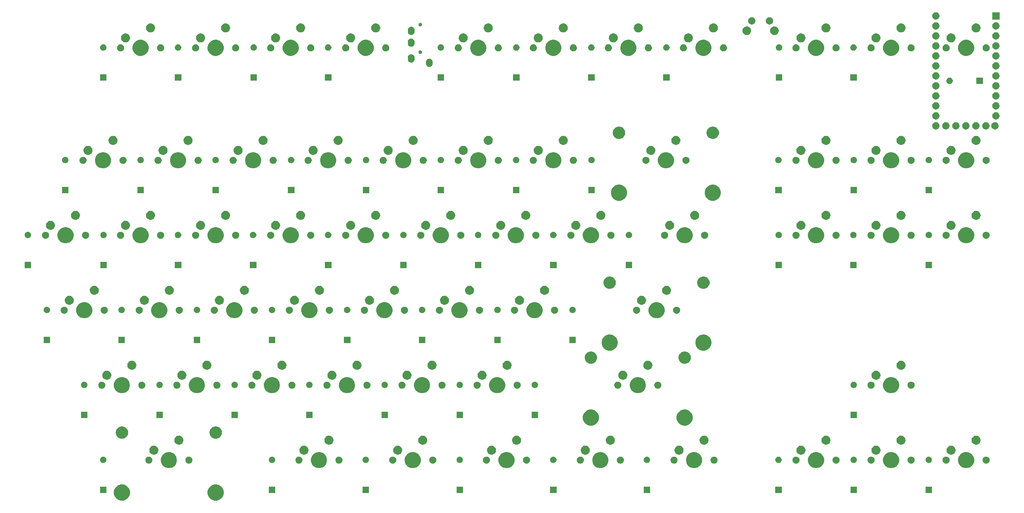
<source format=gts>
G04 #@! TF.GenerationSoftware,KiCad,Pcbnew,(5.1.4)-1*
G04 #@! TF.CreationDate,2019-10-25T22:11:27-04:00*
G04 #@! TF.ProjectId,Split Keyboard - Right,53706c69-7420-44b6-9579-626f61726420,rev?*
G04 #@! TF.SameCoordinates,Original*
G04 #@! TF.FileFunction,Soldermask,Top*
G04 #@! TF.FilePolarity,Negative*
%FSLAX46Y46*%
G04 Gerber Fmt 4.6, Leading zero omitted, Abs format (unit mm)*
G04 Created by KiCad (PCBNEW (5.1.4)-1) date 2019-10-25 22:11:27*
%MOMM*%
%LPD*%
G04 APERTURE LIST*
%ADD10C,0.100000*%
G04 APERTURE END LIST*
D10*
G36*
X62218754Y-149142818D02*
G01*
X62592011Y-149297426D01*
X62592013Y-149297427D01*
X62927936Y-149521884D01*
X63213616Y-149807564D01*
X63438074Y-150143489D01*
X63592682Y-150516746D01*
X63671500Y-150912993D01*
X63671500Y-151317007D01*
X63592682Y-151713254D01*
X63438074Y-152086511D01*
X63438073Y-152086513D01*
X63213616Y-152422436D01*
X62927936Y-152708116D01*
X62592013Y-152932573D01*
X62592012Y-152932574D01*
X62592011Y-152932574D01*
X62218754Y-153087182D01*
X61822507Y-153166000D01*
X61418493Y-153166000D01*
X61022246Y-153087182D01*
X60648989Y-152932574D01*
X60648988Y-152932574D01*
X60648987Y-152932573D01*
X60313064Y-152708116D01*
X60027384Y-152422436D01*
X59802927Y-152086513D01*
X59802926Y-152086511D01*
X59648318Y-151713254D01*
X59569500Y-151317007D01*
X59569500Y-150912993D01*
X59648318Y-150516746D01*
X59802926Y-150143489D01*
X60027384Y-149807564D01*
X60313064Y-149521884D01*
X60648987Y-149297427D01*
X60648989Y-149297426D01*
X61022246Y-149142818D01*
X61418493Y-149064000D01*
X61822507Y-149064000D01*
X62218754Y-149142818D01*
X62218754Y-149142818D01*
G37*
G36*
X38418754Y-149142818D02*
G01*
X38792011Y-149297426D01*
X38792013Y-149297427D01*
X39127936Y-149521884D01*
X39413616Y-149807564D01*
X39638074Y-150143489D01*
X39792682Y-150516746D01*
X39871500Y-150912993D01*
X39871500Y-151317007D01*
X39792682Y-151713254D01*
X39638074Y-152086511D01*
X39638073Y-152086513D01*
X39413616Y-152422436D01*
X39127936Y-152708116D01*
X38792013Y-152932573D01*
X38792012Y-152932574D01*
X38792011Y-152932574D01*
X38418754Y-153087182D01*
X38022507Y-153166000D01*
X37618493Y-153166000D01*
X37222246Y-153087182D01*
X36848989Y-152932574D01*
X36848988Y-152932574D01*
X36848987Y-152932573D01*
X36513064Y-152708116D01*
X36227384Y-152422436D01*
X36002927Y-152086513D01*
X36002926Y-152086511D01*
X35848318Y-151713254D01*
X35769500Y-151317007D01*
X35769500Y-150912993D01*
X35848318Y-150516746D01*
X36002926Y-150143489D01*
X36227384Y-149807564D01*
X36513064Y-149521884D01*
X36848987Y-149297427D01*
X36848989Y-149297426D01*
X37222246Y-149142818D01*
X37618493Y-149064000D01*
X38022507Y-149064000D01*
X38418754Y-149142818D01*
X38418754Y-149142818D01*
G37*
G36*
X171856600Y-151220000D02*
G01*
X170230600Y-151220000D01*
X170230600Y-149594000D01*
X171856600Y-149594000D01*
X171856600Y-151220000D01*
X171856600Y-151220000D01*
G37*
G36*
X243408400Y-151220000D02*
G01*
X241782400Y-151220000D01*
X241782400Y-149594000D01*
X243408400Y-149594000D01*
X243408400Y-151220000D01*
X243408400Y-151220000D01*
G37*
G36*
X224358400Y-151220000D02*
G01*
X222732400Y-151220000D01*
X222732400Y-149594000D01*
X224358400Y-149594000D01*
X224358400Y-151220000D01*
X224358400Y-151220000D01*
G37*
G36*
X205289400Y-151220000D02*
G01*
X203663400Y-151220000D01*
X203663400Y-149594000D01*
X205289400Y-149594000D01*
X205289400Y-151220000D01*
X205289400Y-151220000D01*
G37*
G36*
X148133000Y-151220000D02*
G01*
X146507000Y-151220000D01*
X146507000Y-149594000D01*
X148133000Y-149594000D01*
X148133000Y-151220000D01*
X148133000Y-151220000D01*
G37*
G36*
X124358600Y-151220000D02*
G01*
X122732600Y-151220000D01*
X122732600Y-149594000D01*
X124358600Y-149594000D01*
X124358600Y-151220000D01*
X124358600Y-151220000D01*
G37*
G36*
X100533400Y-151220000D02*
G01*
X98907400Y-151220000D01*
X98907400Y-149594000D01*
X100533400Y-149594000D01*
X100533400Y-151220000D01*
X100533400Y-151220000D01*
G37*
G36*
X76708200Y-151220000D02*
G01*
X75082200Y-151220000D01*
X75082200Y-149594000D01*
X76708200Y-149594000D01*
X76708200Y-151220000D01*
X76708200Y-151220000D01*
G37*
G36*
X33883800Y-151220000D02*
G01*
X32257800Y-151220000D01*
X32257800Y-149594000D01*
X33883800Y-149594000D01*
X33883800Y-151220000D01*
X33883800Y-151220000D01*
G37*
G36*
X214593254Y-140902818D02*
G01*
X214966511Y-141057426D01*
X214966513Y-141057427D01*
X215302436Y-141281884D01*
X215588116Y-141567564D01*
X215812574Y-141903489D01*
X215967182Y-142276746D01*
X216046000Y-142672993D01*
X216046000Y-143077007D01*
X215967182Y-143473254D01*
X215812574Y-143846511D01*
X215812573Y-143846513D01*
X215588116Y-144182436D01*
X215302436Y-144468116D01*
X214966513Y-144692573D01*
X214966512Y-144692574D01*
X214966511Y-144692574D01*
X214593254Y-144847182D01*
X214197007Y-144926000D01*
X213792993Y-144926000D01*
X213396746Y-144847182D01*
X213023489Y-144692574D01*
X213023488Y-144692574D01*
X213023487Y-144692573D01*
X212687564Y-144468116D01*
X212401884Y-144182436D01*
X212177427Y-143846513D01*
X212177426Y-143846511D01*
X212022818Y-143473254D01*
X211944000Y-143077007D01*
X211944000Y-142672993D01*
X212022818Y-142276746D01*
X212177426Y-141903489D01*
X212401884Y-141567564D01*
X212687564Y-141281884D01*
X213023487Y-141057427D01*
X213023489Y-141057426D01*
X213396746Y-140902818D01*
X213792993Y-140824000D01*
X214197007Y-140824000D01*
X214593254Y-140902818D01*
X214593254Y-140902818D01*
G37*
G36*
X136043754Y-140902818D02*
G01*
X136417011Y-141057426D01*
X136417013Y-141057427D01*
X136752936Y-141281884D01*
X137038616Y-141567564D01*
X137263074Y-141903489D01*
X137417682Y-142276746D01*
X137496500Y-142672993D01*
X137496500Y-143077007D01*
X137417682Y-143473254D01*
X137263074Y-143846511D01*
X137263073Y-143846513D01*
X137038616Y-144182436D01*
X136752936Y-144468116D01*
X136417013Y-144692573D01*
X136417012Y-144692574D01*
X136417011Y-144692574D01*
X136043754Y-144847182D01*
X135647507Y-144926000D01*
X135243493Y-144926000D01*
X134847246Y-144847182D01*
X134473989Y-144692574D01*
X134473988Y-144692574D01*
X134473987Y-144692573D01*
X134138064Y-144468116D01*
X133852384Y-144182436D01*
X133627927Y-143846513D01*
X133627926Y-143846511D01*
X133473318Y-143473254D01*
X133394500Y-143077007D01*
X133394500Y-142672993D01*
X133473318Y-142276746D01*
X133627926Y-141903489D01*
X133852384Y-141567564D01*
X134138064Y-141281884D01*
X134473987Y-141057427D01*
X134473989Y-141057426D01*
X134847246Y-140902818D01*
X135243493Y-140824000D01*
X135647507Y-140824000D01*
X136043754Y-140902818D01*
X136043754Y-140902818D01*
G37*
G36*
X88418754Y-140902818D02*
G01*
X88792011Y-141057426D01*
X88792013Y-141057427D01*
X89127936Y-141281884D01*
X89413616Y-141567564D01*
X89638074Y-141903489D01*
X89792682Y-142276746D01*
X89871500Y-142672993D01*
X89871500Y-143077007D01*
X89792682Y-143473254D01*
X89638074Y-143846511D01*
X89638073Y-143846513D01*
X89413616Y-144182436D01*
X89127936Y-144468116D01*
X88792013Y-144692573D01*
X88792012Y-144692574D01*
X88792011Y-144692574D01*
X88418754Y-144847182D01*
X88022507Y-144926000D01*
X87618493Y-144926000D01*
X87222246Y-144847182D01*
X86848989Y-144692574D01*
X86848988Y-144692574D01*
X86848987Y-144692573D01*
X86513064Y-144468116D01*
X86227384Y-144182436D01*
X86002927Y-143846513D01*
X86002926Y-143846511D01*
X85848318Y-143473254D01*
X85769500Y-143077007D01*
X85769500Y-142672993D01*
X85848318Y-142276746D01*
X86002926Y-141903489D01*
X86227384Y-141567564D01*
X86513064Y-141281884D01*
X86848987Y-141057427D01*
X86848989Y-141057426D01*
X87222246Y-140902818D01*
X87618493Y-140824000D01*
X88022507Y-140824000D01*
X88418754Y-140902818D01*
X88418754Y-140902818D01*
G37*
G36*
X50318754Y-140902818D02*
G01*
X50692011Y-141057426D01*
X50692013Y-141057427D01*
X51027936Y-141281884D01*
X51313616Y-141567564D01*
X51538074Y-141903489D01*
X51692682Y-142276746D01*
X51771500Y-142672993D01*
X51771500Y-143077007D01*
X51692682Y-143473254D01*
X51538074Y-143846511D01*
X51538073Y-143846513D01*
X51313616Y-144182436D01*
X51027936Y-144468116D01*
X50692013Y-144692573D01*
X50692012Y-144692574D01*
X50692011Y-144692574D01*
X50318754Y-144847182D01*
X49922507Y-144926000D01*
X49518493Y-144926000D01*
X49122246Y-144847182D01*
X48748989Y-144692574D01*
X48748988Y-144692574D01*
X48748987Y-144692573D01*
X48413064Y-144468116D01*
X48127384Y-144182436D01*
X47902927Y-143846513D01*
X47902926Y-143846511D01*
X47748318Y-143473254D01*
X47669500Y-143077007D01*
X47669500Y-142672993D01*
X47748318Y-142276746D01*
X47902926Y-141903489D01*
X48127384Y-141567564D01*
X48413064Y-141281884D01*
X48748987Y-141057427D01*
X48748989Y-141057426D01*
X49122246Y-140902818D01*
X49518493Y-140824000D01*
X49922507Y-140824000D01*
X50318754Y-140902818D01*
X50318754Y-140902818D01*
G37*
G36*
X252693254Y-140902818D02*
G01*
X253066511Y-141057426D01*
X253066513Y-141057427D01*
X253402436Y-141281884D01*
X253688116Y-141567564D01*
X253912574Y-141903489D01*
X254067182Y-142276746D01*
X254146000Y-142672993D01*
X254146000Y-143077007D01*
X254067182Y-143473254D01*
X253912574Y-143846511D01*
X253912573Y-143846513D01*
X253688116Y-144182436D01*
X253402436Y-144468116D01*
X253066513Y-144692573D01*
X253066512Y-144692574D01*
X253066511Y-144692574D01*
X252693254Y-144847182D01*
X252297007Y-144926000D01*
X251892993Y-144926000D01*
X251496746Y-144847182D01*
X251123489Y-144692574D01*
X251123488Y-144692574D01*
X251123487Y-144692573D01*
X250787564Y-144468116D01*
X250501884Y-144182436D01*
X250277427Y-143846513D01*
X250277426Y-143846511D01*
X250122818Y-143473254D01*
X250044000Y-143077007D01*
X250044000Y-142672993D01*
X250122818Y-142276746D01*
X250277426Y-141903489D01*
X250501884Y-141567564D01*
X250787564Y-141281884D01*
X251123487Y-141057427D01*
X251123489Y-141057426D01*
X251496746Y-140902818D01*
X251892993Y-140824000D01*
X252297007Y-140824000D01*
X252693254Y-140902818D01*
X252693254Y-140902818D01*
G37*
G36*
X233643254Y-140902818D02*
G01*
X234016511Y-141057426D01*
X234016513Y-141057427D01*
X234352436Y-141281884D01*
X234638116Y-141567564D01*
X234862574Y-141903489D01*
X235017182Y-142276746D01*
X235096000Y-142672993D01*
X235096000Y-143077007D01*
X235017182Y-143473254D01*
X234862574Y-143846511D01*
X234862573Y-143846513D01*
X234638116Y-144182436D01*
X234352436Y-144468116D01*
X234016513Y-144692573D01*
X234016512Y-144692574D01*
X234016511Y-144692574D01*
X233643254Y-144847182D01*
X233247007Y-144926000D01*
X232842993Y-144926000D01*
X232446746Y-144847182D01*
X232073489Y-144692574D01*
X232073488Y-144692574D01*
X232073487Y-144692573D01*
X231737564Y-144468116D01*
X231451884Y-144182436D01*
X231227427Y-143846513D01*
X231227426Y-143846511D01*
X231072818Y-143473254D01*
X230994000Y-143077007D01*
X230994000Y-142672993D01*
X231072818Y-142276746D01*
X231227426Y-141903489D01*
X231451884Y-141567564D01*
X231737564Y-141281884D01*
X232073487Y-141057427D01*
X232073489Y-141057426D01*
X232446746Y-140902818D01*
X232842993Y-140824000D01*
X233247007Y-140824000D01*
X233643254Y-140902818D01*
X233643254Y-140902818D01*
G37*
G36*
X183643354Y-140902818D02*
G01*
X184016611Y-141057426D01*
X184016613Y-141057427D01*
X184352536Y-141281884D01*
X184638216Y-141567564D01*
X184862674Y-141903489D01*
X185017282Y-142276746D01*
X185096100Y-142672993D01*
X185096100Y-143077007D01*
X185017282Y-143473254D01*
X184862674Y-143846511D01*
X184862673Y-143846513D01*
X184638216Y-144182436D01*
X184352536Y-144468116D01*
X184016613Y-144692573D01*
X184016612Y-144692574D01*
X184016611Y-144692574D01*
X183643354Y-144847182D01*
X183247107Y-144926000D01*
X182843093Y-144926000D01*
X182446846Y-144847182D01*
X182073589Y-144692574D01*
X182073588Y-144692574D01*
X182073587Y-144692573D01*
X181737664Y-144468116D01*
X181451984Y-144182436D01*
X181227527Y-143846513D01*
X181227526Y-143846511D01*
X181072918Y-143473254D01*
X180994100Y-143077007D01*
X180994100Y-142672993D01*
X181072918Y-142276746D01*
X181227526Y-141903489D01*
X181451984Y-141567564D01*
X181737664Y-141281884D01*
X182073587Y-141057427D01*
X182073589Y-141057426D01*
X182446846Y-140902818D01*
X182843093Y-140824000D01*
X183247107Y-140824000D01*
X183643354Y-140902818D01*
X183643354Y-140902818D01*
G37*
G36*
X112231254Y-140902818D02*
G01*
X112604511Y-141057426D01*
X112604513Y-141057427D01*
X112940436Y-141281884D01*
X113226116Y-141567564D01*
X113450574Y-141903489D01*
X113605182Y-142276746D01*
X113684000Y-142672993D01*
X113684000Y-143077007D01*
X113605182Y-143473254D01*
X113450574Y-143846511D01*
X113450573Y-143846513D01*
X113226116Y-144182436D01*
X112940436Y-144468116D01*
X112604513Y-144692573D01*
X112604512Y-144692574D01*
X112604511Y-144692574D01*
X112231254Y-144847182D01*
X111835007Y-144926000D01*
X111430993Y-144926000D01*
X111034746Y-144847182D01*
X110661489Y-144692574D01*
X110661488Y-144692574D01*
X110661487Y-144692573D01*
X110325564Y-144468116D01*
X110039884Y-144182436D01*
X109815427Y-143846513D01*
X109815426Y-143846511D01*
X109660818Y-143473254D01*
X109582000Y-143077007D01*
X109582000Y-142672993D01*
X109660818Y-142276746D01*
X109815426Y-141903489D01*
X110039884Y-141567564D01*
X110325564Y-141281884D01*
X110661487Y-141057427D01*
X110661489Y-141057426D01*
X111034746Y-140902818D01*
X111430993Y-140824000D01*
X111835007Y-140824000D01*
X112231254Y-140902818D01*
X112231254Y-140902818D01*
G37*
G36*
X159856254Y-140902818D02*
G01*
X160229511Y-141057426D01*
X160229513Y-141057427D01*
X160565436Y-141281884D01*
X160851116Y-141567564D01*
X161075574Y-141903489D01*
X161230182Y-142276746D01*
X161309000Y-142672993D01*
X161309000Y-143077007D01*
X161230182Y-143473254D01*
X161075574Y-143846511D01*
X161075573Y-143846513D01*
X160851116Y-144182436D01*
X160565436Y-144468116D01*
X160229513Y-144692573D01*
X160229512Y-144692574D01*
X160229511Y-144692574D01*
X159856254Y-144847182D01*
X159460007Y-144926000D01*
X159055993Y-144926000D01*
X158659746Y-144847182D01*
X158286489Y-144692574D01*
X158286488Y-144692574D01*
X158286487Y-144692573D01*
X157950564Y-144468116D01*
X157664884Y-144182436D01*
X157440427Y-143846513D01*
X157440426Y-143846511D01*
X157285818Y-143473254D01*
X157207000Y-143077007D01*
X157207000Y-142672993D01*
X157285818Y-142276746D01*
X157440426Y-141903489D01*
X157664884Y-141567564D01*
X157950564Y-141281884D01*
X158286487Y-141057427D01*
X158286489Y-141057426D01*
X158659746Y-140902818D01*
X159055993Y-140824000D01*
X159460007Y-140824000D01*
X159856254Y-140902818D01*
X159856254Y-140902818D01*
G37*
G36*
X219188512Y-141978927D02*
G01*
X219337812Y-142008624D01*
X219501784Y-142076544D01*
X219649354Y-142175147D01*
X219774853Y-142300646D01*
X219873456Y-142448216D01*
X219941376Y-142612188D01*
X219976000Y-142786259D01*
X219976000Y-142963741D01*
X219941376Y-143137812D01*
X219873456Y-143301784D01*
X219774853Y-143449354D01*
X219649354Y-143574853D01*
X219501784Y-143673456D01*
X219337812Y-143741376D01*
X219188512Y-143771073D01*
X219163742Y-143776000D01*
X218986258Y-143776000D01*
X218961488Y-143771073D01*
X218812188Y-143741376D01*
X218648216Y-143673456D01*
X218500646Y-143574853D01*
X218375147Y-143449354D01*
X218276544Y-143301784D01*
X218208624Y-143137812D01*
X218174000Y-142963741D01*
X218174000Y-142786259D01*
X218208624Y-142612188D01*
X218276544Y-142448216D01*
X218375147Y-142300646D01*
X218500646Y-142175147D01*
X218648216Y-142076544D01*
X218812188Y-142008624D01*
X218961488Y-141978927D01*
X218986258Y-141974000D01*
X219163742Y-141974000D01*
X219188512Y-141978927D01*
X219188512Y-141978927D01*
G37*
G36*
X247128512Y-141978927D02*
G01*
X247277812Y-142008624D01*
X247441784Y-142076544D01*
X247589354Y-142175147D01*
X247714853Y-142300646D01*
X247813456Y-142448216D01*
X247881376Y-142612188D01*
X247916000Y-142786259D01*
X247916000Y-142963741D01*
X247881376Y-143137812D01*
X247813456Y-143301784D01*
X247714853Y-143449354D01*
X247589354Y-143574853D01*
X247441784Y-143673456D01*
X247277812Y-143741376D01*
X247128512Y-143771073D01*
X247103742Y-143776000D01*
X246926258Y-143776000D01*
X246901488Y-143771073D01*
X246752188Y-143741376D01*
X246588216Y-143673456D01*
X246440646Y-143574853D01*
X246315147Y-143449354D01*
X246216544Y-143301784D01*
X246148624Y-143137812D01*
X246114000Y-142963741D01*
X246114000Y-142786259D01*
X246148624Y-142612188D01*
X246216544Y-142448216D01*
X246315147Y-142300646D01*
X246440646Y-142175147D01*
X246588216Y-142076544D01*
X246752188Y-142008624D01*
X246901488Y-141978927D01*
X246926258Y-141974000D01*
X247103742Y-141974000D01*
X247128512Y-141978927D01*
X247128512Y-141978927D01*
G37*
G36*
X130479012Y-141978927D02*
G01*
X130628312Y-142008624D01*
X130792284Y-142076544D01*
X130939854Y-142175147D01*
X131065353Y-142300646D01*
X131163956Y-142448216D01*
X131231876Y-142612188D01*
X131266500Y-142786259D01*
X131266500Y-142963741D01*
X131231876Y-143137812D01*
X131163956Y-143301784D01*
X131065353Y-143449354D01*
X130939854Y-143574853D01*
X130792284Y-143673456D01*
X130628312Y-143741376D01*
X130479012Y-143771073D01*
X130454242Y-143776000D01*
X130276758Y-143776000D01*
X130251988Y-143771073D01*
X130102688Y-143741376D01*
X129938716Y-143673456D01*
X129791146Y-143574853D01*
X129665647Y-143449354D01*
X129567044Y-143301784D01*
X129499124Y-143137812D01*
X129464500Y-142963741D01*
X129464500Y-142786259D01*
X129499124Y-142612188D01*
X129567044Y-142448216D01*
X129665647Y-142300646D01*
X129791146Y-142175147D01*
X129938716Y-142076544D01*
X130102688Y-142008624D01*
X130251988Y-141978927D01*
X130276758Y-141974000D01*
X130454242Y-141974000D01*
X130479012Y-141978927D01*
X130479012Y-141978927D01*
G37*
G36*
X257288512Y-141978927D02*
G01*
X257437812Y-142008624D01*
X257601784Y-142076544D01*
X257749354Y-142175147D01*
X257874853Y-142300646D01*
X257973456Y-142448216D01*
X258041376Y-142612188D01*
X258076000Y-142786259D01*
X258076000Y-142963741D01*
X258041376Y-143137812D01*
X257973456Y-143301784D01*
X257874853Y-143449354D01*
X257749354Y-143574853D01*
X257601784Y-143673456D01*
X257437812Y-143741376D01*
X257288512Y-143771073D01*
X257263742Y-143776000D01*
X257086258Y-143776000D01*
X257061488Y-143771073D01*
X256912188Y-143741376D01*
X256748216Y-143673456D01*
X256600646Y-143574853D01*
X256475147Y-143449354D01*
X256376544Y-143301784D01*
X256308624Y-143137812D01*
X256274000Y-142963741D01*
X256274000Y-142786259D01*
X256308624Y-142612188D01*
X256376544Y-142448216D01*
X256475147Y-142300646D01*
X256600646Y-142175147D01*
X256748216Y-142076544D01*
X256912188Y-142008624D01*
X257061488Y-141978927D01*
X257086258Y-141974000D01*
X257263742Y-141974000D01*
X257288512Y-141978927D01*
X257288512Y-141978927D01*
G37*
G36*
X106666512Y-141978927D02*
G01*
X106815812Y-142008624D01*
X106979784Y-142076544D01*
X107127354Y-142175147D01*
X107252853Y-142300646D01*
X107351456Y-142448216D01*
X107419376Y-142612188D01*
X107454000Y-142786259D01*
X107454000Y-142963741D01*
X107419376Y-143137812D01*
X107351456Y-143301784D01*
X107252853Y-143449354D01*
X107127354Y-143574853D01*
X106979784Y-143673456D01*
X106815812Y-143741376D01*
X106666512Y-143771073D01*
X106641742Y-143776000D01*
X106464258Y-143776000D01*
X106439488Y-143771073D01*
X106290188Y-143741376D01*
X106126216Y-143673456D01*
X105978646Y-143574853D01*
X105853147Y-143449354D01*
X105754544Y-143301784D01*
X105686624Y-143137812D01*
X105652000Y-142963741D01*
X105652000Y-142786259D01*
X105686624Y-142612188D01*
X105754544Y-142448216D01*
X105853147Y-142300646D01*
X105978646Y-142175147D01*
X106126216Y-142076544D01*
X106290188Y-142008624D01*
X106439488Y-141978927D01*
X106464258Y-141974000D01*
X106641742Y-141974000D01*
X106666512Y-141978927D01*
X106666512Y-141978927D01*
G37*
G36*
X116826512Y-141978927D02*
G01*
X116975812Y-142008624D01*
X117139784Y-142076544D01*
X117287354Y-142175147D01*
X117412853Y-142300646D01*
X117511456Y-142448216D01*
X117579376Y-142612188D01*
X117614000Y-142786259D01*
X117614000Y-142963741D01*
X117579376Y-143137812D01*
X117511456Y-143301784D01*
X117412853Y-143449354D01*
X117287354Y-143574853D01*
X117139784Y-143673456D01*
X116975812Y-143741376D01*
X116826512Y-143771073D01*
X116801742Y-143776000D01*
X116624258Y-143776000D01*
X116599488Y-143771073D01*
X116450188Y-143741376D01*
X116286216Y-143673456D01*
X116138646Y-143574853D01*
X116013147Y-143449354D01*
X115914544Y-143301784D01*
X115846624Y-143137812D01*
X115812000Y-142963741D01*
X115812000Y-142786259D01*
X115846624Y-142612188D01*
X115914544Y-142448216D01*
X116013147Y-142300646D01*
X116138646Y-142175147D01*
X116286216Y-142076544D01*
X116450188Y-142008624D01*
X116599488Y-141978927D01*
X116624258Y-141974000D01*
X116801742Y-141974000D01*
X116826512Y-141978927D01*
X116826512Y-141978927D01*
G37*
G36*
X140639012Y-141978927D02*
G01*
X140788312Y-142008624D01*
X140952284Y-142076544D01*
X141099854Y-142175147D01*
X141225353Y-142300646D01*
X141323956Y-142448216D01*
X141391876Y-142612188D01*
X141426500Y-142786259D01*
X141426500Y-142963741D01*
X141391876Y-143137812D01*
X141323956Y-143301784D01*
X141225353Y-143449354D01*
X141099854Y-143574853D01*
X140952284Y-143673456D01*
X140788312Y-143741376D01*
X140639012Y-143771073D01*
X140614242Y-143776000D01*
X140436758Y-143776000D01*
X140411988Y-143771073D01*
X140262688Y-143741376D01*
X140098716Y-143673456D01*
X139951146Y-143574853D01*
X139825647Y-143449354D01*
X139727044Y-143301784D01*
X139659124Y-143137812D01*
X139624500Y-142963741D01*
X139624500Y-142786259D01*
X139659124Y-142612188D01*
X139727044Y-142448216D01*
X139825647Y-142300646D01*
X139951146Y-142175147D01*
X140098716Y-142076544D01*
X140262688Y-142008624D01*
X140411988Y-141978927D01*
X140436758Y-141974000D01*
X140614242Y-141974000D01*
X140639012Y-141978927D01*
X140639012Y-141978927D01*
G37*
G36*
X228078512Y-141978927D02*
G01*
X228227812Y-142008624D01*
X228391784Y-142076544D01*
X228539354Y-142175147D01*
X228664853Y-142300646D01*
X228763456Y-142448216D01*
X228831376Y-142612188D01*
X228866000Y-142786259D01*
X228866000Y-142963741D01*
X228831376Y-143137812D01*
X228763456Y-143301784D01*
X228664853Y-143449354D01*
X228539354Y-143574853D01*
X228391784Y-143673456D01*
X228227812Y-143741376D01*
X228078512Y-143771073D01*
X228053742Y-143776000D01*
X227876258Y-143776000D01*
X227851488Y-143771073D01*
X227702188Y-143741376D01*
X227538216Y-143673456D01*
X227390646Y-143574853D01*
X227265147Y-143449354D01*
X227166544Y-143301784D01*
X227098624Y-143137812D01*
X227064000Y-142963741D01*
X227064000Y-142786259D01*
X227098624Y-142612188D01*
X227166544Y-142448216D01*
X227265147Y-142300646D01*
X227390646Y-142175147D01*
X227538216Y-142076544D01*
X227702188Y-142008624D01*
X227851488Y-141978927D01*
X227876258Y-141974000D01*
X228053742Y-141974000D01*
X228078512Y-141978927D01*
X228078512Y-141978927D01*
G37*
G36*
X82854012Y-141978927D02*
G01*
X83003312Y-142008624D01*
X83167284Y-142076544D01*
X83314854Y-142175147D01*
X83440353Y-142300646D01*
X83538956Y-142448216D01*
X83606876Y-142612188D01*
X83641500Y-142786259D01*
X83641500Y-142963741D01*
X83606876Y-143137812D01*
X83538956Y-143301784D01*
X83440353Y-143449354D01*
X83314854Y-143574853D01*
X83167284Y-143673456D01*
X83003312Y-143741376D01*
X82854012Y-143771073D01*
X82829242Y-143776000D01*
X82651758Y-143776000D01*
X82626988Y-143771073D01*
X82477688Y-143741376D01*
X82313716Y-143673456D01*
X82166146Y-143574853D01*
X82040647Y-143449354D01*
X81942044Y-143301784D01*
X81874124Y-143137812D01*
X81839500Y-142963741D01*
X81839500Y-142786259D01*
X81874124Y-142612188D01*
X81942044Y-142448216D01*
X82040647Y-142300646D01*
X82166146Y-142175147D01*
X82313716Y-142076544D01*
X82477688Y-142008624D01*
X82626988Y-141978927D01*
X82651758Y-141974000D01*
X82829242Y-141974000D01*
X82854012Y-141978927D01*
X82854012Y-141978927D01*
G37*
G36*
X93014012Y-141978927D02*
G01*
X93163312Y-142008624D01*
X93327284Y-142076544D01*
X93474854Y-142175147D01*
X93600353Y-142300646D01*
X93698956Y-142448216D01*
X93766876Y-142612188D01*
X93801500Y-142786259D01*
X93801500Y-142963741D01*
X93766876Y-143137812D01*
X93698956Y-143301784D01*
X93600353Y-143449354D01*
X93474854Y-143574853D01*
X93327284Y-143673456D01*
X93163312Y-143741376D01*
X93014012Y-143771073D01*
X92989242Y-143776000D01*
X92811758Y-143776000D01*
X92786988Y-143771073D01*
X92637688Y-143741376D01*
X92473716Y-143673456D01*
X92326146Y-143574853D01*
X92200647Y-143449354D01*
X92102044Y-143301784D01*
X92034124Y-143137812D01*
X91999500Y-142963741D01*
X91999500Y-142786259D01*
X92034124Y-142612188D01*
X92102044Y-142448216D01*
X92200647Y-142300646D01*
X92326146Y-142175147D01*
X92473716Y-142076544D01*
X92637688Y-142008624D01*
X92786988Y-141978927D01*
X92811758Y-141974000D01*
X92989242Y-141974000D01*
X93014012Y-141978927D01*
X93014012Y-141978927D01*
G37*
G36*
X209028512Y-141978927D02*
G01*
X209177812Y-142008624D01*
X209341784Y-142076544D01*
X209489354Y-142175147D01*
X209614853Y-142300646D01*
X209713456Y-142448216D01*
X209781376Y-142612188D01*
X209816000Y-142786259D01*
X209816000Y-142963741D01*
X209781376Y-143137812D01*
X209713456Y-143301784D01*
X209614853Y-143449354D01*
X209489354Y-143574853D01*
X209341784Y-143673456D01*
X209177812Y-143741376D01*
X209028512Y-143771073D01*
X209003742Y-143776000D01*
X208826258Y-143776000D01*
X208801488Y-143771073D01*
X208652188Y-143741376D01*
X208488216Y-143673456D01*
X208340646Y-143574853D01*
X208215147Y-143449354D01*
X208116544Y-143301784D01*
X208048624Y-143137812D01*
X208014000Y-142963741D01*
X208014000Y-142786259D01*
X208048624Y-142612188D01*
X208116544Y-142448216D01*
X208215147Y-142300646D01*
X208340646Y-142175147D01*
X208488216Y-142076544D01*
X208652188Y-142008624D01*
X208801488Y-141978927D01*
X208826258Y-141974000D01*
X209003742Y-141974000D01*
X209028512Y-141978927D01*
X209028512Y-141978927D01*
G37*
G36*
X44754012Y-141978927D02*
G01*
X44903312Y-142008624D01*
X45067284Y-142076544D01*
X45214854Y-142175147D01*
X45340353Y-142300646D01*
X45438956Y-142448216D01*
X45506876Y-142612188D01*
X45541500Y-142786259D01*
X45541500Y-142963741D01*
X45506876Y-143137812D01*
X45438956Y-143301784D01*
X45340353Y-143449354D01*
X45214854Y-143574853D01*
X45067284Y-143673456D01*
X44903312Y-143741376D01*
X44754012Y-143771073D01*
X44729242Y-143776000D01*
X44551758Y-143776000D01*
X44526988Y-143771073D01*
X44377688Y-143741376D01*
X44213716Y-143673456D01*
X44066146Y-143574853D01*
X43940647Y-143449354D01*
X43842044Y-143301784D01*
X43774124Y-143137812D01*
X43739500Y-142963741D01*
X43739500Y-142786259D01*
X43774124Y-142612188D01*
X43842044Y-142448216D01*
X43940647Y-142300646D01*
X44066146Y-142175147D01*
X44213716Y-142076544D01*
X44377688Y-142008624D01*
X44526988Y-141978927D01*
X44551758Y-141974000D01*
X44729242Y-141974000D01*
X44754012Y-141978927D01*
X44754012Y-141978927D01*
G37*
G36*
X54914012Y-141978927D02*
G01*
X55063312Y-142008624D01*
X55227284Y-142076544D01*
X55374854Y-142175147D01*
X55500353Y-142300646D01*
X55598956Y-142448216D01*
X55666876Y-142612188D01*
X55701500Y-142786259D01*
X55701500Y-142963741D01*
X55666876Y-143137812D01*
X55598956Y-143301784D01*
X55500353Y-143449354D01*
X55374854Y-143574853D01*
X55227284Y-143673456D01*
X55063312Y-143741376D01*
X54914012Y-143771073D01*
X54889242Y-143776000D01*
X54711758Y-143776000D01*
X54686988Y-143771073D01*
X54537688Y-143741376D01*
X54373716Y-143673456D01*
X54226146Y-143574853D01*
X54100647Y-143449354D01*
X54002044Y-143301784D01*
X53934124Y-143137812D01*
X53899500Y-142963741D01*
X53899500Y-142786259D01*
X53934124Y-142612188D01*
X54002044Y-142448216D01*
X54100647Y-142300646D01*
X54226146Y-142175147D01*
X54373716Y-142076544D01*
X54537688Y-142008624D01*
X54686988Y-141978927D01*
X54711758Y-141974000D01*
X54889242Y-141974000D01*
X54914012Y-141978927D01*
X54914012Y-141978927D01*
G37*
G36*
X188238612Y-141978927D02*
G01*
X188387912Y-142008624D01*
X188551884Y-142076544D01*
X188699454Y-142175147D01*
X188824953Y-142300646D01*
X188923556Y-142448216D01*
X188991476Y-142612188D01*
X189026100Y-142786259D01*
X189026100Y-142963741D01*
X188991476Y-143137812D01*
X188923556Y-143301784D01*
X188824953Y-143449354D01*
X188699454Y-143574853D01*
X188551884Y-143673456D01*
X188387912Y-143741376D01*
X188238612Y-143771073D01*
X188213842Y-143776000D01*
X188036358Y-143776000D01*
X188011588Y-143771073D01*
X187862288Y-143741376D01*
X187698316Y-143673456D01*
X187550746Y-143574853D01*
X187425247Y-143449354D01*
X187326644Y-143301784D01*
X187258724Y-143137812D01*
X187224100Y-142963741D01*
X187224100Y-142786259D01*
X187258724Y-142612188D01*
X187326644Y-142448216D01*
X187425247Y-142300646D01*
X187550746Y-142175147D01*
X187698316Y-142076544D01*
X187862288Y-142008624D01*
X188011588Y-141978927D01*
X188036358Y-141974000D01*
X188213842Y-141974000D01*
X188238612Y-141978927D01*
X188238612Y-141978927D01*
G37*
G36*
X178078612Y-141978927D02*
G01*
X178227912Y-142008624D01*
X178391884Y-142076544D01*
X178539454Y-142175147D01*
X178664953Y-142300646D01*
X178763556Y-142448216D01*
X178831476Y-142612188D01*
X178866100Y-142786259D01*
X178866100Y-142963741D01*
X178831476Y-143137812D01*
X178763556Y-143301784D01*
X178664953Y-143449354D01*
X178539454Y-143574853D01*
X178391884Y-143673456D01*
X178227912Y-143741376D01*
X178078612Y-143771073D01*
X178053842Y-143776000D01*
X177876358Y-143776000D01*
X177851588Y-143771073D01*
X177702288Y-143741376D01*
X177538316Y-143673456D01*
X177390746Y-143574853D01*
X177265247Y-143449354D01*
X177166644Y-143301784D01*
X177098724Y-143137812D01*
X177064100Y-142963741D01*
X177064100Y-142786259D01*
X177098724Y-142612188D01*
X177166644Y-142448216D01*
X177265247Y-142300646D01*
X177390746Y-142175147D01*
X177538316Y-142076544D01*
X177702288Y-142008624D01*
X177851588Y-141978927D01*
X177876358Y-141974000D01*
X178053842Y-141974000D01*
X178078612Y-141978927D01*
X178078612Y-141978927D01*
G37*
G36*
X164451512Y-141978927D02*
G01*
X164600812Y-142008624D01*
X164764784Y-142076544D01*
X164912354Y-142175147D01*
X165037853Y-142300646D01*
X165136456Y-142448216D01*
X165204376Y-142612188D01*
X165239000Y-142786259D01*
X165239000Y-142963741D01*
X165204376Y-143137812D01*
X165136456Y-143301784D01*
X165037853Y-143449354D01*
X164912354Y-143574853D01*
X164764784Y-143673456D01*
X164600812Y-143741376D01*
X164451512Y-143771073D01*
X164426742Y-143776000D01*
X164249258Y-143776000D01*
X164224488Y-143771073D01*
X164075188Y-143741376D01*
X163911216Y-143673456D01*
X163763646Y-143574853D01*
X163638147Y-143449354D01*
X163539544Y-143301784D01*
X163471624Y-143137812D01*
X163437000Y-142963741D01*
X163437000Y-142786259D01*
X163471624Y-142612188D01*
X163539544Y-142448216D01*
X163638147Y-142300646D01*
X163763646Y-142175147D01*
X163911216Y-142076544D01*
X164075188Y-142008624D01*
X164224488Y-141978927D01*
X164249258Y-141974000D01*
X164426742Y-141974000D01*
X164451512Y-141978927D01*
X164451512Y-141978927D01*
G37*
G36*
X154291512Y-141978927D02*
G01*
X154440812Y-142008624D01*
X154604784Y-142076544D01*
X154752354Y-142175147D01*
X154877853Y-142300646D01*
X154976456Y-142448216D01*
X155044376Y-142612188D01*
X155079000Y-142786259D01*
X155079000Y-142963741D01*
X155044376Y-143137812D01*
X154976456Y-143301784D01*
X154877853Y-143449354D01*
X154752354Y-143574853D01*
X154604784Y-143673456D01*
X154440812Y-143741376D01*
X154291512Y-143771073D01*
X154266742Y-143776000D01*
X154089258Y-143776000D01*
X154064488Y-143771073D01*
X153915188Y-143741376D01*
X153751216Y-143673456D01*
X153603646Y-143574853D01*
X153478147Y-143449354D01*
X153379544Y-143301784D01*
X153311624Y-143137812D01*
X153277000Y-142963741D01*
X153277000Y-142786259D01*
X153311624Y-142612188D01*
X153379544Y-142448216D01*
X153478147Y-142300646D01*
X153603646Y-142175147D01*
X153751216Y-142076544D01*
X153915188Y-142008624D01*
X154064488Y-141978927D01*
X154089258Y-141974000D01*
X154266742Y-141974000D01*
X154291512Y-141978927D01*
X154291512Y-141978927D01*
G37*
G36*
X238238512Y-141978927D02*
G01*
X238387812Y-142008624D01*
X238551784Y-142076544D01*
X238699354Y-142175147D01*
X238824853Y-142300646D01*
X238923456Y-142448216D01*
X238991376Y-142612188D01*
X239026000Y-142786259D01*
X239026000Y-142963741D01*
X238991376Y-143137812D01*
X238923456Y-143301784D01*
X238824853Y-143449354D01*
X238699354Y-143574853D01*
X238551784Y-143673456D01*
X238387812Y-143741376D01*
X238238512Y-143771073D01*
X238213742Y-143776000D01*
X238036258Y-143776000D01*
X238011488Y-143771073D01*
X237862188Y-143741376D01*
X237698216Y-143673456D01*
X237550646Y-143574853D01*
X237425147Y-143449354D01*
X237326544Y-143301784D01*
X237258624Y-143137812D01*
X237224000Y-142963741D01*
X237224000Y-142786259D01*
X237258624Y-142612188D01*
X237326544Y-142448216D01*
X237425147Y-142300646D01*
X237550646Y-142175147D01*
X237698216Y-142076544D01*
X237862188Y-142008624D01*
X238011488Y-141978927D01*
X238036258Y-141974000D01*
X238213742Y-141974000D01*
X238238512Y-141978927D01*
X238238512Y-141978927D01*
G37*
G36*
X33307942Y-142005242D02*
G01*
X33455901Y-142066529D01*
X33589055Y-142155499D01*
X33702301Y-142268745D01*
X33791271Y-142401899D01*
X33852558Y-142549858D01*
X33883800Y-142706925D01*
X33883800Y-142867075D01*
X33852558Y-143024142D01*
X33791271Y-143172101D01*
X33702301Y-143305255D01*
X33589055Y-143418501D01*
X33455901Y-143507471D01*
X33307942Y-143568758D01*
X33150875Y-143600000D01*
X32990725Y-143600000D01*
X32833658Y-143568758D01*
X32685699Y-143507471D01*
X32552545Y-143418501D01*
X32439299Y-143305255D01*
X32350329Y-143172101D01*
X32289042Y-143024142D01*
X32257800Y-142867075D01*
X32257800Y-142706925D01*
X32289042Y-142549858D01*
X32350329Y-142401899D01*
X32439299Y-142268745D01*
X32552545Y-142155499D01*
X32685699Y-142066529D01*
X32833658Y-142005242D01*
X32990725Y-141974000D01*
X33150875Y-141974000D01*
X33307942Y-142005242D01*
X33307942Y-142005242D01*
G37*
G36*
X242832542Y-142005242D02*
G01*
X242980501Y-142066529D01*
X243113655Y-142155499D01*
X243226901Y-142268745D01*
X243315871Y-142401899D01*
X243377158Y-142549858D01*
X243408400Y-142706925D01*
X243408400Y-142867075D01*
X243377158Y-143024142D01*
X243315871Y-143172101D01*
X243226901Y-143305255D01*
X243113655Y-143418501D01*
X242980501Y-143507471D01*
X242832542Y-143568758D01*
X242675475Y-143600000D01*
X242515325Y-143600000D01*
X242358258Y-143568758D01*
X242210299Y-143507471D01*
X242077145Y-143418501D01*
X241963899Y-143305255D01*
X241874929Y-143172101D01*
X241813642Y-143024142D01*
X241782400Y-142867075D01*
X241782400Y-142706925D01*
X241813642Y-142549858D01*
X241874929Y-142401899D01*
X241963899Y-142268745D01*
X242077145Y-142155499D01*
X242210299Y-142066529D01*
X242358258Y-142005242D01*
X242515325Y-141974000D01*
X242675475Y-141974000D01*
X242832542Y-142005242D01*
X242832542Y-142005242D01*
G37*
G36*
X223782542Y-142005242D02*
G01*
X223930501Y-142066529D01*
X224063655Y-142155499D01*
X224176901Y-142268745D01*
X224265871Y-142401899D01*
X224327158Y-142549858D01*
X224358400Y-142706925D01*
X224358400Y-142867075D01*
X224327158Y-143024142D01*
X224265871Y-143172101D01*
X224176901Y-143305255D01*
X224063655Y-143418501D01*
X223930501Y-143507471D01*
X223782542Y-143568758D01*
X223625475Y-143600000D01*
X223465325Y-143600000D01*
X223308258Y-143568758D01*
X223160299Y-143507471D01*
X223027145Y-143418501D01*
X222913899Y-143305255D01*
X222824929Y-143172101D01*
X222763642Y-143024142D01*
X222732400Y-142867075D01*
X222732400Y-142706925D01*
X222763642Y-142549858D01*
X222824929Y-142401899D01*
X222913899Y-142268745D01*
X223027145Y-142155499D01*
X223160299Y-142066529D01*
X223308258Y-142005242D01*
X223465325Y-141974000D01*
X223625475Y-141974000D01*
X223782542Y-142005242D01*
X223782542Y-142005242D01*
G37*
G36*
X204713542Y-142005242D02*
G01*
X204861501Y-142066529D01*
X204994655Y-142155499D01*
X205107901Y-142268745D01*
X205196871Y-142401899D01*
X205258158Y-142549858D01*
X205289400Y-142706925D01*
X205289400Y-142867075D01*
X205258158Y-143024142D01*
X205196871Y-143172101D01*
X205107901Y-143305255D01*
X204994655Y-143418501D01*
X204861501Y-143507471D01*
X204713542Y-143568758D01*
X204556475Y-143600000D01*
X204396325Y-143600000D01*
X204239258Y-143568758D01*
X204091299Y-143507471D01*
X203958145Y-143418501D01*
X203844899Y-143305255D01*
X203755929Y-143172101D01*
X203694642Y-143024142D01*
X203663400Y-142867075D01*
X203663400Y-142706925D01*
X203694642Y-142549858D01*
X203755929Y-142401899D01*
X203844899Y-142268745D01*
X203958145Y-142155499D01*
X204091299Y-142066529D01*
X204239258Y-142005242D01*
X204396325Y-141974000D01*
X204556475Y-141974000D01*
X204713542Y-142005242D01*
X204713542Y-142005242D01*
G37*
G36*
X76132342Y-142005242D02*
G01*
X76280301Y-142066529D01*
X76413455Y-142155499D01*
X76526701Y-142268745D01*
X76615671Y-142401899D01*
X76676958Y-142549858D01*
X76708200Y-142706925D01*
X76708200Y-142867075D01*
X76676958Y-143024142D01*
X76615671Y-143172101D01*
X76526701Y-143305255D01*
X76413455Y-143418501D01*
X76280301Y-143507471D01*
X76132342Y-143568758D01*
X75975275Y-143600000D01*
X75815125Y-143600000D01*
X75658058Y-143568758D01*
X75510099Y-143507471D01*
X75376945Y-143418501D01*
X75263699Y-143305255D01*
X75174729Y-143172101D01*
X75113442Y-143024142D01*
X75082200Y-142867075D01*
X75082200Y-142706925D01*
X75113442Y-142549858D01*
X75174729Y-142401899D01*
X75263699Y-142268745D01*
X75376945Y-142155499D01*
X75510099Y-142066529D01*
X75658058Y-142005242D01*
X75815125Y-141974000D01*
X75975275Y-141974000D01*
X76132342Y-142005242D01*
X76132342Y-142005242D01*
G37*
G36*
X99957542Y-142005242D02*
G01*
X100105501Y-142066529D01*
X100238655Y-142155499D01*
X100351901Y-142268745D01*
X100440871Y-142401899D01*
X100502158Y-142549858D01*
X100533400Y-142706925D01*
X100533400Y-142867075D01*
X100502158Y-143024142D01*
X100440871Y-143172101D01*
X100351901Y-143305255D01*
X100238655Y-143418501D01*
X100105501Y-143507471D01*
X99957542Y-143568758D01*
X99800475Y-143600000D01*
X99640325Y-143600000D01*
X99483258Y-143568758D01*
X99335299Y-143507471D01*
X99202145Y-143418501D01*
X99088899Y-143305255D01*
X98999929Y-143172101D01*
X98938642Y-143024142D01*
X98907400Y-142867075D01*
X98907400Y-142706925D01*
X98938642Y-142549858D01*
X98999929Y-142401899D01*
X99088899Y-142268745D01*
X99202145Y-142155499D01*
X99335299Y-142066529D01*
X99483258Y-142005242D01*
X99640325Y-141974000D01*
X99800475Y-141974000D01*
X99957542Y-142005242D01*
X99957542Y-142005242D01*
G37*
G36*
X171280742Y-142005242D02*
G01*
X171428701Y-142066529D01*
X171561855Y-142155499D01*
X171675101Y-142268745D01*
X171764071Y-142401899D01*
X171825358Y-142549858D01*
X171856600Y-142706925D01*
X171856600Y-142867075D01*
X171825358Y-143024142D01*
X171764071Y-143172101D01*
X171675101Y-143305255D01*
X171561855Y-143418501D01*
X171428701Y-143507471D01*
X171280742Y-143568758D01*
X171123675Y-143600000D01*
X170963525Y-143600000D01*
X170806458Y-143568758D01*
X170658499Y-143507471D01*
X170525345Y-143418501D01*
X170412099Y-143305255D01*
X170323129Y-143172101D01*
X170261842Y-143024142D01*
X170230600Y-142867075D01*
X170230600Y-142706925D01*
X170261842Y-142549858D01*
X170323129Y-142401899D01*
X170412099Y-142268745D01*
X170525345Y-142155499D01*
X170658499Y-142066529D01*
X170806458Y-142005242D01*
X170963525Y-141974000D01*
X171123675Y-141974000D01*
X171280742Y-142005242D01*
X171280742Y-142005242D01*
G37*
G36*
X147557142Y-142005242D02*
G01*
X147705101Y-142066529D01*
X147838255Y-142155499D01*
X147951501Y-142268745D01*
X148040471Y-142401899D01*
X148101758Y-142549858D01*
X148133000Y-142706925D01*
X148133000Y-142867075D01*
X148101758Y-143024142D01*
X148040471Y-143172101D01*
X147951501Y-143305255D01*
X147838255Y-143418501D01*
X147705101Y-143507471D01*
X147557142Y-143568758D01*
X147400075Y-143600000D01*
X147239925Y-143600000D01*
X147082858Y-143568758D01*
X146934899Y-143507471D01*
X146801745Y-143418501D01*
X146688499Y-143305255D01*
X146599529Y-143172101D01*
X146538242Y-143024142D01*
X146507000Y-142867075D01*
X146507000Y-142706925D01*
X146538242Y-142549858D01*
X146599529Y-142401899D01*
X146688499Y-142268745D01*
X146801745Y-142155499D01*
X146934899Y-142066529D01*
X147082858Y-142005242D01*
X147239925Y-141974000D01*
X147400075Y-141974000D01*
X147557142Y-142005242D01*
X147557142Y-142005242D01*
G37*
G36*
X123782742Y-142005242D02*
G01*
X123930701Y-142066529D01*
X124063855Y-142155499D01*
X124177101Y-142268745D01*
X124266071Y-142401899D01*
X124327358Y-142549858D01*
X124358600Y-142706925D01*
X124358600Y-142867075D01*
X124327358Y-143024142D01*
X124266071Y-143172101D01*
X124177101Y-143305255D01*
X124063855Y-143418501D01*
X123930701Y-143507471D01*
X123782742Y-143568758D01*
X123625675Y-143600000D01*
X123465525Y-143600000D01*
X123308458Y-143568758D01*
X123160499Y-143507471D01*
X123027345Y-143418501D01*
X122914099Y-143305255D01*
X122825129Y-143172101D01*
X122763842Y-143024142D01*
X122732600Y-142867075D01*
X122732600Y-142706925D01*
X122763842Y-142549858D01*
X122825129Y-142401899D01*
X122914099Y-142268745D01*
X123027345Y-142155499D01*
X123160499Y-142066529D01*
X123308458Y-142005242D01*
X123465525Y-141974000D01*
X123625675Y-141974000D01*
X123782742Y-142005242D01*
X123782742Y-142005242D01*
G37*
G36*
X248509549Y-139206116D02*
G01*
X248620734Y-139228232D01*
X248830203Y-139314997D01*
X249018720Y-139440960D01*
X249179040Y-139601280D01*
X249305003Y-139789797D01*
X249391768Y-139999266D01*
X249436000Y-140221636D01*
X249436000Y-140448364D01*
X249391768Y-140670734D01*
X249305003Y-140880203D01*
X249179040Y-141068720D01*
X249018720Y-141229040D01*
X248830203Y-141355003D01*
X248620734Y-141441768D01*
X248509549Y-141463884D01*
X248398365Y-141486000D01*
X248171635Y-141486000D01*
X248060451Y-141463884D01*
X247949266Y-141441768D01*
X247739797Y-141355003D01*
X247551280Y-141229040D01*
X247390960Y-141068720D01*
X247264997Y-140880203D01*
X247178232Y-140670734D01*
X247134000Y-140448364D01*
X247134000Y-140221636D01*
X247178232Y-139999266D01*
X247264997Y-139789797D01*
X247390960Y-139601280D01*
X247551280Y-139440960D01*
X247739797Y-139314997D01*
X247949266Y-139228232D01*
X248060451Y-139206116D01*
X248171635Y-139184000D01*
X248398365Y-139184000D01*
X248509549Y-139206116D01*
X248509549Y-139206116D01*
G37*
G36*
X229459549Y-139206116D02*
G01*
X229570734Y-139228232D01*
X229780203Y-139314997D01*
X229968720Y-139440960D01*
X230129040Y-139601280D01*
X230255003Y-139789797D01*
X230341768Y-139999266D01*
X230386000Y-140221636D01*
X230386000Y-140448364D01*
X230341768Y-140670734D01*
X230255003Y-140880203D01*
X230129040Y-141068720D01*
X229968720Y-141229040D01*
X229780203Y-141355003D01*
X229570734Y-141441768D01*
X229459549Y-141463884D01*
X229348365Y-141486000D01*
X229121635Y-141486000D01*
X229010451Y-141463884D01*
X228899266Y-141441768D01*
X228689797Y-141355003D01*
X228501280Y-141229040D01*
X228340960Y-141068720D01*
X228214997Y-140880203D01*
X228128232Y-140670734D01*
X228084000Y-140448364D01*
X228084000Y-140221636D01*
X228128232Y-139999266D01*
X228214997Y-139789797D01*
X228340960Y-139601280D01*
X228501280Y-139440960D01*
X228689797Y-139314997D01*
X228899266Y-139228232D01*
X229010451Y-139206116D01*
X229121635Y-139184000D01*
X229348365Y-139184000D01*
X229459549Y-139206116D01*
X229459549Y-139206116D01*
G37*
G36*
X179459649Y-139206116D02*
G01*
X179570834Y-139228232D01*
X179780303Y-139314997D01*
X179968820Y-139440960D01*
X180129140Y-139601280D01*
X180255103Y-139789797D01*
X180341868Y-139999266D01*
X180386100Y-140221636D01*
X180386100Y-140448364D01*
X180341868Y-140670734D01*
X180255103Y-140880203D01*
X180129140Y-141068720D01*
X179968820Y-141229040D01*
X179780303Y-141355003D01*
X179570834Y-141441768D01*
X179459649Y-141463884D01*
X179348465Y-141486000D01*
X179121735Y-141486000D01*
X179010551Y-141463884D01*
X178899366Y-141441768D01*
X178689897Y-141355003D01*
X178501380Y-141229040D01*
X178341060Y-141068720D01*
X178215097Y-140880203D01*
X178128332Y-140670734D01*
X178084100Y-140448364D01*
X178084100Y-140221636D01*
X178128332Y-139999266D01*
X178215097Y-139789797D01*
X178341060Y-139601280D01*
X178501380Y-139440960D01*
X178689897Y-139314997D01*
X178899366Y-139228232D01*
X179010551Y-139206116D01*
X179121735Y-139184000D01*
X179348465Y-139184000D01*
X179459649Y-139206116D01*
X179459649Y-139206116D01*
G37*
G36*
X210409549Y-139206116D02*
G01*
X210520734Y-139228232D01*
X210730203Y-139314997D01*
X210918720Y-139440960D01*
X211079040Y-139601280D01*
X211205003Y-139789797D01*
X211291768Y-139999266D01*
X211336000Y-140221636D01*
X211336000Y-140448364D01*
X211291768Y-140670734D01*
X211205003Y-140880203D01*
X211079040Y-141068720D01*
X210918720Y-141229040D01*
X210730203Y-141355003D01*
X210520734Y-141441768D01*
X210409549Y-141463884D01*
X210298365Y-141486000D01*
X210071635Y-141486000D01*
X209960451Y-141463884D01*
X209849266Y-141441768D01*
X209639797Y-141355003D01*
X209451280Y-141229040D01*
X209290960Y-141068720D01*
X209164997Y-140880203D01*
X209078232Y-140670734D01*
X209034000Y-140448364D01*
X209034000Y-140221636D01*
X209078232Y-139999266D01*
X209164997Y-139789797D01*
X209290960Y-139601280D01*
X209451280Y-139440960D01*
X209639797Y-139314997D01*
X209849266Y-139228232D01*
X209960451Y-139206116D01*
X210071635Y-139184000D01*
X210298365Y-139184000D01*
X210409549Y-139206116D01*
X210409549Y-139206116D01*
G37*
G36*
X46135049Y-139206116D02*
G01*
X46246234Y-139228232D01*
X46455703Y-139314997D01*
X46644220Y-139440960D01*
X46804540Y-139601280D01*
X46930503Y-139789797D01*
X47017268Y-139999266D01*
X47061500Y-140221636D01*
X47061500Y-140448364D01*
X47017268Y-140670734D01*
X46930503Y-140880203D01*
X46804540Y-141068720D01*
X46644220Y-141229040D01*
X46455703Y-141355003D01*
X46246234Y-141441768D01*
X46135049Y-141463884D01*
X46023865Y-141486000D01*
X45797135Y-141486000D01*
X45685951Y-141463884D01*
X45574766Y-141441768D01*
X45365297Y-141355003D01*
X45176780Y-141229040D01*
X45016460Y-141068720D01*
X44890497Y-140880203D01*
X44803732Y-140670734D01*
X44759500Y-140448364D01*
X44759500Y-140221636D01*
X44803732Y-139999266D01*
X44890497Y-139789797D01*
X45016460Y-139601280D01*
X45176780Y-139440960D01*
X45365297Y-139314997D01*
X45574766Y-139228232D01*
X45685951Y-139206116D01*
X45797135Y-139184000D01*
X46023865Y-139184000D01*
X46135049Y-139206116D01*
X46135049Y-139206116D01*
G37*
G36*
X131860049Y-139206116D02*
G01*
X131971234Y-139228232D01*
X132180703Y-139314997D01*
X132369220Y-139440960D01*
X132529540Y-139601280D01*
X132655503Y-139789797D01*
X132742268Y-139999266D01*
X132786500Y-140221636D01*
X132786500Y-140448364D01*
X132742268Y-140670734D01*
X132655503Y-140880203D01*
X132529540Y-141068720D01*
X132369220Y-141229040D01*
X132180703Y-141355003D01*
X131971234Y-141441768D01*
X131860049Y-141463884D01*
X131748865Y-141486000D01*
X131522135Y-141486000D01*
X131410951Y-141463884D01*
X131299766Y-141441768D01*
X131090297Y-141355003D01*
X130901780Y-141229040D01*
X130741460Y-141068720D01*
X130615497Y-140880203D01*
X130528732Y-140670734D01*
X130484500Y-140448364D01*
X130484500Y-140221636D01*
X130528732Y-139999266D01*
X130615497Y-139789797D01*
X130741460Y-139601280D01*
X130901780Y-139440960D01*
X131090297Y-139314997D01*
X131299766Y-139228232D01*
X131410951Y-139206116D01*
X131522135Y-139184000D01*
X131748865Y-139184000D01*
X131860049Y-139206116D01*
X131860049Y-139206116D01*
G37*
G36*
X108047549Y-139206116D02*
G01*
X108158734Y-139228232D01*
X108368203Y-139314997D01*
X108556720Y-139440960D01*
X108717040Y-139601280D01*
X108843003Y-139789797D01*
X108929768Y-139999266D01*
X108974000Y-140221636D01*
X108974000Y-140448364D01*
X108929768Y-140670734D01*
X108843003Y-140880203D01*
X108717040Y-141068720D01*
X108556720Y-141229040D01*
X108368203Y-141355003D01*
X108158734Y-141441768D01*
X108047549Y-141463884D01*
X107936365Y-141486000D01*
X107709635Y-141486000D01*
X107598451Y-141463884D01*
X107487266Y-141441768D01*
X107277797Y-141355003D01*
X107089280Y-141229040D01*
X106928960Y-141068720D01*
X106802997Y-140880203D01*
X106716232Y-140670734D01*
X106672000Y-140448364D01*
X106672000Y-140221636D01*
X106716232Y-139999266D01*
X106802997Y-139789797D01*
X106928960Y-139601280D01*
X107089280Y-139440960D01*
X107277797Y-139314997D01*
X107487266Y-139228232D01*
X107598451Y-139206116D01*
X107709635Y-139184000D01*
X107936365Y-139184000D01*
X108047549Y-139206116D01*
X108047549Y-139206116D01*
G37*
G36*
X84235049Y-139206116D02*
G01*
X84346234Y-139228232D01*
X84555703Y-139314997D01*
X84744220Y-139440960D01*
X84904540Y-139601280D01*
X85030503Y-139789797D01*
X85117268Y-139999266D01*
X85161500Y-140221636D01*
X85161500Y-140448364D01*
X85117268Y-140670734D01*
X85030503Y-140880203D01*
X84904540Y-141068720D01*
X84744220Y-141229040D01*
X84555703Y-141355003D01*
X84346234Y-141441768D01*
X84235049Y-141463884D01*
X84123865Y-141486000D01*
X83897135Y-141486000D01*
X83785951Y-141463884D01*
X83674766Y-141441768D01*
X83465297Y-141355003D01*
X83276780Y-141229040D01*
X83116460Y-141068720D01*
X82990497Y-140880203D01*
X82903732Y-140670734D01*
X82859500Y-140448364D01*
X82859500Y-140221636D01*
X82903732Y-139999266D01*
X82990497Y-139789797D01*
X83116460Y-139601280D01*
X83276780Y-139440960D01*
X83465297Y-139314997D01*
X83674766Y-139228232D01*
X83785951Y-139206116D01*
X83897135Y-139184000D01*
X84123865Y-139184000D01*
X84235049Y-139206116D01*
X84235049Y-139206116D01*
G37*
G36*
X155672549Y-139206116D02*
G01*
X155783734Y-139228232D01*
X155993203Y-139314997D01*
X156181720Y-139440960D01*
X156342040Y-139601280D01*
X156468003Y-139789797D01*
X156554768Y-139999266D01*
X156599000Y-140221636D01*
X156599000Y-140448364D01*
X156554768Y-140670734D01*
X156468003Y-140880203D01*
X156342040Y-141068720D01*
X156181720Y-141229040D01*
X155993203Y-141355003D01*
X155783734Y-141441768D01*
X155672549Y-141463884D01*
X155561365Y-141486000D01*
X155334635Y-141486000D01*
X155223451Y-141463884D01*
X155112266Y-141441768D01*
X154902797Y-141355003D01*
X154714280Y-141229040D01*
X154553960Y-141068720D01*
X154427997Y-140880203D01*
X154341232Y-140670734D01*
X154297000Y-140448364D01*
X154297000Y-140221636D01*
X154341232Y-139999266D01*
X154427997Y-139789797D01*
X154553960Y-139601280D01*
X154714280Y-139440960D01*
X154902797Y-139314997D01*
X155112266Y-139228232D01*
X155223451Y-139206116D01*
X155334635Y-139184000D01*
X155561365Y-139184000D01*
X155672549Y-139206116D01*
X155672549Y-139206116D01*
G37*
G36*
X114397549Y-136666116D02*
G01*
X114508734Y-136688232D01*
X114718203Y-136774997D01*
X114906720Y-136900960D01*
X115067040Y-137061280D01*
X115193003Y-137249797D01*
X115279768Y-137459266D01*
X115324000Y-137681636D01*
X115324000Y-137908364D01*
X115279768Y-138130734D01*
X115193003Y-138340203D01*
X115067040Y-138528720D01*
X114906720Y-138689040D01*
X114718203Y-138815003D01*
X114508734Y-138901768D01*
X114397549Y-138923884D01*
X114286365Y-138946000D01*
X114059635Y-138946000D01*
X113948451Y-138923884D01*
X113837266Y-138901768D01*
X113627797Y-138815003D01*
X113439280Y-138689040D01*
X113278960Y-138528720D01*
X113152997Y-138340203D01*
X113066232Y-138130734D01*
X113022000Y-137908364D01*
X113022000Y-137681636D01*
X113066232Y-137459266D01*
X113152997Y-137249797D01*
X113278960Y-137061280D01*
X113439280Y-136900960D01*
X113627797Y-136774997D01*
X113837266Y-136688232D01*
X113948451Y-136666116D01*
X114059635Y-136644000D01*
X114286365Y-136644000D01*
X114397549Y-136666116D01*
X114397549Y-136666116D01*
G37*
G36*
X138210049Y-136666116D02*
G01*
X138321234Y-136688232D01*
X138530703Y-136774997D01*
X138719220Y-136900960D01*
X138879540Y-137061280D01*
X139005503Y-137249797D01*
X139092268Y-137459266D01*
X139136500Y-137681636D01*
X139136500Y-137908364D01*
X139092268Y-138130734D01*
X139005503Y-138340203D01*
X138879540Y-138528720D01*
X138719220Y-138689040D01*
X138530703Y-138815003D01*
X138321234Y-138901768D01*
X138210049Y-138923884D01*
X138098865Y-138946000D01*
X137872135Y-138946000D01*
X137760951Y-138923884D01*
X137649766Y-138901768D01*
X137440297Y-138815003D01*
X137251780Y-138689040D01*
X137091460Y-138528720D01*
X136965497Y-138340203D01*
X136878732Y-138130734D01*
X136834500Y-137908364D01*
X136834500Y-137681636D01*
X136878732Y-137459266D01*
X136965497Y-137249797D01*
X137091460Y-137061280D01*
X137251780Y-136900960D01*
X137440297Y-136774997D01*
X137649766Y-136688232D01*
X137760951Y-136666116D01*
X137872135Y-136644000D01*
X138098865Y-136644000D01*
X138210049Y-136666116D01*
X138210049Y-136666116D01*
G37*
G36*
X216759549Y-136666116D02*
G01*
X216870734Y-136688232D01*
X217080203Y-136774997D01*
X217268720Y-136900960D01*
X217429040Y-137061280D01*
X217555003Y-137249797D01*
X217641768Y-137459266D01*
X217686000Y-137681636D01*
X217686000Y-137908364D01*
X217641768Y-138130734D01*
X217555003Y-138340203D01*
X217429040Y-138528720D01*
X217268720Y-138689040D01*
X217080203Y-138815003D01*
X216870734Y-138901768D01*
X216759549Y-138923884D01*
X216648365Y-138946000D01*
X216421635Y-138946000D01*
X216310451Y-138923884D01*
X216199266Y-138901768D01*
X215989797Y-138815003D01*
X215801280Y-138689040D01*
X215640960Y-138528720D01*
X215514997Y-138340203D01*
X215428232Y-138130734D01*
X215384000Y-137908364D01*
X215384000Y-137681636D01*
X215428232Y-137459266D01*
X215514997Y-137249797D01*
X215640960Y-137061280D01*
X215801280Y-136900960D01*
X215989797Y-136774997D01*
X216199266Y-136688232D01*
X216310451Y-136666116D01*
X216421635Y-136644000D01*
X216648365Y-136644000D01*
X216759549Y-136666116D01*
X216759549Y-136666116D01*
G37*
G36*
X162022549Y-136666116D02*
G01*
X162133734Y-136688232D01*
X162343203Y-136774997D01*
X162531720Y-136900960D01*
X162692040Y-137061280D01*
X162818003Y-137249797D01*
X162904768Y-137459266D01*
X162949000Y-137681636D01*
X162949000Y-137908364D01*
X162904768Y-138130734D01*
X162818003Y-138340203D01*
X162692040Y-138528720D01*
X162531720Y-138689040D01*
X162343203Y-138815003D01*
X162133734Y-138901768D01*
X162022549Y-138923884D01*
X161911365Y-138946000D01*
X161684635Y-138946000D01*
X161573451Y-138923884D01*
X161462266Y-138901768D01*
X161252797Y-138815003D01*
X161064280Y-138689040D01*
X160903960Y-138528720D01*
X160777997Y-138340203D01*
X160691232Y-138130734D01*
X160647000Y-137908364D01*
X160647000Y-137681636D01*
X160691232Y-137459266D01*
X160777997Y-137249797D01*
X160903960Y-137061280D01*
X161064280Y-136900960D01*
X161252797Y-136774997D01*
X161462266Y-136688232D01*
X161573451Y-136666116D01*
X161684635Y-136644000D01*
X161911365Y-136644000D01*
X162022549Y-136666116D01*
X162022549Y-136666116D01*
G37*
G36*
X235809549Y-136666116D02*
G01*
X235920734Y-136688232D01*
X236130203Y-136774997D01*
X236318720Y-136900960D01*
X236479040Y-137061280D01*
X236605003Y-137249797D01*
X236691768Y-137459266D01*
X236736000Y-137681636D01*
X236736000Y-137908364D01*
X236691768Y-138130734D01*
X236605003Y-138340203D01*
X236479040Y-138528720D01*
X236318720Y-138689040D01*
X236130203Y-138815003D01*
X235920734Y-138901768D01*
X235809549Y-138923884D01*
X235698365Y-138946000D01*
X235471635Y-138946000D01*
X235360451Y-138923884D01*
X235249266Y-138901768D01*
X235039797Y-138815003D01*
X234851280Y-138689040D01*
X234690960Y-138528720D01*
X234564997Y-138340203D01*
X234478232Y-138130734D01*
X234434000Y-137908364D01*
X234434000Y-137681636D01*
X234478232Y-137459266D01*
X234564997Y-137249797D01*
X234690960Y-137061280D01*
X234851280Y-136900960D01*
X235039797Y-136774997D01*
X235249266Y-136688232D01*
X235360451Y-136666116D01*
X235471635Y-136644000D01*
X235698365Y-136644000D01*
X235809549Y-136666116D01*
X235809549Y-136666116D01*
G37*
G36*
X52485049Y-136666116D02*
G01*
X52596234Y-136688232D01*
X52805703Y-136774997D01*
X52994220Y-136900960D01*
X53154540Y-137061280D01*
X53280503Y-137249797D01*
X53367268Y-137459266D01*
X53411500Y-137681636D01*
X53411500Y-137908364D01*
X53367268Y-138130734D01*
X53280503Y-138340203D01*
X53154540Y-138528720D01*
X52994220Y-138689040D01*
X52805703Y-138815003D01*
X52596234Y-138901768D01*
X52485049Y-138923884D01*
X52373865Y-138946000D01*
X52147135Y-138946000D01*
X52035951Y-138923884D01*
X51924766Y-138901768D01*
X51715297Y-138815003D01*
X51526780Y-138689040D01*
X51366460Y-138528720D01*
X51240497Y-138340203D01*
X51153732Y-138130734D01*
X51109500Y-137908364D01*
X51109500Y-137681636D01*
X51153732Y-137459266D01*
X51240497Y-137249797D01*
X51366460Y-137061280D01*
X51526780Y-136900960D01*
X51715297Y-136774997D01*
X51924766Y-136688232D01*
X52035951Y-136666116D01*
X52147135Y-136644000D01*
X52373865Y-136644000D01*
X52485049Y-136666116D01*
X52485049Y-136666116D01*
G37*
G36*
X254859549Y-136666116D02*
G01*
X254970734Y-136688232D01*
X255180203Y-136774997D01*
X255368720Y-136900960D01*
X255529040Y-137061280D01*
X255655003Y-137249797D01*
X255741768Y-137459266D01*
X255786000Y-137681636D01*
X255786000Y-137908364D01*
X255741768Y-138130734D01*
X255655003Y-138340203D01*
X255529040Y-138528720D01*
X255368720Y-138689040D01*
X255180203Y-138815003D01*
X254970734Y-138901768D01*
X254859549Y-138923884D01*
X254748365Y-138946000D01*
X254521635Y-138946000D01*
X254410451Y-138923884D01*
X254299266Y-138901768D01*
X254089797Y-138815003D01*
X253901280Y-138689040D01*
X253740960Y-138528720D01*
X253614997Y-138340203D01*
X253528232Y-138130734D01*
X253484000Y-137908364D01*
X253484000Y-137681636D01*
X253528232Y-137459266D01*
X253614997Y-137249797D01*
X253740960Y-137061280D01*
X253901280Y-136900960D01*
X254089797Y-136774997D01*
X254299266Y-136688232D01*
X254410451Y-136666116D01*
X254521635Y-136644000D01*
X254748365Y-136644000D01*
X254859549Y-136666116D01*
X254859549Y-136666116D01*
G37*
G36*
X185809649Y-136666116D02*
G01*
X185920834Y-136688232D01*
X186130303Y-136774997D01*
X186318820Y-136900960D01*
X186479140Y-137061280D01*
X186605103Y-137249797D01*
X186691868Y-137459266D01*
X186736100Y-137681636D01*
X186736100Y-137908364D01*
X186691868Y-138130734D01*
X186605103Y-138340203D01*
X186479140Y-138528720D01*
X186318820Y-138689040D01*
X186130303Y-138815003D01*
X185920834Y-138901768D01*
X185809649Y-138923884D01*
X185698465Y-138946000D01*
X185471735Y-138946000D01*
X185360551Y-138923884D01*
X185249366Y-138901768D01*
X185039897Y-138815003D01*
X184851380Y-138689040D01*
X184691060Y-138528720D01*
X184565097Y-138340203D01*
X184478332Y-138130734D01*
X184434100Y-137908364D01*
X184434100Y-137681636D01*
X184478332Y-137459266D01*
X184565097Y-137249797D01*
X184691060Y-137061280D01*
X184851380Y-136900960D01*
X185039897Y-136774997D01*
X185249366Y-136688232D01*
X185360551Y-136666116D01*
X185471735Y-136644000D01*
X185698465Y-136644000D01*
X185809649Y-136666116D01*
X185809649Y-136666116D01*
G37*
G36*
X90585049Y-136666116D02*
G01*
X90696234Y-136688232D01*
X90905703Y-136774997D01*
X91094220Y-136900960D01*
X91254540Y-137061280D01*
X91380503Y-137249797D01*
X91467268Y-137459266D01*
X91511500Y-137681636D01*
X91511500Y-137908364D01*
X91467268Y-138130734D01*
X91380503Y-138340203D01*
X91254540Y-138528720D01*
X91094220Y-138689040D01*
X90905703Y-138815003D01*
X90696234Y-138901768D01*
X90585049Y-138923884D01*
X90473865Y-138946000D01*
X90247135Y-138946000D01*
X90135951Y-138923884D01*
X90024766Y-138901768D01*
X89815297Y-138815003D01*
X89626780Y-138689040D01*
X89466460Y-138528720D01*
X89340497Y-138340203D01*
X89253732Y-138130734D01*
X89209500Y-137908364D01*
X89209500Y-137681636D01*
X89253732Y-137459266D01*
X89340497Y-137249797D01*
X89466460Y-137061280D01*
X89626780Y-136900960D01*
X89815297Y-136774997D01*
X90024766Y-136688232D01*
X90135951Y-136666116D01*
X90247135Y-136644000D01*
X90473865Y-136644000D01*
X90585049Y-136666116D01*
X90585049Y-136666116D01*
G37*
G36*
X61851583Y-134314090D02*
G01*
X62080202Y-134359564D01*
X62367016Y-134478367D01*
X62625142Y-134650841D01*
X62844659Y-134870358D01*
X63017133Y-135128484D01*
X63135936Y-135415298D01*
X63196500Y-135719778D01*
X63196500Y-136030222D01*
X63135936Y-136334702D01*
X63017133Y-136621516D01*
X62844659Y-136879642D01*
X62625142Y-137099159D01*
X62367016Y-137271633D01*
X62080202Y-137390436D01*
X61851583Y-137435910D01*
X61775724Y-137451000D01*
X61465276Y-137451000D01*
X61389417Y-137435910D01*
X61160798Y-137390436D01*
X60873984Y-137271633D01*
X60615858Y-137099159D01*
X60396341Y-136879642D01*
X60223867Y-136621516D01*
X60105064Y-136334702D01*
X60044500Y-136030222D01*
X60044500Y-135719778D01*
X60105064Y-135415298D01*
X60223867Y-135128484D01*
X60396341Y-134870358D01*
X60615858Y-134650841D01*
X60873984Y-134478367D01*
X61160798Y-134359564D01*
X61389417Y-134314090D01*
X61465276Y-134299000D01*
X61775724Y-134299000D01*
X61851583Y-134314090D01*
X61851583Y-134314090D01*
G37*
G36*
X38051583Y-134314090D02*
G01*
X38280202Y-134359564D01*
X38567016Y-134478367D01*
X38825142Y-134650841D01*
X39044659Y-134870358D01*
X39217133Y-135128484D01*
X39335936Y-135415298D01*
X39396500Y-135719778D01*
X39396500Y-136030222D01*
X39335936Y-136334702D01*
X39217133Y-136621516D01*
X39044659Y-136879642D01*
X38825142Y-137099159D01*
X38567016Y-137271633D01*
X38280202Y-137390436D01*
X38051583Y-137435910D01*
X37975724Y-137451000D01*
X37665276Y-137451000D01*
X37589417Y-137435910D01*
X37360798Y-137390436D01*
X37073984Y-137271633D01*
X36815858Y-137099159D01*
X36596341Y-136879642D01*
X36423867Y-136621516D01*
X36305064Y-136334702D01*
X36244500Y-136030222D01*
X36244500Y-135719778D01*
X36305064Y-135415298D01*
X36423867Y-135128484D01*
X36596341Y-134870358D01*
X36815858Y-134650841D01*
X37073984Y-134478367D01*
X37360798Y-134359564D01*
X37589417Y-134314090D01*
X37665276Y-134299000D01*
X37975724Y-134299000D01*
X38051583Y-134314090D01*
X38051583Y-134314090D01*
G37*
G36*
X181255854Y-130092818D02*
G01*
X181629111Y-130247426D01*
X181629113Y-130247427D01*
X181965036Y-130471884D01*
X182250716Y-130757564D01*
X182475174Y-131093489D01*
X182629782Y-131466746D01*
X182708600Y-131862993D01*
X182708600Y-132267007D01*
X182629782Y-132663254D01*
X182475174Y-133036511D01*
X182475173Y-133036513D01*
X182250716Y-133372436D01*
X181965036Y-133658116D01*
X181629113Y-133882573D01*
X181629112Y-133882574D01*
X181629111Y-133882574D01*
X181255854Y-134037182D01*
X180859607Y-134116000D01*
X180455593Y-134116000D01*
X180059346Y-134037182D01*
X179686089Y-133882574D01*
X179686088Y-133882574D01*
X179686087Y-133882573D01*
X179350164Y-133658116D01*
X179064484Y-133372436D01*
X178840027Y-133036513D01*
X178840026Y-133036511D01*
X178685418Y-132663254D01*
X178606600Y-132267007D01*
X178606600Y-131862993D01*
X178685418Y-131466746D01*
X178840026Y-131093489D01*
X179064484Y-130757564D01*
X179350164Y-130471884D01*
X179686087Y-130247427D01*
X179686089Y-130247426D01*
X180059346Y-130092818D01*
X180455593Y-130014000D01*
X180859607Y-130014000D01*
X181255854Y-130092818D01*
X181255854Y-130092818D01*
G37*
G36*
X157455854Y-130092818D02*
G01*
X157829111Y-130247426D01*
X157829113Y-130247427D01*
X158165036Y-130471884D01*
X158450716Y-130757564D01*
X158675174Y-131093489D01*
X158829782Y-131466746D01*
X158908600Y-131862993D01*
X158908600Y-132267007D01*
X158829782Y-132663254D01*
X158675174Y-133036511D01*
X158675173Y-133036513D01*
X158450716Y-133372436D01*
X158165036Y-133658116D01*
X157829113Y-133882573D01*
X157829112Y-133882574D01*
X157829111Y-133882574D01*
X157455854Y-134037182D01*
X157059607Y-134116000D01*
X156655593Y-134116000D01*
X156259346Y-134037182D01*
X155886089Y-133882574D01*
X155886088Y-133882574D01*
X155886087Y-133882573D01*
X155550164Y-133658116D01*
X155264484Y-133372436D01*
X155040027Y-133036513D01*
X155040026Y-133036511D01*
X154885418Y-132663254D01*
X154806600Y-132267007D01*
X154806600Y-131862993D01*
X154885418Y-131466746D01*
X155040026Y-131093489D01*
X155264484Y-130757564D01*
X155550164Y-130471884D01*
X155886087Y-130247427D01*
X155886089Y-130247426D01*
X156259346Y-130092818D01*
X156655593Y-130014000D01*
X157059607Y-130014000D01*
X157455854Y-130092818D01*
X157455854Y-130092818D01*
G37*
G36*
X143408600Y-132170000D02*
G01*
X141782600Y-132170000D01*
X141782600Y-130544000D01*
X143408600Y-130544000D01*
X143408600Y-132170000D01*
X143408600Y-132170000D01*
G37*
G36*
X48158600Y-132170000D02*
G01*
X46532600Y-132170000D01*
X46532600Y-130544000D01*
X48158600Y-130544000D01*
X48158600Y-132170000D01*
X48158600Y-132170000D01*
G37*
G36*
X29057800Y-132170000D02*
G01*
X27431800Y-132170000D01*
X27431800Y-130544000D01*
X29057800Y-130544000D01*
X29057800Y-132170000D01*
X29057800Y-132170000D01*
G37*
G36*
X67208600Y-132170000D02*
G01*
X65582600Y-132170000D01*
X65582600Y-130544000D01*
X67208600Y-130544000D01*
X67208600Y-132170000D01*
X67208600Y-132170000D01*
G37*
G36*
X86207800Y-132170000D02*
G01*
X84581800Y-132170000D01*
X84581800Y-130544000D01*
X86207800Y-130544000D01*
X86207800Y-132170000D01*
X86207800Y-132170000D01*
G37*
G36*
X105308600Y-132170000D02*
G01*
X103682600Y-132170000D01*
X103682600Y-130544000D01*
X105308600Y-130544000D01*
X105308600Y-132170000D01*
X105308600Y-132170000D01*
G37*
G36*
X224358400Y-132170000D02*
G01*
X222732400Y-132170000D01*
X222732400Y-130544000D01*
X224358400Y-130544000D01*
X224358400Y-132170000D01*
X224358400Y-132170000D01*
G37*
G36*
X124358600Y-132170000D02*
G01*
X122732600Y-132170000D01*
X122732600Y-130544000D01*
X124358600Y-130544000D01*
X124358600Y-132170000D01*
X124358600Y-132170000D01*
G37*
G36*
X233643254Y-121852818D02*
G01*
X234016511Y-122007426D01*
X234016513Y-122007427D01*
X234352436Y-122231884D01*
X234638116Y-122517564D01*
X234862574Y-122853489D01*
X235017182Y-123226746D01*
X235096000Y-123622993D01*
X235096000Y-124027007D01*
X235017182Y-124423254D01*
X234862574Y-124796511D01*
X234862573Y-124796513D01*
X234638116Y-125132436D01*
X234352436Y-125418116D01*
X234016513Y-125642573D01*
X234016512Y-125642574D01*
X234016511Y-125642574D01*
X233643254Y-125797182D01*
X233247007Y-125876000D01*
X232842993Y-125876000D01*
X232446746Y-125797182D01*
X232073489Y-125642574D01*
X232073488Y-125642574D01*
X232073487Y-125642573D01*
X231737564Y-125418116D01*
X231451884Y-125132436D01*
X231227427Y-124796513D01*
X231227426Y-124796511D01*
X231072818Y-124423254D01*
X230994000Y-124027007D01*
X230994000Y-123622993D01*
X231072818Y-123226746D01*
X231227426Y-122853489D01*
X231451884Y-122517564D01*
X231737564Y-122231884D01*
X232073487Y-122007427D01*
X232073489Y-122007426D01*
X232446746Y-121852818D01*
X232842993Y-121774000D01*
X233247007Y-121774000D01*
X233643254Y-121852818D01*
X233643254Y-121852818D01*
G37*
G36*
X169355854Y-121852818D02*
G01*
X169729111Y-122007426D01*
X169729113Y-122007427D01*
X170065036Y-122231884D01*
X170350716Y-122517564D01*
X170575174Y-122853489D01*
X170729782Y-123226746D01*
X170808600Y-123622993D01*
X170808600Y-124027007D01*
X170729782Y-124423254D01*
X170575174Y-124796511D01*
X170575173Y-124796513D01*
X170350716Y-125132436D01*
X170065036Y-125418116D01*
X169729113Y-125642573D01*
X169729112Y-125642574D01*
X169729111Y-125642574D01*
X169355854Y-125797182D01*
X168959607Y-125876000D01*
X168555593Y-125876000D01*
X168159346Y-125797182D01*
X167786089Y-125642574D01*
X167786088Y-125642574D01*
X167786087Y-125642573D01*
X167450164Y-125418116D01*
X167164484Y-125132436D01*
X166940027Y-124796513D01*
X166940026Y-124796511D01*
X166785418Y-124423254D01*
X166706600Y-124027007D01*
X166706600Y-123622993D01*
X166785418Y-123226746D01*
X166940026Y-122853489D01*
X167164484Y-122517564D01*
X167450164Y-122231884D01*
X167786087Y-122007427D01*
X167786089Y-122007426D01*
X168159346Y-121852818D01*
X168555593Y-121774000D01*
X168959607Y-121774000D01*
X169355854Y-121852818D01*
X169355854Y-121852818D01*
G37*
G36*
X38380754Y-121852818D02*
G01*
X38754011Y-122007426D01*
X38754013Y-122007427D01*
X39089936Y-122231884D01*
X39375616Y-122517564D01*
X39600074Y-122853489D01*
X39754682Y-123226746D01*
X39833500Y-123622993D01*
X39833500Y-124027007D01*
X39754682Y-124423254D01*
X39600074Y-124796511D01*
X39600073Y-124796513D01*
X39375616Y-125132436D01*
X39089936Y-125418116D01*
X38754013Y-125642573D01*
X38754012Y-125642574D01*
X38754011Y-125642574D01*
X38380754Y-125797182D01*
X37984507Y-125876000D01*
X37580493Y-125876000D01*
X37184246Y-125797182D01*
X36810989Y-125642574D01*
X36810988Y-125642574D01*
X36810987Y-125642573D01*
X36475064Y-125418116D01*
X36189384Y-125132436D01*
X35964927Y-124796513D01*
X35964926Y-124796511D01*
X35810318Y-124423254D01*
X35731500Y-124027007D01*
X35731500Y-123622993D01*
X35810318Y-123226746D01*
X35964926Y-122853489D01*
X36189384Y-122517564D01*
X36475064Y-122231884D01*
X36810987Y-122007427D01*
X36810989Y-122007426D01*
X37184246Y-121852818D01*
X37580493Y-121774000D01*
X37984507Y-121774000D01*
X38380754Y-121852818D01*
X38380754Y-121852818D01*
G37*
G36*
X57430754Y-121852818D02*
G01*
X57804011Y-122007426D01*
X57804013Y-122007427D01*
X58139936Y-122231884D01*
X58425616Y-122517564D01*
X58650074Y-122853489D01*
X58804682Y-123226746D01*
X58883500Y-123622993D01*
X58883500Y-124027007D01*
X58804682Y-124423254D01*
X58650074Y-124796511D01*
X58650073Y-124796513D01*
X58425616Y-125132436D01*
X58139936Y-125418116D01*
X57804013Y-125642573D01*
X57804012Y-125642574D01*
X57804011Y-125642574D01*
X57430754Y-125797182D01*
X57034507Y-125876000D01*
X56630493Y-125876000D01*
X56234246Y-125797182D01*
X55860989Y-125642574D01*
X55860988Y-125642574D01*
X55860987Y-125642573D01*
X55525064Y-125418116D01*
X55239384Y-125132436D01*
X55014927Y-124796513D01*
X55014926Y-124796511D01*
X54860318Y-124423254D01*
X54781500Y-124027007D01*
X54781500Y-123622993D01*
X54860318Y-123226746D01*
X55014926Y-122853489D01*
X55239384Y-122517564D01*
X55525064Y-122231884D01*
X55860987Y-122007427D01*
X55860989Y-122007426D01*
X56234246Y-121852818D01*
X56630493Y-121774000D01*
X57034507Y-121774000D01*
X57430754Y-121852818D01*
X57430754Y-121852818D01*
G37*
G36*
X76480754Y-121852818D02*
G01*
X76854011Y-122007426D01*
X76854013Y-122007427D01*
X77189936Y-122231884D01*
X77475616Y-122517564D01*
X77700074Y-122853489D01*
X77854682Y-123226746D01*
X77933500Y-123622993D01*
X77933500Y-124027007D01*
X77854682Y-124423254D01*
X77700074Y-124796511D01*
X77700073Y-124796513D01*
X77475616Y-125132436D01*
X77189936Y-125418116D01*
X76854013Y-125642573D01*
X76854012Y-125642574D01*
X76854011Y-125642574D01*
X76480754Y-125797182D01*
X76084507Y-125876000D01*
X75680493Y-125876000D01*
X75284246Y-125797182D01*
X74910989Y-125642574D01*
X74910988Y-125642574D01*
X74910987Y-125642573D01*
X74575064Y-125418116D01*
X74289384Y-125132436D01*
X74064927Y-124796513D01*
X74064926Y-124796511D01*
X73910318Y-124423254D01*
X73831500Y-124027007D01*
X73831500Y-123622993D01*
X73910318Y-123226746D01*
X74064926Y-122853489D01*
X74289384Y-122517564D01*
X74575064Y-122231884D01*
X74910987Y-122007427D01*
X74910989Y-122007426D01*
X75284246Y-121852818D01*
X75680493Y-121774000D01*
X76084507Y-121774000D01*
X76480754Y-121852818D01*
X76480754Y-121852818D01*
G37*
G36*
X95530754Y-121852818D02*
G01*
X95904011Y-122007426D01*
X95904013Y-122007427D01*
X96239936Y-122231884D01*
X96525616Y-122517564D01*
X96750074Y-122853489D01*
X96904682Y-123226746D01*
X96983500Y-123622993D01*
X96983500Y-124027007D01*
X96904682Y-124423254D01*
X96750074Y-124796511D01*
X96750073Y-124796513D01*
X96525616Y-125132436D01*
X96239936Y-125418116D01*
X95904013Y-125642573D01*
X95904012Y-125642574D01*
X95904011Y-125642574D01*
X95530754Y-125797182D01*
X95134507Y-125876000D01*
X94730493Y-125876000D01*
X94334246Y-125797182D01*
X93960989Y-125642574D01*
X93960988Y-125642574D01*
X93960987Y-125642573D01*
X93625064Y-125418116D01*
X93339384Y-125132436D01*
X93114927Y-124796513D01*
X93114926Y-124796511D01*
X92960318Y-124423254D01*
X92881500Y-124027007D01*
X92881500Y-123622993D01*
X92960318Y-123226746D01*
X93114926Y-122853489D01*
X93339384Y-122517564D01*
X93625064Y-122231884D01*
X93960987Y-122007427D01*
X93960989Y-122007426D01*
X94334246Y-121852818D01*
X94730493Y-121774000D01*
X95134507Y-121774000D01*
X95530754Y-121852818D01*
X95530754Y-121852818D01*
G37*
G36*
X114580754Y-121852818D02*
G01*
X114954011Y-122007426D01*
X114954013Y-122007427D01*
X115289936Y-122231884D01*
X115575616Y-122517564D01*
X115800074Y-122853489D01*
X115954682Y-123226746D01*
X116033500Y-123622993D01*
X116033500Y-124027007D01*
X115954682Y-124423254D01*
X115800074Y-124796511D01*
X115800073Y-124796513D01*
X115575616Y-125132436D01*
X115289936Y-125418116D01*
X114954013Y-125642573D01*
X114954012Y-125642574D01*
X114954011Y-125642574D01*
X114580754Y-125797182D01*
X114184507Y-125876000D01*
X113780493Y-125876000D01*
X113384246Y-125797182D01*
X113010989Y-125642574D01*
X113010988Y-125642574D01*
X113010987Y-125642573D01*
X112675064Y-125418116D01*
X112389384Y-125132436D01*
X112164927Y-124796513D01*
X112164926Y-124796511D01*
X112010318Y-124423254D01*
X111931500Y-124027007D01*
X111931500Y-123622993D01*
X112010318Y-123226746D01*
X112164926Y-122853489D01*
X112389384Y-122517564D01*
X112675064Y-122231884D01*
X113010987Y-122007427D01*
X113010989Y-122007426D01*
X113384246Y-121852818D01*
X113780493Y-121774000D01*
X114184507Y-121774000D01*
X114580754Y-121852818D01*
X114580754Y-121852818D01*
G37*
G36*
X133643454Y-121852818D02*
G01*
X134016711Y-122007426D01*
X134016713Y-122007427D01*
X134352636Y-122231884D01*
X134638316Y-122517564D01*
X134862774Y-122853489D01*
X135017382Y-123226746D01*
X135096200Y-123622993D01*
X135096200Y-124027007D01*
X135017382Y-124423254D01*
X134862774Y-124796511D01*
X134862773Y-124796513D01*
X134638316Y-125132436D01*
X134352636Y-125418116D01*
X134016713Y-125642573D01*
X134016712Y-125642574D01*
X134016711Y-125642574D01*
X133643454Y-125797182D01*
X133247207Y-125876000D01*
X132843193Y-125876000D01*
X132446946Y-125797182D01*
X132073689Y-125642574D01*
X132073688Y-125642574D01*
X132073687Y-125642573D01*
X131737764Y-125418116D01*
X131452084Y-125132436D01*
X131227627Y-124796513D01*
X131227626Y-124796511D01*
X131073018Y-124423254D01*
X130994200Y-124027007D01*
X130994200Y-123622993D01*
X131073018Y-123226746D01*
X131227626Y-122853489D01*
X131452084Y-122517564D01*
X131737764Y-122231884D01*
X132073687Y-122007427D01*
X132073689Y-122007426D01*
X132446946Y-121852818D01*
X132843193Y-121774000D01*
X133247207Y-121774000D01*
X133643454Y-121852818D01*
X133643454Y-121852818D01*
G37*
G36*
X163791112Y-122928927D02*
G01*
X163940412Y-122958624D01*
X164104384Y-123026544D01*
X164251954Y-123125147D01*
X164377453Y-123250646D01*
X164476056Y-123398216D01*
X164543976Y-123562188D01*
X164578600Y-123736259D01*
X164578600Y-123913741D01*
X164543976Y-124087812D01*
X164476056Y-124251784D01*
X164377453Y-124399354D01*
X164251954Y-124524853D01*
X164104384Y-124623456D01*
X163940412Y-124691376D01*
X163791112Y-124721073D01*
X163766342Y-124726000D01*
X163588858Y-124726000D01*
X163564088Y-124721073D01*
X163414788Y-124691376D01*
X163250816Y-124623456D01*
X163103246Y-124524853D01*
X162977747Y-124399354D01*
X162879144Y-124251784D01*
X162811224Y-124087812D01*
X162776600Y-123913741D01*
X162776600Y-123736259D01*
X162811224Y-123562188D01*
X162879144Y-123398216D01*
X162977747Y-123250646D01*
X163103246Y-123125147D01*
X163250816Y-123026544D01*
X163414788Y-122958624D01*
X163564088Y-122928927D01*
X163588858Y-122924000D01*
X163766342Y-122924000D01*
X163791112Y-122928927D01*
X163791112Y-122928927D01*
G37*
G36*
X100126012Y-122928927D02*
G01*
X100275312Y-122958624D01*
X100439284Y-123026544D01*
X100586854Y-123125147D01*
X100712353Y-123250646D01*
X100810956Y-123398216D01*
X100878876Y-123562188D01*
X100913500Y-123736259D01*
X100913500Y-123913741D01*
X100878876Y-124087812D01*
X100810956Y-124251784D01*
X100712353Y-124399354D01*
X100586854Y-124524853D01*
X100439284Y-124623456D01*
X100275312Y-124691376D01*
X100126012Y-124721073D01*
X100101242Y-124726000D01*
X99923758Y-124726000D01*
X99898988Y-124721073D01*
X99749688Y-124691376D01*
X99585716Y-124623456D01*
X99438146Y-124524853D01*
X99312647Y-124399354D01*
X99214044Y-124251784D01*
X99146124Y-124087812D01*
X99111500Y-123913741D01*
X99111500Y-123736259D01*
X99146124Y-123562188D01*
X99214044Y-123398216D01*
X99312647Y-123250646D01*
X99438146Y-123125147D01*
X99585716Y-123026544D01*
X99749688Y-122958624D01*
X99898988Y-122928927D01*
X99923758Y-122924000D01*
X100101242Y-122924000D01*
X100126012Y-122928927D01*
X100126012Y-122928927D01*
G37*
G36*
X32816012Y-122928927D02*
G01*
X32965312Y-122958624D01*
X33129284Y-123026544D01*
X33276854Y-123125147D01*
X33402353Y-123250646D01*
X33500956Y-123398216D01*
X33568876Y-123562188D01*
X33603500Y-123736259D01*
X33603500Y-123913741D01*
X33568876Y-124087812D01*
X33500956Y-124251784D01*
X33402353Y-124399354D01*
X33276854Y-124524853D01*
X33129284Y-124623456D01*
X32965312Y-124691376D01*
X32816012Y-124721073D01*
X32791242Y-124726000D01*
X32613758Y-124726000D01*
X32588988Y-124721073D01*
X32439688Y-124691376D01*
X32275716Y-124623456D01*
X32128146Y-124524853D01*
X32002647Y-124399354D01*
X31904044Y-124251784D01*
X31836124Y-124087812D01*
X31801500Y-123913741D01*
X31801500Y-123736259D01*
X31836124Y-123562188D01*
X31904044Y-123398216D01*
X32002647Y-123250646D01*
X32128146Y-123125147D01*
X32275716Y-123026544D01*
X32439688Y-122958624D01*
X32588988Y-122928927D01*
X32613758Y-122924000D01*
X32791242Y-122924000D01*
X32816012Y-122928927D01*
X32816012Y-122928927D01*
G37*
G36*
X81076012Y-122928927D02*
G01*
X81225312Y-122958624D01*
X81389284Y-123026544D01*
X81536854Y-123125147D01*
X81662353Y-123250646D01*
X81760956Y-123398216D01*
X81828876Y-123562188D01*
X81863500Y-123736259D01*
X81863500Y-123913741D01*
X81828876Y-124087812D01*
X81760956Y-124251784D01*
X81662353Y-124399354D01*
X81536854Y-124524853D01*
X81389284Y-124623456D01*
X81225312Y-124691376D01*
X81076012Y-124721073D01*
X81051242Y-124726000D01*
X80873758Y-124726000D01*
X80848988Y-124721073D01*
X80699688Y-124691376D01*
X80535716Y-124623456D01*
X80388146Y-124524853D01*
X80262647Y-124399354D01*
X80164044Y-124251784D01*
X80096124Y-124087812D01*
X80061500Y-123913741D01*
X80061500Y-123736259D01*
X80096124Y-123562188D01*
X80164044Y-123398216D01*
X80262647Y-123250646D01*
X80388146Y-123125147D01*
X80535716Y-123026544D01*
X80699688Y-122958624D01*
X80848988Y-122928927D01*
X80873758Y-122924000D01*
X81051242Y-122924000D01*
X81076012Y-122928927D01*
X81076012Y-122928927D01*
G37*
G36*
X70916012Y-122928927D02*
G01*
X71065312Y-122958624D01*
X71229284Y-123026544D01*
X71376854Y-123125147D01*
X71502353Y-123250646D01*
X71600956Y-123398216D01*
X71668876Y-123562188D01*
X71703500Y-123736259D01*
X71703500Y-123913741D01*
X71668876Y-124087812D01*
X71600956Y-124251784D01*
X71502353Y-124399354D01*
X71376854Y-124524853D01*
X71229284Y-124623456D01*
X71065312Y-124691376D01*
X70916012Y-124721073D01*
X70891242Y-124726000D01*
X70713758Y-124726000D01*
X70688988Y-124721073D01*
X70539688Y-124691376D01*
X70375716Y-124623456D01*
X70228146Y-124524853D01*
X70102647Y-124399354D01*
X70004044Y-124251784D01*
X69936124Y-124087812D01*
X69901500Y-123913741D01*
X69901500Y-123736259D01*
X69936124Y-123562188D01*
X70004044Y-123398216D01*
X70102647Y-123250646D01*
X70228146Y-123125147D01*
X70375716Y-123026544D01*
X70539688Y-122958624D01*
X70688988Y-122928927D01*
X70713758Y-122924000D01*
X70891242Y-122924000D01*
X70916012Y-122928927D01*
X70916012Y-122928927D01*
G37*
G36*
X89966012Y-122928927D02*
G01*
X90115312Y-122958624D01*
X90279284Y-123026544D01*
X90426854Y-123125147D01*
X90552353Y-123250646D01*
X90650956Y-123398216D01*
X90718876Y-123562188D01*
X90753500Y-123736259D01*
X90753500Y-123913741D01*
X90718876Y-124087812D01*
X90650956Y-124251784D01*
X90552353Y-124399354D01*
X90426854Y-124524853D01*
X90279284Y-124623456D01*
X90115312Y-124691376D01*
X89966012Y-124721073D01*
X89941242Y-124726000D01*
X89763758Y-124726000D01*
X89738988Y-124721073D01*
X89589688Y-124691376D01*
X89425716Y-124623456D01*
X89278146Y-124524853D01*
X89152647Y-124399354D01*
X89054044Y-124251784D01*
X88986124Y-124087812D01*
X88951500Y-123913741D01*
X88951500Y-123736259D01*
X88986124Y-123562188D01*
X89054044Y-123398216D01*
X89152647Y-123250646D01*
X89278146Y-123125147D01*
X89425716Y-123026544D01*
X89589688Y-122958624D01*
X89738988Y-122928927D01*
X89763758Y-122924000D01*
X89941242Y-122924000D01*
X89966012Y-122928927D01*
X89966012Y-122928927D01*
G37*
G36*
X62026012Y-122928927D02*
G01*
X62175312Y-122958624D01*
X62339284Y-123026544D01*
X62486854Y-123125147D01*
X62612353Y-123250646D01*
X62710956Y-123398216D01*
X62778876Y-123562188D01*
X62813500Y-123736259D01*
X62813500Y-123913741D01*
X62778876Y-124087812D01*
X62710956Y-124251784D01*
X62612353Y-124399354D01*
X62486854Y-124524853D01*
X62339284Y-124623456D01*
X62175312Y-124691376D01*
X62026012Y-124721073D01*
X62001242Y-124726000D01*
X61823758Y-124726000D01*
X61798988Y-124721073D01*
X61649688Y-124691376D01*
X61485716Y-124623456D01*
X61338146Y-124524853D01*
X61212647Y-124399354D01*
X61114044Y-124251784D01*
X61046124Y-124087812D01*
X61011500Y-123913741D01*
X61011500Y-123736259D01*
X61046124Y-123562188D01*
X61114044Y-123398216D01*
X61212647Y-123250646D01*
X61338146Y-123125147D01*
X61485716Y-123026544D01*
X61649688Y-122958624D01*
X61798988Y-122928927D01*
X61823758Y-122924000D01*
X62001242Y-122924000D01*
X62026012Y-122928927D01*
X62026012Y-122928927D01*
G37*
G36*
X51866012Y-122928927D02*
G01*
X52015312Y-122958624D01*
X52179284Y-123026544D01*
X52326854Y-123125147D01*
X52452353Y-123250646D01*
X52550956Y-123398216D01*
X52618876Y-123562188D01*
X52653500Y-123736259D01*
X52653500Y-123913741D01*
X52618876Y-124087812D01*
X52550956Y-124251784D01*
X52452353Y-124399354D01*
X52326854Y-124524853D01*
X52179284Y-124623456D01*
X52015312Y-124691376D01*
X51866012Y-124721073D01*
X51841242Y-124726000D01*
X51663758Y-124726000D01*
X51638988Y-124721073D01*
X51489688Y-124691376D01*
X51325716Y-124623456D01*
X51178146Y-124524853D01*
X51052647Y-124399354D01*
X50954044Y-124251784D01*
X50886124Y-124087812D01*
X50851500Y-123913741D01*
X50851500Y-123736259D01*
X50886124Y-123562188D01*
X50954044Y-123398216D01*
X51052647Y-123250646D01*
X51178146Y-123125147D01*
X51325716Y-123026544D01*
X51489688Y-122958624D01*
X51638988Y-122928927D01*
X51663758Y-122924000D01*
X51841242Y-122924000D01*
X51866012Y-122928927D01*
X51866012Y-122928927D01*
G37*
G36*
X173951112Y-122928927D02*
G01*
X174100412Y-122958624D01*
X174264384Y-123026544D01*
X174411954Y-123125147D01*
X174537453Y-123250646D01*
X174636056Y-123398216D01*
X174703976Y-123562188D01*
X174738600Y-123736259D01*
X174738600Y-123913741D01*
X174703976Y-124087812D01*
X174636056Y-124251784D01*
X174537453Y-124399354D01*
X174411954Y-124524853D01*
X174264384Y-124623456D01*
X174100412Y-124691376D01*
X173951112Y-124721073D01*
X173926342Y-124726000D01*
X173748858Y-124726000D01*
X173724088Y-124721073D01*
X173574788Y-124691376D01*
X173410816Y-124623456D01*
X173263246Y-124524853D01*
X173137747Y-124399354D01*
X173039144Y-124251784D01*
X172971224Y-124087812D01*
X172936600Y-123913741D01*
X172936600Y-123736259D01*
X172971224Y-123562188D01*
X173039144Y-123398216D01*
X173137747Y-123250646D01*
X173263246Y-123125147D01*
X173410816Y-123026544D01*
X173574788Y-122958624D01*
X173724088Y-122928927D01*
X173748858Y-122924000D01*
X173926342Y-122924000D01*
X173951112Y-122928927D01*
X173951112Y-122928927D01*
G37*
G36*
X138238712Y-122928927D02*
G01*
X138388012Y-122958624D01*
X138551984Y-123026544D01*
X138699554Y-123125147D01*
X138825053Y-123250646D01*
X138923656Y-123398216D01*
X138991576Y-123562188D01*
X139026200Y-123736259D01*
X139026200Y-123913741D01*
X138991576Y-124087812D01*
X138923656Y-124251784D01*
X138825053Y-124399354D01*
X138699554Y-124524853D01*
X138551984Y-124623456D01*
X138388012Y-124691376D01*
X138238712Y-124721073D01*
X138213942Y-124726000D01*
X138036458Y-124726000D01*
X138011688Y-124721073D01*
X137862388Y-124691376D01*
X137698416Y-124623456D01*
X137550846Y-124524853D01*
X137425347Y-124399354D01*
X137326744Y-124251784D01*
X137258824Y-124087812D01*
X137224200Y-123913741D01*
X137224200Y-123736259D01*
X137258824Y-123562188D01*
X137326744Y-123398216D01*
X137425347Y-123250646D01*
X137550846Y-123125147D01*
X137698416Y-123026544D01*
X137862388Y-122958624D01*
X138011688Y-122928927D01*
X138036458Y-122924000D01*
X138213942Y-122924000D01*
X138238712Y-122928927D01*
X138238712Y-122928927D01*
G37*
G36*
X128078712Y-122928927D02*
G01*
X128228012Y-122958624D01*
X128391984Y-123026544D01*
X128539554Y-123125147D01*
X128665053Y-123250646D01*
X128763656Y-123398216D01*
X128831576Y-123562188D01*
X128866200Y-123736259D01*
X128866200Y-123913741D01*
X128831576Y-124087812D01*
X128763656Y-124251784D01*
X128665053Y-124399354D01*
X128539554Y-124524853D01*
X128391984Y-124623456D01*
X128228012Y-124691376D01*
X128078712Y-124721073D01*
X128053942Y-124726000D01*
X127876458Y-124726000D01*
X127851688Y-124721073D01*
X127702388Y-124691376D01*
X127538416Y-124623456D01*
X127390846Y-124524853D01*
X127265347Y-124399354D01*
X127166744Y-124251784D01*
X127098824Y-124087812D01*
X127064200Y-123913741D01*
X127064200Y-123736259D01*
X127098824Y-123562188D01*
X127166744Y-123398216D01*
X127265347Y-123250646D01*
X127390846Y-123125147D01*
X127538416Y-123026544D01*
X127702388Y-122958624D01*
X127851688Y-122928927D01*
X127876458Y-122924000D01*
X128053942Y-122924000D01*
X128078712Y-122928927D01*
X128078712Y-122928927D01*
G37*
G36*
X228078512Y-122928927D02*
G01*
X228227812Y-122958624D01*
X228391784Y-123026544D01*
X228539354Y-123125147D01*
X228664853Y-123250646D01*
X228763456Y-123398216D01*
X228831376Y-123562188D01*
X228866000Y-123736259D01*
X228866000Y-123913741D01*
X228831376Y-124087812D01*
X228763456Y-124251784D01*
X228664853Y-124399354D01*
X228539354Y-124524853D01*
X228391784Y-124623456D01*
X228227812Y-124691376D01*
X228078512Y-124721073D01*
X228053742Y-124726000D01*
X227876258Y-124726000D01*
X227851488Y-124721073D01*
X227702188Y-124691376D01*
X227538216Y-124623456D01*
X227390646Y-124524853D01*
X227265147Y-124399354D01*
X227166544Y-124251784D01*
X227098624Y-124087812D01*
X227064000Y-123913741D01*
X227064000Y-123736259D01*
X227098624Y-123562188D01*
X227166544Y-123398216D01*
X227265147Y-123250646D01*
X227390646Y-123125147D01*
X227538216Y-123026544D01*
X227702188Y-122958624D01*
X227851488Y-122928927D01*
X227876258Y-122924000D01*
X228053742Y-122924000D01*
X228078512Y-122928927D01*
X228078512Y-122928927D01*
G37*
G36*
X238238512Y-122928927D02*
G01*
X238387812Y-122958624D01*
X238551784Y-123026544D01*
X238699354Y-123125147D01*
X238824853Y-123250646D01*
X238923456Y-123398216D01*
X238991376Y-123562188D01*
X239026000Y-123736259D01*
X239026000Y-123913741D01*
X238991376Y-124087812D01*
X238923456Y-124251784D01*
X238824853Y-124399354D01*
X238699354Y-124524853D01*
X238551784Y-124623456D01*
X238387812Y-124691376D01*
X238238512Y-124721073D01*
X238213742Y-124726000D01*
X238036258Y-124726000D01*
X238011488Y-124721073D01*
X237862188Y-124691376D01*
X237698216Y-124623456D01*
X237550646Y-124524853D01*
X237425147Y-124399354D01*
X237326544Y-124251784D01*
X237258624Y-124087812D01*
X237224000Y-123913741D01*
X237224000Y-123736259D01*
X237258624Y-123562188D01*
X237326544Y-123398216D01*
X237425147Y-123250646D01*
X237550646Y-123125147D01*
X237698216Y-123026544D01*
X237862188Y-122958624D01*
X238011488Y-122928927D01*
X238036258Y-122924000D01*
X238213742Y-122924000D01*
X238238512Y-122928927D01*
X238238512Y-122928927D01*
G37*
G36*
X42976012Y-122928927D02*
G01*
X43125312Y-122958624D01*
X43289284Y-123026544D01*
X43436854Y-123125147D01*
X43562353Y-123250646D01*
X43660956Y-123398216D01*
X43728876Y-123562188D01*
X43763500Y-123736259D01*
X43763500Y-123913741D01*
X43728876Y-124087812D01*
X43660956Y-124251784D01*
X43562353Y-124399354D01*
X43436854Y-124524853D01*
X43289284Y-124623456D01*
X43125312Y-124691376D01*
X42976012Y-124721073D01*
X42951242Y-124726000D01*
X42773758Y-124726000D01*
X42748988Y-124721073D01*
X42599688Y-124691376D01*
X42435716Y-124623456D01*
X42288146Y-124524853D01*
X42162647Y-124399354D01*
X42064044Y-124251784D01*
X41996124Y-124087812D01*
X41961500Y-123913741D01*
X41961500Y-123736259D01*
X41996124Y-123562188D01*
X42064044Y-123398216D01*
X42162647Y-123250646D01*
X42288146Y-123125147D01*
X42435716Y-123026544D01*
X42599688Y-122958624D01*
X42748988Y-122928927D01*
X42773758Y-122924000D01*
X42951242Y-122924000D01*
X42976012Y-122928927D01*
X42976012Y-122928927D01*
G37*
G36*
X119176012Y-122928927D02*
G01*
X119325312Y-122958624D01*
X119489284Y-123026544D01*
X119636854Y-123125147D01*
X119762353Y-123250646D01*
X119860956Y-123398216D01*
X119928876Y-123562188D01*
X119963500Y-123736259D01*
X119963500Y-123913741D01*
X119928876Y-124087812D01*
X119860956Y-124251784D01*
X119762353Y-124399354D01*
X119636854Y-124524853D01*
X119489284Y-124623456D01*
X119325312Y-124691376D01*
X119176012Y-124721073D01*
X119151242Y-124726000D01*
X118973758Y-124726000D01*
X118948988Y-124721073D01*
X118799688Y-124691376D01*
X118635716Y-124623456D01*
X118488146Y-124524853D01*
X118362647Y-124399354D01*
X118264044Y-124251784D01*
X118196124Y-124087812D01*
X118161500Y-123913741D01*
X118161500Y-123736259D01*
X118196124Y-123562188D01*
X118264044Y-123398216D01*
X118362647Y-123250646D01*
X118488146Y-123125147D01*
X118635716Y-123026544D01*
X118799688Y-122958624D01*
X118948988Y-122928927D01*
X118973758Y-122924000D01*
X119151242Y-122924000D01*
X119176012Y-122928927D01*
X119176012Y-122928927D01*
G37*
G36*
X109016012Y-122928927D02*
G01*
X109165312Y-122958624D01*
X109329284Y-123026544D01*
X109476854Y-123125147D01*
X109602353Y-123250646D01*
X109700956Y-123398216D01*
X109768876Y-123562188D01*
X109803500Y-123736259D01*
X109803500Y-123913741D01*
X109768876Y-124087812D01*
X109700956Y-124251784D01*
X109602353Y-124399354D01*
X109476854Y-124524853D01*
X109329284Y-124623456D01*
X109165312Y-124691376D01*
X109016012Y-124721073D01*
X108991242Y-124726000D01*
X108813758Y-124726000D01*
X108788988Y-124721073D01*
X108639688Y-124691376D01*
X108475716Y-124623456D01*
X108328146Y-124524853D01*
X108202647Y-124399354D01*
X108104044Y-124251784D01*
X108036124Y-124087812D01*
X108001500Y-123913741D01*
X108001500Y-123736259D01*
X108036124Y-123562188D01*
X108104044Y-123398216D01*
X108202647Y-123250646D01*
X108328146Y-123125147D01*
X108475716Y-123026544D01*
X108639688Y-122958624D01*
X108788988Y-122928927D01*
X108813758Y-122924000D01*
X108991242Y-122924000D01*
X109016012Y-122928927D01*
X109016012Y-122928927D01*
G37*
G36*
X142832742Y-122955242D02*
G01*
X142980701Y-123016529D01*
X143113855Y-123105499D01*
X143227101Y-123218745D01*
X143316071Y-123351899D01*
X143377358Y-123499858D01*
X143408600Y-123656925D01*
X143408600Y-123817075D01*
X143377358Y-123974142D01*
X143316071Y-124122101D01*
X143227101Y-124255255D01*
X143113855Y-124368501D01*
X142980701Y-124457471D01*
X142832742Y-124518758D01*
X142675675Y-124550000D01*
X142515525Y-124550000D01*
X142358458Y-124518758D01*
X142210499Y-124457471D01*
X142077345Y-124368501D01*
X141964099Y-124255255D01*
X141875129Y-124122101D01*
X141813842Y-123974142D01*
X141782600Y-123817075D01*
X141782600Y-123656925D01*
X141813842Y-123499858D01*
X141875129Y-123351899D01*
X141964099Y-123218745D01*
X142077345Y-123105499D01*
X142210499Y-123016529D01*
X142358458Y-122955242D01*
X142515525Y-122924000D01*
X142675675Y-122924000D01*
X142832742Y-122955242D01*
X142832742Y-122955242D01*
G37*
G36*
X28481942Y-122955242D02*
G01*
X28629901Y-123016529D01*
X28763055Y-123105499D01*
X28876301Y-123218745D01*
X28965271Y-123351899D01*
X29026558Y-123499858D01*
X29057800Y-123656925D01*
X29057800Y-123817075D01*
X29026558Y-123974142D01*
X28965271Y-124122101D01*
X28876301Y-124255255D01*
X28763055Y-124368501D01*
X28629901Y-124457471D01*
X28481942Y-124518758D01*
X28324875Y-124550000D01*
X28164725Y-124550000D01*
X28007658Y-124518758D01*
X27859699Y-124457471D01*
X27726545Y-124368501D01*
X27613299Y-124255255D01*
X27524329Y-124122101D01*
X27463042Y-123974142D01*
X27431800Y-123817075D01*
X27431800Y-123656925D01*
X27463042Y-123499858D01*
X27524329Y-123351899D01*
X27613299Y-123218745D01*
X27726545Y-123105499D01*
X27859699Y-123016529D01*
X28007658Y-122955242D01*
X28164725Y-122924000D01*
X28324875Y-122924000D01*
X28481942Y-122955242D01*
X28481942Y-122955242D01*
G37*
G36*
X47582742Y-122955242D02*
G01*
X47730701Y-123016529D01*
X47863855Y-123105499D01*
X47977101Y-123218745D01*
X48066071Y-123351899D01*
X48127358Y-123499858D01*
X48158600Y-123656925D01*
X48158600Y-123817075D01*
X48127358Y-123974142D01*
X48066071Y-124122101D01*
X47977101Y-124255255D01*
X47863855Y-124368501D01*
X47730701Y-124457471D01*
X47582742Y-124518758D01*
X47425675Y-124550000D01*
X47265525Y-124550000D01*
X47108458Y-124518758D01*
X46960499Y-124457471D01*
X46827345Y-124368501D01*
X46714099Y-124255255D01*
X46625129Y-124122101D01*
X46563842Y-123974142D01*
X46532600Y-123817075D01*
X46532600Y-123656925D01*
X46563842Y-123499858D01*
X46625129Y-123351899D01*
X46714099Y-123218745D01*
X46827345Y-123105499D01*
X46960499Y-123016529D01*
X47108458Y-122955242D01*
X47265525Y-122924000D01*
X47425675Y-122924000D01*
X47582742Y-122955242D01*
X47582742Y-122955242D01*
G37*
G36*
X85631942Y-122955242D02*
G01*
X85779901Y-123016529D01*
X85913055Y-123105499D01*
X86026301Y-123218745D01*
X86115271Y-123351899D01*
X86176558Y-123499858D01*
X86207800Y-123656925D01*
X86207800Y-123817075D01*
X86176558Y-123974142D01*
X86115271Y-124122101D01*
X86026301Y-124255255D01*
X85913055Y-124368501D01*
X85779901Y-124457471D01*
X85631942Y-124518758D01*
X85474875Y-124550000D01*
X85314725Y-124550000D01*
X85157658Y-124518758D01*
X85009699Y-124457471D01*
X84876545Y-124368501D01*
X84763299Y-124255255D01*
X84674329Y-124122101D01*
X84613042Y-123974142D01*
X84581800Y-123817075D01*
X84581800Y-123656925D01*
X84613042Y-123499858D01*
X84674329Y-123351899D01*
X84763299Y-123218745D01*
X84876545Y-123105499D01*
X85009699Y-123016529D01*
X85157658Y-122955242D01*
X85314725Y-122924000D01*
X85474875Y-122924000D01*
X85631942Y-122955242D01*
X85631942Y-122955242D01*
G37*
G36*
X104732742Y-122955242D02*
G01*
X104880701Y-123016529D01*
X105013855Y-123105499D01*
X105127101Y-123218745D01*
X105216071Y-123351899D01*
X105277358Y-123499858D01*
X105308600Y-123656925D01*
X105308600Y-123817075D01*
X105277358Y-123974142D01*
X105216071Y-124122101D01*
X105127101Y-124255255D01*
X105013855Y-124368501D01*
X104880701Y-124457471D01*
X104732742Y-124518758D01*
X104575675Y-124550000D01*
X104415525Y-124550000D01*
X104258458Y-124518758D01*
X104110499Y-124457471D01*
X103977345Y-124368501D01*
X103864099Y-124255255D01*
X103775129Y-124122101D01*
X103713842Y-123974142D01*
X103682600Y-123817075D01*
X103682600Y-123656925D01*
X103713842Y-123499858D01*
X103775129Y-123351899D01*
X103864099Y-123218745D01*
X103977345Y-123105499D01*
X104110499Y-123016529D01*
X104258458Y-122955242D01*
X104415525Y-122924000D01*
X104575675Y-122924000D01*
X104732742Y-122955242D01*
X104732742Y-122955242D01*
G37*
G36*
X123782742Y-122955242D02*
G01*
X123930701Y-123016529D01*
X124063855Y-123105499D01*
X124177101Y-123218745D01*
X124266071Y-123351899D01*
X124327358Y-123499858D01*
X124358600Y-123656925D01*
X124358600Y-123817075D01*
X124327358Y-123974142D01*
X124266071Y-124122101D01*
X124177101Y-124255255D01*
X124063855Y-124368501D01*
X123930701Y-124457471D01*
X123782742Y-124518758D01*
X123625675Y-124550000D01*
X123465525Y-124550000D01*
X123308458Y-124518758D01*
X123160499Y-124457471D01*
X123027345Y-124368501D01*
X122914099Y-124255255D01*
X122825129Y-124122101D01*
X122763842Y-123974142D01*
X122732600Y-123817075D01*
X122732600Y-123656925D01*
X122763842Y-123499858D01*
X122825129Y-123351899D01*
X122914099Y-123218745D01*
X123027345Y-123105499D01*
X123160499Y-123016529D01*
X123308458Y-122955242D01*
X123465525Y-122924000D01*
X123625675Y-122924000D01*
X123782742Y-122955242D01*
X123782742Y-122955242D01*
G37*
G36*
X223782542Y-122955242D02*
G01*
X223930501Y-123016529D01*
X224063655Y-123105499D01*
X224176901Y-123218745D01*
X224265871Y-123351899D01*
X224327158Y-123499858D01*
X224358400Y-123656925D01*
X224358400Y-123817075D01*
X224327158Y-123974142D01*
X224265871Y-124122101D01*
X224176901Y-124255255D01*
X224063655Y-124368501D01*
X223930501Y-124457471D01*
X223782542Y-124518758D01*
X223625475Y-124550000D01*
X223465325Y-124550000D01*
X223308258Y-124518758D01*
X223160299Y-124457471D01*
X223027145Y-124368501D01*
X222913899Y-124255255D01*
X222824929Y-124122101D01*
X222763642Y-123974142D01*
X222732400Y-123817075D01*
X222732400Y-123656925D01*
X222763642Y-123499858D01*
X222824929Y-123351899D01*
X222913899Y-123218745D01*
X223027145Y-123105499D01*
X223160299Y-123016529D01*
X223308258Y-122955242D01*
X223465325Y-122924000D01*
X223625475Y-122924000D01*
X223782542Y-122955242D01*
X223782542Y-122955242D01*
G37*
G36*
X66632742Y-122955242D02*
G01*
X66780701Y-123016529D01*
X66913855Y-123105499D01*
X67027101Y-123218745D01*
X67116071Y-123351899D01*
X67177358Y-123499858D01*
X67208600Y-123656925D01*
X67208600Y-123817075D01*
X67177358Y-123974142D01*
X67116071Y-124122101D01*
X67027101Y-124255255D01*
X66913855Y-124368501D01*
X66780701Y-124457471D01*
X66632742Y-124518758D01*
X66475675Y-124550000D01*
X66315525Y-124550000D01*
X66158458Y-124518758D01*
X66010499Y-124457471D01*
X65877345Y-124368501D01*
X65764099Y-124255255D01*
X65675129Y-124122101D01*
X65613842Y-123974142D01*
X65582600Y-123817075D01*
X65582600Y-123656925D01*
X65613842Y-123499858D01*
X65675129Y-123351899D01*
X65764099Y-123218745D01*
X65877345Y-123105499D01*
X66010499Y-123016529D01*
X66158458Y-122955242D01*
X66315525Y-122924000D01*
X66475675Y-122924000D01*
X66632742Y-122955242D01*
X66632742Y-122955242D01*
G37*
G36*
X229459549Y-120156116D02*
G01*
X229570734Y-120178232D01*
X229780203Y-120264997D01*
X229968720Y-120390960D01*
X230129040Y-120551280D01*
X230255003Y-120739797D01*
X230341768Y-120949266D01*
X230386000Y-121171636D01*
X230386000Y-121398364D01*
X230341768Y-121620734D01*
X230255003Y-121830203D01*
X230129040Y-122018720D01*
X229968720Y-122179040D01*
X229780203Y-122305003D01*
X229570734Y-122391768D01*
X229459549Y-122413884D01*
X229348365Y-122436000D01*
X229121635Y-122436000D01*
X229010451Y-122413884D01*
X228899266Y-122391768D01*
X228689797Y-122305003D01*
X228501280Y-122179040D01*
X228340960Y-122018720D01*
X228214997Y-121830203D01*
X228128232Y-121620734D01*
X228084000Y-121398364D01*
X228084000Y-121171636D01*
X228128232Y-120949266D01*
X228214997Y-120739797D01*
X228340960Y-120551280D01*
X228501280Y-120390960D01*
X228689797Y-120264997D01*
X228899266Y-120178232D01*
X229010451Y-120156116D01*
X229121635Y-120134000D01*
X229348365Y-120134000D01*
X229459549Y-120156116D01*
X229459549Y-120156116D01*
G37*
G36*
X53247049Y-120156116D02*
G01*
X53358234Y-120178232D01*
X53567703Y-120264997D01*
X53756220Y-120390960D01*
X53916540Y-120551280D01*
X54042503Y-120739797D01*
X54129268Y-120949266D01*
X54173500Y-121171636D01*
X54173500Y-121398364D01*
X54129268Y-121620734D01*
X54042503Y-121830203D01*
X53916540Y-122018720D01*
X53756220Y-122179040D01*
X53567703Y-122305003D01*
X53358234Y-122391768D01*
X53247049Y-122413884D01*
X53135865Y-122436000D01*
X52909135Y-122436000D01*
X52797951Y-122413884D01*
X52686766Y-122391768D01*
X52477297Y-122305003D01*
X52288780Y-122179040D01*
X52128460Y-122018720D01*
X52002497Y-121830203D01*
X51915732Y-121620734D01*
X51871500Y-121398364D01*
X51871500Y-121171636D01*
X51915732Y-120949266D01*
X52002497Y-120739797D01*
X52128460Y-120551280D01*
X52288780Y-120390960D01*
X52477297Y-120264997D01*
X52686766Y-120178232D01*
X52797951Y-120156116D01*
X52909135Y-120134000D01*
X53135865Y-120134000D01*
X53247049Y-120156116D01*
X53247049Y-120156116D01*
G37*
G36*
X72297049Y-120156116D02*
G01*
X72408234Y-120178232D01*
X72617703Y-120264997D01*
X72806220Y-120390960D01*
X72966540Y-120551280D01*
X73092503Y-120739797D01*
X73179268Y-120949266D01*
X73223500Y-121171636D01*
X73223500Y-121398364D01*
X73179268Y-121620734D01*
X73092503Y-121830203D01*
X72966540Y-122018720D01*
X72806220Y-122179040D01*
X72617703Y-122305003D01*
X72408234Y-122391768D01*
X72297049Y-122413884D01*
X72185865Y-122436000D01*
X71959135Y-122436000D01*
X71847951Y-122413884D01*
X71736766Y-122391768D01*
X71527297Y-122305003D01*
X71338780Y-122179040D01*
X71178460Y-122018720D01*
X71052497Y-121830203D01*
X70965732Y-121620734D01*
X70921500Y-121398364D01*
X70921500Y-121171636D01*
X70965732Y-120949266D01*
X71052497Y-120739797D01*
X71178460Y-120551280D01*
X71338780Y-120390960D01*
X71527297Y-120264997D01*
X71736766Y-120178232D01*
X71847951Y-120156116D01*
X71959135Y-120134000D01*
X72185865Y-120134000D01*
X72297049Y-120156116D01*
X72297049Y-120156116D01*
G37*
G36*
X91347049Y-120156116D02*
G01*
X91458234Y-120178232D01*
X91667703Y-120264997D01*
X91856220Y-120390960D01*
X92016540Y-120551280D01*
X92142503Y-120739797D01*
X92229268Y-120949266D01*
X92273500Y-121171636D01*
X92273500Y-121398364D01*
X92229268Y-121620734D01*
X92142503Y-121830203D01*
X92016540Y-122018720D01*
X91856220Y-122179040D01*
X91667703Y-122305003D01*
X91458234Y-122391768D01*
X91347049Y-122413884D01*
X91235865Y-122436000D01*
X91009135Y-122436000D01*
X90897951Y-122413884D01*
X90786766Y-122391768D01*
X90577297Y-122305003D01*
X90388780Y-122179040D01*
X90228460Y-122018720D01*
X90102497Y-121830203D01*
X90015732Y-121620734D01*
X89971500Y-121398364D01*
X89971500Y-121171636D01*
X90015732Y-120949266D01*
X90102497Y-120739797D01*
X90228460Y-120551280D01*
X90388780Y-120390960D01*
X90577297Y-120264997D01*
X90786766Y-120178232D01*
X90897951Y-120156116D01*
X91009135Y-120134000D01*
X91235865Y-120134000D01*
X91347049Y-120156116D01*
X91347049Y-120156116D01*
G37*
G36*
X165172149Y-120156116D02*
G01*
X165283334Y-120178232D01*
X165492803Y-120264997D01*
X165681320Y-120390960D01*
X165841640Y-120551280D01*
X165967603Y-120739797D01*
X166054368Y-120949266D01*
X166098600Y-121171636D01*
X166098600Y-121398364D01*
X166054368Y-121620734D01*
X165967603Y-121830203D01*
X165841640Y-122018720D01*
X165681320Y-122179040D01*
X165492803Y-122305003D01*
X165283334Y-122391768D01*
X165172149Y-122413884D01*
X165060965Y-122436000D01*
X164834235Y-122436000D01*
X164723051Y-122413884D01*
X164611866Y-122391768D01*
X164402397Y-122305003D01*
X164213880Y-122179040D01*
X164053560Y-122018720D01*
X163927597Y-121830203D01*
X163840832Y-121620734D01*
X163796600Y-121398364D01*
X163796600Y-121171636D01*
X163840832Y-120949266D01*
X163927597Y-120739797D01*
X164053560Y-120551280D01*
X164213880Y-120390960D01*
X164402397Y-120264997D01*
X164611866Y-120178232D01*
X164723051Y-120156116D01*
X164834235Y-120134000D01*
X165060965Y-120134000D01*
X165172149Y-120156116D01*
X165172149Y-120156116D01*
G37*
G36*
X129459749Y-120156116D02*
G01*
X129570934Y-120178232D01*
X129780403Y-120264997D01*
X129968920Y-120390960D01*
X130129240Y-120551280D01*
X130255203Y-120739797D01*
X130341968Y-120949266D01*
X130386200Y-121171636D01*
X130386200Y-121398364D01*
X130341968Y-121620734D01*
X130255203Y-121830203D01*
X130129240Y-122018720D01*
X129968920Y-122179040D01*
X129780403Y-122305003D01*
X129570934Y-122391768D01*
X129459749Y-122413884D01*
X129348565Y-122436000D01*
X129121835Y-122436000D01*
X129010651Y-122413884D01*
X128899466Y-122391768D01*
X128689997Y-122305003D01*
X128501480Y-122179040D01*
X128341160Y-122018720D01*
X128215197Y-121830203D01*
X128128432Y-121620734D01*
X128084200Y-121398364D01*
X128084200Y-121171636D01*
X128128432Y-120949266D01*
X128215197Y-120739797D01*
X128341160Y-120551280D01*
X128501480Y-120390960D01*
X128689997Y-120264997D01*
X128899466Y-120178232D01*
X129010651Y-120156116D01*
X129121835Y-120134000D01*
X129348565Y-120134000D01*
X129459749Y-120156116D01*
X129459749Y-120156116D01*
G37*
G36*
X34197049Y-120156116D02*
G01*
X34308234Y-120178232D01*
X34517703Y-120264997D01*
X34706220Y-120390960D01*
X34866540Y-120551280D01*
X34992503Y-120739797D01*
X35079268Y-120949266D01*
X35123500Y-121171636D01*
X35123500Y-121398364D01*
X35079268Y-121620734D01*
X34992503Y-121830203D01*
X34866540Y-122018720D01*
X34706220Y-122179040D01*
X34517703Y-122305003D01*
X34308234Y-122391768D01*
X34197049Y-122413884D01*
X34085865Y-122436000D01*
X33859135Y-122436000D01*
X33747951Y-122413884D01*
X33636766Y-122391768D01*
X33427297Y-122305003D01*
X33238780Y-122179040D01*
X33078460Y-122018720D01*
X32952497Y-121830203D01*
X32865732Y-121620734D01*
X32821500Y-121398364D01*
X32821500Y-121171636D01*
X32865732Y-120949266D01*
X32952497Y-120739797D01*
X33078460Y-120551280D01*
X33238780Y-120390960D01*
X33427297Y-120264997D01*
X33636766Y-120178232D01*
X33747951Y-120156116D01*
X33859135Y-120134000D01*
X34085865Y-120134000D01*
X34197049Y-120156116D01*
X34197049Y-120156116D01*
G37*
G36*
X110397049Y-120156116D02*
G01*
X110508234Y-120178232D01*
X110717703Y-120264997D01*
X110906220Y-120390960D01*
X111066540Y-120551280D01*
X111192503Y-120739797D01*
X111279268Y-120949266D01*
X111323500Y-121171636D01*
X111323500Y-121398364D01*
X111279268Y-121620734D01*
X111192503Y-121830203D01*
X111066540Y-122018720D01*
X110906220Y-122179040D01*
X110717703Y-122305003D01*
X110508234Y-122391768D01*
X110397049Y-122413884D01*
X110285865Y-122436000D01*
X110059135Y-122436000D01*
X109947951Y-122413884D01*
X109836766Y-122391768D01*
X109627297Y-122305003D01*
X109438780Y-122179040D01*
X109278460Y-122018720D01*
X109152497Y-121830203D01*
X109065732Y-121620734D01*
X109021500Y-121398364D01*
X109021500Y-121171636D01*
X109065732Y-120949266D01*
X109152497Y-120739797D01*
X109278460Y-120551280D01*
X109438780Y-120390960D01*
X109627297Y-120264997D01*
X109836766Y-120178232D01*
X109947951Y-120156116D01*
X110059135Y-120134000D01*
X110285865Y-120134000D01*
X110397049Y-120156116D01*
X110397049Y-120156116D01*
G37*
G36*
X59597049Y-117616116D02*
G01*
X59708234Y-117638232D01*
X59917703Y-117724997D01*
X60106220Y-117850960D01*
X60266540Y-118011280D01*
X60392503Y-118199797D01*
X60479268Y-118409266D01*
X60523500Y-118631636D01*
X60523500Y-118858364D01*
X60479268Y-119080734D01*
X60392503Y-119290203D01*
X60266540Y-119478720D01*
X60106220Y-119639040D01*
X59917703Y-119765003D01*
X59708234Y-119851768D01*
X59597049Y-119873884D01*
X59485865Y-119896000D01*
X59259135Y-119896000D01*
X59147951Y-119873884D01*
X59036766Y-119851768D01*
X58827297Y-119765003D01*
X58638780Y-119639040D01*
X58478460Y-119478720D01*
X58352497Y-119290203D01*
X58265732Y-119080734D01*
X58221500Y-118858364D01*
X58221500Y-118631636D01*
X58265732Y-118409266D01*
X58352497Y-118199797D01*
X58478460Y-118011280D01*
X58638780Y-117850960D01*
X58827297Y-117724997D01*
X59036766Y-117638232D01*
X59147951Y-117616116D01*
X59259135Y-117594000D01*
X59485865Y-117594000D01*
X59597049Y-117616116D01*
X59597049Y-117616116D01*
G37*
G36*
X40547049Y-117616116D02*
G01*
X40658234Y-117638232D01*
X40867703Y-117724997D01*
X41056220Y-117850960D01*
X41216540Y-118011280D01*
X41342503Y-118199797D01*
X41429268Y-118409266D01*
X41473500Y-118631636D01*
X41473500Y-118858364D01*
X41429268Y-119080734D01*
X41342503Y-119290203D01*
X41216540Y-119478720D01*
X41056220Y-119639040D01*
X40867703Y-119765003D01*
X40658234Y-119851768D01*
X40547049Y-119873884D01*
X40435865Y-119896000D01*
X40209135Y-119896000D01*
X40097951Y-119873884D01*
X39986766Y-119851768D01*
X39777297Y-119765003D01*
X39588780Y-119639040D01*
X39428460Y-119478720D01*
X39302497Y-119290203D01*
X39215732Y-119080734D01*
X39171500Y-118858364D01*
X39171500Y-118631636D01*
X39215732Y-118409266D01*
X39302497Y-118199797D01*
X39428460Y-118011280D01*
X39588780Y-117850960D01*
X39777297Y-117724997D01*
X39986766Y-117638232D01*
X40097951Y-117616116D01*
X40209135Y-117594000D01*
X40435865Y-117594000D01*
X40547049Y-117616116D01*
X40547049Y-117616116D01*
G37*
G36*
X78647049Y-117616116D02*
G01*
X78758234Y-117638232D01*
X78967703Y-117724997D01*
X79156220Y-117850960D01*
X79316540Y-118011280D01*
X79442503Y-118199797D01*
X79529268Y-118409266D01*
X79573500Y-118631636D01*
X79573500Y-118858364D01*
X79529268Y-119080734D01*
X79442503Y-119290203D01*
X79316540Y-119478720D01*
X79156220Y-119639040D01*
X78967703Y-119765003D01*
X78758234Y-119851768D01*
X78647049Y-119873884D01*
X78535865Y-119896000D01*
X78309135Y-119896000D01*
X78197951Y-119873884D01*
X78086766Y-119851768D01*
X77877297Y-119765003D01*
X77688780Y-119639040D01*
X77528460Y-119478720D01*
X77402497Y-119290203D01*
X77315732Y-119080734D01*
X77271500Y-118858364D01*
X77271500Y-118631636D01*
X77315732Y-118409266D01*
X77402497Y-118199797D01*
X77528460Y-118011280D01*
X77688780Y-117850960D01*
X77877297Y-117724997D01*
X78086766Y-117638232D01*
X78197951Y-117616116D01*
X78309135Y-117594000D01*
X78535865Y-117594000D01*
X78647049Y-117616116D01*
X78647049Y-117616116D01*
G37*
G36*
X171522149Y-117616116D02*
G01*
X171633334Y-117638232D01*
X171842803Y-117724997D01*
X172031320Y-117850960D01*
X172191640Y-118011280D01*
X172317603Y-118199797D01*
X172404368Y-118409266D01*
X172448600Y-118631636D01*
X172448600Y-118858364D01*
X172404368Y-119080734D01*
X172317603Y-119290203D01*
X172191640Y-119478720D01*
X172031320Y-119639040D01*
X171842803Y-119765003D01*
X171633334Y-119851768D01*
X171522149Y-119873884D01*
X171410965Y-119896000D01*
X171184235Y-119896000D01*
X171073051Y-119873884D01*
X170961866Y-119851768D01*
X170752397Y-119765003D01*
X170563880Y-119639040D01*
X170403560Y-119478720D01*
X170277597Y-119290203D01*
X170190832Y-119080734D01*
X170146600Y-118858364D01*
X170146600Y-118631636D01*
X170190832Y-118409266D01*
X170277597Y-118199797D01*
X170403560Y-118011280D01*
X170563880Y-117850960D01*
X170752397Y-117724997D01*
X170961866Y-117638232D01*
X171073051Y-117616116D01*
X171184235Y-117594000D01*
X171410965Y-117594000D01*
X171522149Y-117616116D01*
X171522149Y-117616116D01*
G37*
G36*
X135809749Y-117616116D02*
G01*
X135920934Y-117638232D01*
X136130403Y-117724997D01*
X136318920Y-117850960D01*
X136479240Y-118011280D01*
X136605203Y-118199797D01*
X136691968Y-118409266D01*
X136736200Y-118631636D01*
X136736200Y-118858364D01*
X136691968Y-119080734D01*
X136605203Y-119290203D01*
X136479240Y-119478720D01*
X136318920Y-119639040D01*
X136130403Y-119765003D01*
X135920934Y-119851768D01*
X135809749Y-119873884D01*
X135698565Y-119896000D01*
X135471835Y-119896000D01*
X135360651Y-119873884D01*
X135249466Y-119851768D01*
X135039997Y-119765003D01*
X134851480Y-119639040D01*
X134691160Y-119478720D01*
X134565197Y-119290203D01*
X134478432Y-119080734D01*
X134434200Y-118858364D01*
X134434200Y-118631636D01*
X134478432Y-118409266D01*
X134565197Y-118199797D01*
X134691160Y-118011280D01*
X134851480Y-117850960D01*
X135039997Y-117724997D01*
X135249466Y-117638232D01*
X135360651Y-117616116D01*
X135471835Y-117594000D01*
X135698565Y-117594000D01*
X135809749Y-117616116D01*
X135809749Y-117616116D01*
G37*
G36*
X116747049Y-117616116D02*
G01*
X116858234Y-117638232D01*
X117067703Y-117724997D01*
X117256220Y-117850960D01*
X117416540Y-118011280D01*
X117542503Y-118199797D01*
X117629268Y-118409266D01*
X117673500Y-118631636D01*
X117673500Y-118858364D01*
X117629268Y-119080734D01*
X117542503Y-119290203D01*
X117416540Y-119478720D01*
X117256220Y-119639040D01*
X117067703Y-119765003D01*
X116858234Y-119851768D01*
X116747049Y-119873884D01*
X116635865Y-119896000D01*
X116409135Y-119896000D01*
X116297951Y-119873884D01*
X116186766Y-119851768D01*
X115977297Y-119765003D01*
X115788780Y-119639040D01*
X115628460Y-119478720D01*
X115502497Y-119290203D01*
X115415732Y-119080734D01*
X115371500Y-118858364D01*
X115371500Y-118631636D01*
X115415732Y-118409266D01*
X115502497Y-118199797D01*
X115628460Y-118011280D01*
X115788780Y-117850960D01*
X115977297Y-117724997D01*
X116186766Y-117638232D01*
X116297951Y-117616116D01*
X116409135Y-117594000D01*
X116635865Y-117594000D01*
X116747049Y-117616116D01*
X116747049Y-117616116D01*
G37*
G36*
X97697049Y-117616116D02*
G01*
X97808234Y-117638232D01*
X98017703Y-117724997D01*
X98206220Y-117850960D01*
X98366540Y-118011280D01*
X98492503Y-118199797D01*
X98579268Y-118409266D01*
X98623500Y-118631636D01*
X98623500Y-118858364D01*
X98579268Y-119080734D01*
X98492503Y-119290203D01*
X98366540Y-119478720D01*
X98206220Y-119639040D01*
X98017703Y-119765003D01*
X97808234Y-119851768D01*
X97697049Y-119873884D01*
X97585865Y-119896000D01*
X97359135Y-119896000D01*
X97247951Y-119873884D01*
X97136766Y-119851768D01*
X96927297Y-119765003D01*
X96738780Y-119639040D01*
X96578460Y-119478720D01*
X96452497Y-119290203D01*
X96365732Y-119080734D01*
X96321500Y-118858364D01*
X96321500Y-118631636D01*
X96365732Y-118409266D01*
X96452497Y-118199797D01*
X96578460Y-118011280D01*
X96738780Y-117850960D01*
X96927297Y-117724997D01*
X97136766Y-117638232D01*
X97247951Y-117616116D01*
X97359135Y-117594000D01*
X97585865Y-117594000D01*
X97697049Y-117616116D01*
X97697049Y-117616116D01*
G37*
G36*
X235809549Y-117616116D02*
G01*
X235920734Y-117638232D01*
X236130203Y-117724997D01*
X236318720Y-117850960D01*
X236479040Y-118011280D01*
X236605003Y-118199797D01*
X236691768Y-118409266D01*
X236736000Y-118631636D01*
X236736000Y-118858364D01*
X236691768Y-119080734D01*
X236605003Y-119290203D01*
X236479040Y-119478720D01*
X236318720Y-119639040D01*
X236130203Y-119765003D01*
X235920734Y-119851768D01*
X235809549Y-119873884D01*
X235698365Y-119896000D01*
X235471635Y-119896000D01*
X235360451Y-119873884D01*
X235249266Y-119851768D01*
X235039797Y-119765003D01*
X234851280Y-119639040D01*
X234690960Y-119478720D01*
X234564997Y-119290203D01*
X234478232Y-119080734D01*
X234434000Y-118858364D01*
X234434000Y-118631636D01*
X234478232Y-118409266D01*
X234564997Y-118199797D01*
X234690960Y-118011280D01*
X234851280Y-117850960D01*
X235039797Y-117724997D01*
X235249266Y-117638232D01*
X235360451Y-117616116D01*
X235471635Y-117594000D01*
X235698365Y-117594000D01*
X235809549Y-117616116D01*
X235809549Y-117616116D01*
G37*
G36*
X180888683Y-115264090D02*
G01*
X181117302Y-115309564D01*
X181404116Y-115428367D01*
X181662242Y-115600841D01*
X181881759Y-115820358D01*
X182054233Y-116078484D01*
X182173036Y-116365298D01*
X182233600Y-116669778D01*
X182233600Y-116980222D01*
X182173036Y-117284702D01*
X182054233Y-117571516D01*
X181881759Y-117829642D01*
X181662242Y-118049159D01*
X181404116Y-118221633D01*
X181117302Y-118340436D01*
X180888683Y-118385910D01*
X180812824Y-118401000D01*
X180502376Y-118401000D01*
X180426517Y-118385910D01*
X180197898Y-118340436D01*
X179911084Y-118221633D01*
X179652958Y-118049159D01*
X179433441Y-117829642D01*
X179260967Y-117571516D01*
X179142164Y-117284702D01*
X179081600Y-116980222D01*
X179081600Y-116669778D01*
X179142164Y-116365298D01*
X179260967Y-116078484D01*
X179433441Y-115820358D01*
X179652958Y-115600841D01*
X179911084Y-115428367D01*
X180197898Y-115309564D01*
X180426517Y-115264090D01*
X180502376Y-115249000D01*
X180812824Y-115249000D01*
X180888683Y-115264090D01*
X180888683Y-115264090D01*
G37*
G36*
X157088683Y-115264090D02*
G01*
X157317302Y-115309564D01*
X157604116Y-115428367D01*
X157862242Y-115600841D01*
X158081759Y-115820358D01*
X158254233Y-116078484D01*
X158373036Y-116365298D01*
X158433600Y-116669778D01*
X158433600Y-116980222D01*
X158373036Y-117284702D01*
X158254233Y-117571516D01*
X158081759Y-117829642D01*
X157862242Y-118049159D01*
X157604116Y-118221633D01*
X157317302Y-118340436D01*
X157088683Y-118385910D01*
X157012824Y-118401000D01*
X156702376Y-118401000D01*
X156626517Y-118385910D01*
X156397898Y-118340436D01*
X156111084Y-118221633D01*
X155852958Y-118049159D01*
X155633441Y-117829642D01*
X155460967Y-117571516D01*
X155342164Y-117284702D01*
X155281600Y-116980222D01*
X155281600Y-116669778D01*
X155342164Y-116365298D01*
X155460967Y-116078484D01*
X155633441Y-115820358D01*
X155852958Y-115600841D01*
X156111084Y-115428367D01*
X156397898Y-115309564D01*
X156626517Y-115264090D01*
X156702376Y-115249000D01*
X157012824Y-115249000D01*
X157088683Y-115264090D01*
X157088683Y-115264090D01*
G37*
G36*
X162218254Y-111042818D02*
G01*
X162591511Y-111197426D01*
X162591513Y-111197427D01*
X162927436Y-111421884D01*
X163213116Y-111707564D01*
X163437574Y-112043489D01*
X163592182Y-112416746D01*
X163671000Y-112812993D01*
X163671000Y-113217007D01*
X163592182Y-113613254D01*
X163437574Y-113986511D01*
X163437573Y-113986513D01*
X163213116Y-114322436D01*
X162927436Y-114608116D01*
X162591513Y-114832573D01*
X162591512Y-114832574D01*
X162591511Y-114832574D01*
X162218254Y-114987182D01*
X161822007Y-115066000D01*
X161417993Y-115066000D01*
X161021746Y-114987182D01*
X160648489Y-114832574D01*
X160648488Y-114832574D01*
X160648487Y-114832573D01*
X160312564Y-114608116D01*
X160026884Y-114322436D01*
X159802427Y-113986513D01*
X159802426Y-113986511D01*
X159647818Y-113613254D01*
X159569000Y-113217007D01*
X159569000Y-112812993D01*
X159647818Y-112416746D01*
X159802426Y-112043489D01*
X160026884Y-111707564D01*
X160312564Y-111421884D01*
X160648487Y-111197427D01*
X160648489Y-111197426D01*
X161021746Y-111042818D01*
X161417993Y-110964000D01*
X161822007Y-110964000D01*
X162218254Y-111042818D01*
X162218254Y-111042818D01*
G37*
G36*
X186018254Y-111042818D02*
G01*
X186391511Y-111197426D01*
X186391513Y-111197427D01*
X186727436Y-111421884D01*
X187013116Y-111707564D01*
X187237574Y-112043489D01*
X187392182Y-112416746D01*
X187471000Y-112812993D01*
X187471000Y-113217007D01*
X187392182Y-113613254D01*
X187237574Y-113986511D01*
X187237573Y-113986513D01*
X187013116Y-114322436D01*
X186727436Y-114608116D01*
X186391513Y-114832573D01*
X186391512Y-114832574D01*
X186391511Y-114832574D01*
X186018254Y-114987182D01*
X185622007Y-115066000D01*
X185217993Y-115066000D01*
X184821746Y-114987182D01*
X184448489Y-114832574D01*
X184448488Y-114832574D01*
X184448487Y-114832573D01*
X184112564Y-114608116D01*
X183826884Y-114322436D01*
X183602427Y-113986513D01*
X183602426Y-113986511D01*
X183447818Y-113613254D01*
X183369000Y-113217007D01*
X183369000Y-112812993D01*
X183447818Y-112416746D01*
X183602426Y-112043489D01*
X183826884Y-111707564D01*
X184112564Y-111421884D01*
X184448487Y-111197427D01*
X184448489Y-111197426D01*
X184821746Y-111042818D01*
X185217993Y-110964000D01*
X185622007Y-110964000D01*
X186018254Y-111042818D01*
X186018254Y-111042818D01*
G37*
G36*
X19558200Y-113120000D02*
G01*
X17932200Y-113120000D01*
X17932200Y-111494000D01*
X19558200Y-111494000D01*
X19558200Y-113120000D01*
X19558200Y-113120000D01*
G37*
G36*
X38557400Y-113120000D02*
G01*
X36931400Y-113120000D01*
X36931400Y-111494000D01*
X38557400Y-111494000D01*
X38557400Y-113120000D01*
X38557400Y-113120000D01*
G37*
G36*
X57658200Y-113120000D02*
G01*
X56032200Y-113120000D01*
X56032200Y-111494000D01*
X57658200Y-111494000D01*
X57658200Y-113120000D01*
X57658200Y-113120000D01*
G37*
G36*
X76708200Y-113120000D02*
G01*
X75082200Y-113120000D01*
X75082200Y-111494000D01*
X76708200Y-111494000D01*
X76708200Y-113120000D01*
X76708200Y-113120000D01*
G37*
G36*
X95809000Y-113120000D02*
G01*
X94183000Y-113120000D01*
X94183000Y-111494000D01*
X95809000Y-111494000D01*
X95809000Y-113120000D01*
X95809000Y-113120000D01*
G37*
G36*
X114808200Y-113120000D02*
G01*
X113182200Y-113120000D01*
X113182200Y-111494000D01*
X114808200Y-111494000D01*
X114808200Y-113120000D01*
X114808200Y-113120000D01*
G37*
G36*
X133959800Y-113120000D02*
G01*
X132333800Y-113120000D01*
X132333800Y-111494000D01*
X133959800Y-111494000D01*
X133959800Y-113120000D01*
X133959800Y-113120000D01*
G37*
G36*
X153009800Y-113120000D02*
G01*
X151383800Y-113120000D01*
X151383800Y-111494000D01*
X153009800Y-111494000D01*
X153009800Y-113120000D01*
X153009800Y-113120000D01*
G37*
G36*
X28855754Y-102802818D02*
G01*
X29229011Y-102957426D01*
X29229013Y-102957427D01*
X29564936Y-103181884D01*
X29850616Y-103467564D01*
X30075074Y-103803489D01*
X30229682Y-104176746D01*
X30308500Y-104572993D01*
X30308500Y-104977007D01*
X30229682Y-105373254D01*
X30075074Y-105746511D01*
X30075073Y-105746513D01*
X29850616Y-106082436D01*
X29564936Y-106368116D01*
X29229013Y-106592573D01*
X29229012Y-106592574D01*
X29229011Y-106592574D01*
X28855754Y-106747182D01*
X28459507Y-106826000D01*
X28055493Y-106826000D01*
X27659246Y-106747182D01*
X27285989Y-106592574D01*
X27285988Y-106592574D01*
X27285987Y-106592573D01*
X26950064Y-106368116D01*
X26664384Y-106082436D01*
X26439927Y-105746513D01*
X26439926Y-105746511D01*
X26285318Y-105373254D01*
X26206500Y-104977007D01*
X26206500Y-104572993D01*
X26285318Y-104176746D01*
X26439926Y-103803489D01*
X26664384Y-103467564D01*
X26950064Y-103181884D01*
X27285987Y-102957427D01*
X27285989Y-102957426D01*
X27659246Y-102802818D01*
X28055493Y-102724000D01*
X28459507Y-102724000D01*
X28855754Y-102802818D01*
X28855754Y-102802818D01*
G37*
G36*
X86005754Y-102802818D02*
G01*
X86379011Y-102957426D01*
X86379013Y-102957427D01*
X86714936Y-103181884D01*
X87000616Y-103467564D01*
X87225074Y-103803489D01*
X87379682Y-104176746D01*
X87458500Y-104572993D01*
X87458500Y-104977007D01*
X87379682Y-105373254D01*
X87225074Y-105746511D01*
X87225073Y-105746513D01*
X87000616Y-106082436D01*
X86714936Y-106368116D01*
X86379013Y-106592573D01*
X86379012Y-106592574D01*
X86379011Y-106592574D01*
X86005754Y-106747182D01*
X85609507Y-106826000D01*
X85205493Y-106826000D01*
X84809246Y-106747182D01*
X84435989Y-106592574D01*
X84435988Y-106592574D01*
X84435987Y-106592573D01*
X84100064Y-106368116D01*
X83814384Y-106082436D01*
X83589927Y-105746513D01*
X83589926Y-105746511D01*
X83435318Y-105373254D01*
X83356500Y-104977007D01*
X83356500Y-104572993D01*
X83435318Y-104176746D01*
X83589926Y-103803489D01*
X83814384Y-103467564D01*
X84100064Y-103181884D01*
X84435987Y-102957427D01*
X84435989Y-102957426D01*
X84809246Y-102802818D01*
X85205493Y-102724000D01*
X85609507Y-102724000D01*
X86005754Y-102802818D01*
X86005754Y-102802818D01*
G37*
G36*
X174118254Y-102802818D02*
G01*
X174491511Y-102957426D01*
X174491513Y-102957427D01*
X174827436Y-103181884D01*
X175113116Y-103467564D01*
X175337574Y-103803489D01*
X175492182Y-104176746D01*
X175571000Y-104572993D01*
X175571000Y-104977007D01*
X175492182Y-105373254D01*
X175337574Y-105746511D01*
X175337573Y-105746513D01*
X175113116Y-106082436D01*
X174827436Y-106368116D01*
X174491513Y-106592573D01*
X174491512Y-106592574D01*
X174491511Y-106592574D01*
X174118254Y-106747182D01*
X173722007Y-106826000D01*
X173317993Y-106826000D01*
X172921746Y-106747182D01*
X172548489Y-106592574D01*
X172548488Y-106592574D01*
X172548487Y-106592573D01*
X172212564Y-106368116D01*
X171926884Y-106082436D01*
X171702427Y-105746513D01*
X171702426Y-105746511D01*
X171547818Y-105373254D01*
X171469000Y-104977007D01*
X171469000Y-104572993D01*
X171547818Y-104176746D01*
X171702426Y-103803489D01*
X171926884Y-103467564D01*
X172212564Y-103181884D01*
X172548487Y-102957427D01*
X172548489Y-102957426D01*
X172921746Y-102802818D01*
X173317993Y-102724000D01*
X173722007Y-102724000D01*
X174118254Y-102802818D01*
X174118254Y-102802818D01*
G37*
G36*
X105055754Y-102802818D02*
G01*
X105429011Y-102957426D01*
X105429013Y-102957427D01*
X105764936Y-103181884D01*
X106050616Y-103467564D01*
X106275074Y-103803489D01*
X106429682Y-104176746D01*
X106508500Y-104572993D01*
X106508500Y-104977007D01*
X106429682Y-105373254D01*
X106275074Y-105746511D01*
X106275073Y-105746513D01*
X106050616Y-106082436D01*
X105764936Y-106368116D01*
X105429013Y-106592573D01*
X105429012Y-106592574D01*
X105429011Y-106592574D01*
X105055754Y-106747182D01*
X104659507Y-106826000D01*
X104255493Y-106826000D01*
X103859246Y-106747182D01*
X103485989Y-106592574D01*
X103485988Y-106592574D01*
X103485987Y-106592573D01*
X103150064Y-106368116D01*
X102864384Y-106082436D01*
X102639927Y-105746513D01*
X102639926Y-105746511D01*
X102485318Y-105373254D01*
X102406500Y-104977007D01*
X102406500Y-104572993D01*
X102485318Y-104176746D01*
X102639926Y-103803489D01*
X102864384Y-103467564D01*
X103150064Y-103181884D01*
X103485987Y-102957427D01*
X103485989Y-102957426D01*
X103859246Y-102802818D01*
X104255493Y-102724000D01*
X104659507Y-102724000D01*
X105055754Y-102802818D01*
X105055754Y-102802818D01*
G37*
G36*
X47905754Y-102802818D02*
G01*
X48279011Y-102957426D01*
X48279013Y-102957427D01*
X48614936Y-103181884D01*
X48900616Y-103467564D01*
X49125074Y-103803489D01*
X49279682Y-104176746D01*
X49358500Y-104572993D01*
X49358500Y-104977007D01*
X49279682Y-105373254D01*
X49125074Y-105746511D01*
X49125073Y-105746513D01*
X48900616Y-106082436D01*
X48614936Y-106368116D01*
X48279013Y-106592573D01*
X48279012Y-106592574D01*
X48279011Y-106592574D01*
X47905754Y-106747182D01*
X47509507Y-106826000D01*
X47105493Y-106826000D01*
X46709246Y-106747182D01*
X46335989Y-106592574D01*
X46335988Y-106592574D01*
X46335987Y-106592573D01*
X46000064Y-106368116D01*
X45714384Y-106082436D01*
X45489927Y-105746513D01*
X45489926Y-105746511D01*
X45335318Y-105373254D01*
X45256500Y-104977007D01*
X45256500Y-104572993D01*
X45335318Y-104176746D01*
X45489926Y-103803489D01*
X45714384Y-103467564D01*
X46000064Y-103181884D01*
X46335987Y-102957427D01*
X46335989Y-102957426D01*
X46709246Y-102802818D01*
X47105493Y-102724000D01*
X47509507Y-102724000D01*
X47905754Y-102802818D01*
X47905754Y-102802818D01*
G37*
G36*
X143143054Y-102802818D02*
G01*
X143516311Y-102957426D01*
X143516313Y-102957427D01*
X143852236Y-103181884D01*
X144137916Y-103467564D01*
X144362374Y-103803489D01*
X144516982Y-104176746D01*
X144595800Y-104572993D01*
X144595800Y-104977007D01*
X144516982Y-105373254D01*
X144362374Y-105746511D01*
X144362373Y-105746513D01*
X144137916Y-106082436D01*
X143852236Y-106368116D01*
X143516313Y-106592573D01*
X143516312Y-106592574D01*
X143516311Y-106592574D01*
X143143054Y-106747182D01*
X142746807Y-106826000D01*
X142342793Y-106826000D01*
X141946546Y-106747182D01*
X141573289Y-106592574D01*
X141573288Y-106592574D01*
X141573287Y-106592573D01*
X141237364Y-106368116D01*
X140951684Y-106082436D01*
X140727227Y-105746513D01*
X140727226Y-105746511D01*
X140572618Y-105373254D01*
X140493800Y-104977007D01*
X140493800Y-104572993D01*
X140572618Y-104176746D01*
X140727226Y-103803489D01*
X140951684Y-103467564D01*
X141237364Y-103181884D01*
X141573287Y-102957427D01*
X141573289Y-102957426D01*
X141946546Y-102802818D01*
X142342793Y-102724000D01*
X142746807Y-102724000D01*
X143143054Y-102802818D01*
X143143054Y-102802818D01*
G37*
G36*
X124105754Y-102802818D02*
G01*
X124479011Y-102957426D01*
X124479013Y-102957427D01*
X124814936Y-103181884D01*
X125100616Y-103467564D01*
X125325074Y-103803489D01*
X125479682Y-104176746D01*
X125558500Y-104572993D01*
X125558500Y-104977007D01*
X125479682Y-105373254D01*
X125325074Y-105746511D01*
X125325073Y-105746513D01*
X125100616Y-106082436D01*
X124814936Y-106368116D01*
X124479013Y-106592573D01*
X124479012Y-106592574D01*
X124479011Y-106592574D01*
X124105754Y-106747182D01*
X123709507Y-106826000D01*
X123305493Y-106826000D01*
X122909246Y-106747182D01*
X122535989Y-106592574D01*
X122535988Y-106592574D01*
X122535987Y-106592573D01*
X122200064Y-106368116D01*
X121914384Y-106082436D01*
X121689927Y-105746513D01*
X121689926Y-105746511D01*
X121535318Y-105373254D01*
X121456500Y-104977007D01*
X121456500Y-104572993D01*
X121535318Y-104176746D01*
X121689926Y-103803489D01*
X121914384Y-103467564D01*
X122200064Y-103181884D01*
X122535987Y-102957427D01*
X122535989Y-102957426D01*
X122909246Y-102802818D01*
X123305493Y-102724000D01*
X123709507Y-102724000D01*
X124105754Y-102802818D01*
X124105754Y-102802818D01*
G37*
G36*
X66955754Y-102802818D02*
G01*
X67329011Y-102957426D01*
X67329013Y-102957427D01*
X67664936Y-103181884D01*
X67950616Y-103467564D01*
X68175074Y-103803489D01*
X68329682Y-104176746D01*
X68408500Y-104572993D01*
X68408500Y-104977007D01*
X68329682Y-105373254D01*
X68175074Y-105746511D01*
X68175073Y-105746513D01*
X67950616Y-106082436D01*
X67664936Y-106368116D01*
X67329013Y-106592573D01*
X67329012Y-106592574D01*
X67329011Y-106592574D01*
X66955754Y-106747182D01*
X66559507Y-106826000D01*
X66155493Y-106826000D01*
X65759246Y-106747182D01*
X65385989Y-106592574D01*
X65385988Y-106592574D01*
X65385987Y-106592573D01*
X65050064Y-106368116D01*
X64764384Y-106082436D01*
X64539927Y-105746513D01*
X64539926Y-105746511D01*
X64385318Y-105373254D01*
X64306500Y-104977007D01*
X64306500Y-104572993D01*
X64385318Y-104176746D01*
X64539926Y-103803489D01*
X64764384Y-103467564D01*
X65050064Y-103181884D01*
X65385987Y-102957427D01*
X65385989Y-102957426D01*
X65759246Y-102802818D01*
X66155493Y-102724000D01*
X66559507Y-102724000D01*
X66955754Y-102802818D01*
X66955754Y-102802818D01*
G37*
G36*
X99491012Y-103878927D02*
G01*
X99640312Y-103908624D01*
X99804284Y-103976544D01*
X99951854Y-104075147D01*
X100077353Y-104200646D01*
X100175956Y-104348216D01*
X100243876Y-104512188D01*
X100278500Y-104686259D01*
X100278500Y-104863741D01*
X100243876Y-105037812D01*
X100175956Y-105201784D01*
X100077353Y-105349354D01*
X99951854Y-105474853D01*
X99804284Y-105573456D01*
X99640312Y-105641376D01*
X99491012Y-105671073D01*
X99466242Y-105676000D01*
X99288758Y-105676000D01*
X99263988Y-105671073D01*
X99114688Y-105641376D01*
X98950716Y-105573456D01*
X98803146Y-105474853D01*
X98677647Y-105349354D01*
X98579044Y-105201784D01*
X98511124Y-105037812D01*
X98476500Y-104863741D01*
X98476500Y-104686259D01*
X98511124Y-104512188D01*
X98579044Y-104348216D01*
X98677647Y-104200646D01*
X98803146Y-104075147D01*
X98950716Y-103976544D01*
X99114688Y-103908624D01*
X99263988Y-103878927D01*
X99288758Y-103874000D01*
X99466242Y-103874000D01*
X99491012Y-103878927D01*
X99491012Y-103878927D01*
G37*
G36*
X80441012Y-103878927D02*
G01*
X80590312Y-103908624D01*
X80754284Y-103976544D01*
X80901854Y-104075147D01*
X81027353Y-104200646D01*
X81125956Y-104348216D01*
X81193876Y-104512188D01*
X81228500Y-104686259D01*
X81228500Y-104863741D01*
X81193876Y-105037812D01*
X81125956Y-105201784D01*
X81027353Y-105349354D01*
X80901854Y-105474853D01*
X80754284Y-105573456D01*
X80590312Y-105641376D01*
X80441012Y-105671073D01*
X80416242Y-105676000D01*
X80238758Y-105676000D01*
X80213988Y-105671073D01*
X80064688Y-105641376D01*
X79900716Y-105573456D01*
X79753146Y-105474853D01*
X79627647Y-105349354D01*
X79529044Y-105201784D01*
X79461124Y-105037812D01*
X79426500Y-104863741D01*
X79426500Y-104686259D01*
X79461124Y-104512188D01*
X79529044Y-104348216D01*
X79627647Y-104200646D01*
X79753146Y-104075147D01*
X79900716Y-103976544D01*
X80064688Y-103908624D01*
X80213988Y-103878927D01*
X80238758Y-103874000D01*
X80416242Y-103874000D01*
X80441012Y-103878927D01*
X80441012Y-103878927D01*
G37*
G36*
X33451012Y-103878927D02*
G01*
X33600312Y-103908624D01*
X33764284Y-103976544D01*
X33911854Y-104075147D01*
X34037353Y-104200646D01*
X34135956Y-104348216D01*
X34203876Y-104512188D01*
X34238500Y-104686259D01*
X34238500Y-104863741D01*
X34203876Y-105037812D01*
X34135956Y-105201784D01*
X34037353Y-105349354D01*
X33911854Y-105474853D01*
X33764284Y-105573456D01*
X33600312Y-105641376D01*
X33451012Y-105671073D01*
X33426242Y-105676000D01*
X33248758Y-105676000D01*
X33223988Y-105671073D01*
X33074688Y-105641376D01*
X32910716Y-105573456D01*
X32763146Y-105474853D01*
X32637647Y-105349354D01*
X32539044Y-105201784D01*
X32471124Y-105037812D01*
X32436500Y-104863741D01*
X32436500Y-104686259D01*
X32471124Y-104512188D01*
X32539044Y-104348216D01*
X32637647Y-104200646D01*
X32763146Y-104075147D01*
X32910716Y-103976544D01*
X33074688Y-103908624D01*
X33223988Y-103878927D01*
X33248758Y-103874000D01*
X33426242Y-103874000D01*
X33451012Y-103878927D01*
X33451012Y-103878927D01*
G37*
G36*
X71551012Y-103878927D02*
G01*
X71700312Y-103908624D01*
X71864284Y-103976544D01*
X72011854Y-104075147D01*
X72137353Y-104200646D01*
X72235956Y-104348216D01*
X72303876Y-104512188D01*
X72338500Y-104686259D01*
X72338500Y-104863741D01*
X72303876Y-105037812D01*
X72235956Y-105201784D01*
X72137353Y-105349354D01*
X72011854Y-105474853D01*
X71864284Y-105573456D01*
X71700312Y-105641376D01*
X71551012Y-105671073D01*
X71526242Y-105676000D01*
X71348758Y-105676000D01*
X71323988Y-105671073D01*
X71174688Y-105641376D01*
X71010716Y-105573456D01*
X70863146Y-105474853D01*
X70737647Y-105349354D01*
X70639044Y-105201784D01*
X70571124Y-105037812D01*
X70536500Y-104863741D01*
X70536500Y-104686259D01*
X70571124Y-104512188D01*
X70639044Y-104348216D01*
X70737647Y-104200646D01*
X70863146Y-104075147D01*
X71010716Y-103976544D01*
X71174688Y-103908624D01*
X71323988Y-103878927D01*
X71348758Y-103874000D01*
X71526242Y-103874000D01*
X71551012Y-103878927D01*
X71551012Y-103878927D01*
G37*
G36*
X61391012Y-103878927D02*
G01*
X61540312Y-103908624D01*
X61704284Y-103976544D01*
X61851854Y-104075147D01*
X61977353Y-104200646D01*
X62075956Y-104348216D01*
X62143876Y-104512188D01*
X62178500Y-104686259D01*
X62178500Y-104863741D01*
X62143876Y-105037812D01*
X62075956Y-105201784D01*
X61977353Y-105349354D01*
X61851854Y-105474853D01*
X61704284Y-105573456D01*
X61540312Y-105641376D01*
X61391012Y-105671073D01*
X61366242Y-105676000D01*
X61188758Y-105676000D01*
X61163988Y-105671073D01*
X61014688Y-105641376D01*
X60850716Y-105573456D01*
X60703146Y-105474853D01*
X60577647Y-105349354D01*
X60479044Y-105201784D01*
X60411124Y-105037812D01*
X60376500Y-104863741D01*
X60376500Y-104686259D01*
X60411124Y-104512188D01*
X60479044Y-104348216D01*
X60577647Y-104200646D01*
X60703146Y-104075147D01*
X60850716Y-103976544D01*
X61014688Y-103908624D01*
X61163988Y-103878927D01*
X61188758Y-103874000D01*
X61366242Y-103874000D01*
X61391012Y-103878927D01*
X61391012Y-103878927D01*
G37*
G36*
X42341012Y-103878927D02*
G01*
X42490312Y-103908624D01*
X42654284Y-103976544D01*
X42801854Y-104075147D01*
X42927353Y-104200646D01*
X43025956Y-104348216D01*
X43093876Y-104512188D01*
X43128500Y-104686259D01*
X43128500Y-104863741D01*
X43093876Y-105037812D01*
X43025956Y-105201784D01*
X42927353Y-105349354D01*
X42801854Y-105474853D01*
X42654284Y-105573456D01*
X42490312Y-105641376D01*
X42341012Y-105671073D01*
X42316242Y-105676000D01*
X42138758Y-105676000D01*
X42113988Y-105671073D01*
X41964688Y-105641376D01*
X41800716Y-105573456D01*
X41653146Y-105474853D01*
X41527647Y-105349354D01*
X41429044Y-105201784D01*
X41361124Y-105037812D01*
X41326500Y-104863741D01*
X41326500Y-104686259D01*
X41361124Y-104512188D01*
X41429044Y-104348216D01*
X41527647Y-104200646D01*
X41653146Y-104075147D01*
X41800716Y-103976544D01*
X41964688Y-103908624D01*
X42113988Y-103878927D01*
X42138758Y-103874000D01*
X42316242Y-103874000D01*
X42341012Y-103878927D01*
X42341012Y-103878927D01*
G37*
G36*
X52501012Y-103878927D02*
G01*
X52650312Y-103908624D01*
X52814284Y-103976544D01*
X52961854Y-104075147D01*
X53087353Y-104200646D01*
X53185956Y-104348216D01*
X53253876Y-104512188D01*
X53288500Y-104686259D01*
X53288500Y-104863741D01*
X53253876Y-105037812D01*
X53185956Y-105201784D01*
X53087353Y-105349354D01*
X52961854Y-105474853D01*
X52814284Y-105573456D01*
X52650312Y-105641376D01*
X52501012Y-105671073D01*
X52476242Y-105676000D01*
X52298758Y-105676000D01*
X52273988Y-105671073D01*
X52124688Y-105641376D01*
X51960716Y-105573456D01*
X51813146Y-105474853D01*
X51687647Y-105349354D01*
X51589044Y-105201784D01*
X51521124Y-105037812D01*
X51486500Y-104863741D01*
X51486500Y-104686259D01*
X51521124Y-104512188D01*
X51589044Y-104348216D01*
X51687647Y-104200646D01*
X51813146Y-104075147D01*
X51960716Y-103976544D01*
X52124688Y-103908624D01*
X52273988Y-103878927D01*
X52298758Y-103874000D01*
X52476242Y-103874000D01*
X52501012Y-103878927D01*
X52501012Y-103878927D01*
G37*
G36*
X90601012Y-103878927D02*
G01*
X90750312Y-103908624D01*
X90914284Y-103976544D01*
X91061854Y-104075147D01*
X91187353Y-104200646D01*
X91285956Y-104348216D01*
X91353876Y-104512188D01*
X91388500Y-104686259D01*
X91388500Y-104863741D01*
X91353876Y-105037812D01*
X91285956Y-105201784D01*
X91187353Y-105349354D01*
X91061854Y-105474853D01*
X90914284Y-105573456D01*
X90750312Y-105641376D01*
X90601012Y-105671073D01*
X90576242Y-105676000D01*
X90398758Y-105676000D01*
X90373988Y-105671073D01*
X90224688Y-105641376D01*
X90060716Y-105573456D01*
X89913146Y-105474853D01*
X89787647Y-105349354D01*
X89689044Y-105201784D01*
X89621124Y-105037812D01*
X89586500Y-104863741D01*
X89586500Y-104686259D01*
X89621124Y-104512188D01*
X89689044Y-104348216D01*
X89787647Y-104200646D01*
X89913146Y-104075147D01*
X90060716Y-103976544D01*
X90224688Y-103908624D01*
X90373988Y-103878927D01*
X90398758Y-103874000D01*
X90576242Y-103874000D01*
X90601012Y-103878927D01*
X90601012Y-103878927D01*
G37*
G36*
X109651012Y-103878927D02*
G01*
X109800312Y-103908624D01*
X109964284Y-103976544D01*
X110111854Y-104075147D01*
X110237353Y-104200646D01*
X110335956Y-104348216D01*
X110403876Y-104512188D01*
X110438500Y-104686259D01*
X110438500Y-104863741D01*
X110403876Y-105037812D01*
X110335956Y-105201784D01*
X110237353Y-105349354D01*
X110111854Y-105474853D01*
X109964284Y-105573456D01*
X109800312Y-105641376D01*
X109651012Y-105671073D01*
X109626242Y-105676000D01*
X109448758Y-105676000D01*
X109423988Y-105671073D01*
X109274688Y-105641376D01*
X109110716Y-105573456D01*
X108963146Y-105474853D01*
X108837647Y-105349354D01*
X108739044Y-105201784D01*
X108671124Y-105037812D01*
X108636500Y-104863741D01*
X108636500Y-104686259D01*
X108671124Y-104512188D01*
X108739044Y-104348216D01*
X108837647Y-104200646D01*
X108963146Y-104075147D01*
X109110716Y-103976544D01*
X109274688Y-103908624D01*
X109423988Y-103878927D01*
X109448758Y-103874000D01*
X109626242Y-103874000D01*
X109651012Y-103878927D01*
X109651012Y-103878927D01*
G37*
G36*
X118541012Y-103878927D02*
G01*
X118690312Y-103908624D01*
X118854284Y-103976544D01*
X119001854Y-104075147D01*
X119127353Y-104200646D01*
X119225956Y-104348216D01*
X119293876Y-104512188D01*
X119328500Y-104686259D01*
X119328500Y-104863741D01*
X119293876Y-105037812D01*
X119225956Y-105201784D01*
X119127353Y-105349354D01*
X119001854Y-105474853D01*
X118854284Y-105573456D01*
X118690312Y-105641376D01*
X118541012Y-105671073D01*
X118516242Y-105676000D01*
X118338758Y-105676000D01*
X118313988Y-105671073D01*
X118164688Y-105641376D01*
X118000716Y-105573456D01*
X117853146Y-105474853D01*
X117727647Y-105349354D01*
X117629044Y-105201784D01*
X117561124Y-105037812D01*
X117526500Y-104863741D01*
X117526500Y-104686259D01*
X117561124Y-104512188D01*
X117629044Y-104348216D01*
X117727647Y-104200646D01*
X117853146Y-104075147D01*
X118000716Y-103976544D01*
X118164688Y-103908624D01*
X118313988Y-103878927D01*
X118338758Y-103874000D01*
X118516242Y-103874000D01*
X118541012Y-103878927D01*
X118541012Y-103878927D01*
G37*
G36*
X128701012Y-103878927D02*
G01*
X128850312Y-103908624D01*
X129014284Y-103976544D01*
X129161854Y-104075147D01*
X129287353Y-104200646D01*
X129385956Y-104348216D01*
X129453876Y-104512188D01*
X129488500Y-104686259D01*
X129488500Y-104863741D01*
X129453876Y-105037812D01*
X129385956Y-105201784D01*
X129287353Y-105349354D01*
X129161854Y-105474853D01*
X129014284Y-105573456D01*
X128850312Y-105641376D01*
X128701012Y-105671073D01*
X128676242Y-105676000D01*
X128498758Y-105676000D01*
X128473988Y-105671073D01*
X128324688Y-105641376D01*
X128160716Y-105573456D01*
X128013146Y-105474853D01*
X127887647Y-105349354D01*
X127789044Y-105201784D01*
X127721124Y-105037812D01*
X127686500Y-104863741D01*
X127686500Y-104686259D01*
X127721124Y-104512188D01*
X127789044Y-104348216D01*
X127887647Y-104200646D01*
X128013146Y-104075147D01*
X128160716Y-103976544D01*
X128324688Y-103908624D01*
X128473988Y-103878927D01*
X128498758Y-103874000D01*
X128676242Y-103874000D01*
X128701012Y-103878927D01*
X128701012Y-103878927D01*
G37*
G36*
X137578312Y-103878927D02*
G01*
X137727612Y-103908624D01*
X137891584Y-103976544D01*
X138039154Y-104075147D01*
X138164653Y-104200646D01*
X138263256Y-104348216D01*
X138331176Y-104512188D01*
X138365800Y-104686259D01*
X138365800Y-104863741D01*
X138331176Y-105037812D01*
X138263256Y-105201784D01*
X138164653Y-105349354D01*
X138039154Y-105474853D01*
X137891584Y-105573456D01*
X137727612Y-105641376D01*
X137578312Y-105671073D01*
X137553542Y-105676000D01*
X137376058Y-105676000D01*
X137351288Y-105671073D01*
X137201988Y-105641376D01*
X137038016Y-105573456D01*
X136890446Y-105474853D01*
X136764947Y-105349354D01*
X136666344Y-105201784D01*
X136598424Y-105037812D01*
X136563800Y-104863741D01*
X136563800Y-104686259D01*
X136598424Y-104512188D01*
X136666344Y-104348216D01*
X136764947Y-104200646D01*
X136890446Y-104075147D01*
X137038016Y-103976544D01*
X137201988Y-103908624D01*
X137351288Y-103878927D01*
X137376058Y-103874000D01*
X137553542Y-103874000D01*
X137578312Y-103878927D01*
X137578312Y-103878927D01*
G37*
G36*
X23291012Y-103878927D02*
G01*
X23440312Y-103908624D01*
X23604284Y-103976544D01*
X23751854Y-104075147D01*
X23877353Y-104200646D01*
X23975956Y-104348216D01*
X24043876Y-104512188D01*
X24078500Y-104686259D01*
X24078500Y-104863741D01*
X24043876Y-105037812D01*
X23975956Y-105201784D01*
X23877353Y-105349354D01*
X23751854Y-105474853D01*
X23604284Y-105573456D01*
X23440312Y-105641376D01*
X23291012Y-105671073D01*
X23266242Y-105676000D01*
X23088758Y-105676000D01*
X23063988Y-105671073D01*
X22914688Y-105641376D01*
X22750716Y-105573456D01*
X22603146Y-105474853D01*
X22477647Y-105349354D01*
X22379044Y-105201784D01*
X22311124Y-105037812D01*
X22276500Y-104863741D01*
X22276500Y-104686259D01*
X22311124Y-104512188D01*
X22379044Y-104348216D01*
X22477647Y-104200646D01*
X22603146Y-104075147D01*
X22750716Y-103976544D01*
X22914688Y-103908624D01*
X23063988Y-103878927D01*
X23088758Y-103874000D01*
X23266242Y-103874000D01*
X23291012Y-103878927D01*
X23291012Y-103878927D01*
G37*
G36*
X168553512Y-103878927D02*
G01*
X168702812Y-103908624D01*
X168866784Y-103976544D01*
X169014354Y-104075147D01*
X169139853Y-104200646D01*
X169238456Y-104348216D01*
X169306376Y-104512188D01*
X169341000Y-104686259D01*
X169341000Y-104863741D01*
X169306376Y-105037812D01*
X169238456Y-105201784D01*
X169139853Y-105349354D01*
X169014354Y-105474853D01*
X168866784Y-105573456D01*
X168702812Y-105641376D01*
X168553512Y-105671073D01*
X168528742Y-105676000D01*
X168351258Y-105676000D01*
X168326488Y-105671073D01*
X168177188Y-105641376D01*
X168013216Y-105573456D01*
X167865646Y-105474853D01*
X167740147Y-105349354D01*
X167641544Y-105201784D01*
X167573624Y-105037812D01*
X167539000Y-104863741D01*
X167539000Y-104686259D01*
X167573624Y-104512188D01*
X167641544Y-104348216D01*
X167740147Y-104200646D01*
X167865646Y-104075147D01*
X168013216Y-103976544D01*
X168177188Y-103908624D01*
X168326488Y-103878927D01*
X168351258Y-103874000D01*
X168528742Y-103874000D01*
X168553512Y-103878927D01*
X168553512Y-103878927D01*
G37*
G36*
X178713512Y-103878927D02*
G01*
X178862812Y-103908624D01*
X179026784Y-103976544D01*
X179174354Y-104075147D01*
X179299853Y-104200646D01*
X179398456Y-104348216D01*
X179466376Y-104512188D01*
X179501000Y-104686259D01*
X179501000Y-104863741D01*
X179466376Y-105037812D01*
X179398456Y-105201784D01*
X179299853Y-105349354D01*
X179174354Y-105474853D01*
X179026784Y-105573456D01*
X178862812Y-105641376D01*
X178713512Y-105671073D01*
X178688742Y-105676000D01*
X178511258Y-105676000D01*
X178486488Y-105671073D01*
X178337188Y-105641376D01*
X178173216Y-105573456D01*
X178025646Y-105474853D01*
X177900147Y-105349354D01*
X177801544Y-105201784D01*
X177733624Y-105037812D01*
X177699000Y-104863741D01*
X177699000Y-104686259D01*
X177733624Y-104512188D01*
X177801544Y-104348216D01*
X177900147Y-104200646D01*
X178025646Y-104075147D01*
X178173216Y-103976544D01*
X178337188Y-103908624D01*
X178486488Y-103878927D01*
X178511258Y-103874000D01*
X178688742Y-103874000D01*
X178713512Y-103878927D01*
X178713512Y-103878927D01*
G37*
G36*
X147738312Y-103878927D02*
G01*
X147887612Y-103908624D01*
X148051584Y-103976544D01*
X148199154Y-104075147D01*
X148324653Y-104200646D01*
X148423256Y-104348216D01*
X148491176Y-104512188D01*
X148525800Y-104686259D01*
X148525800Y-104863741D01*
X148491176Y-105037812D01*
X148423256Y-105201784D01*
X148324653Y-105349354D01*
X148199154Y-105474853D01*
X148051584Y-105573456D01*
X147887612Y-105641376D01*
X147738312Y-105671073D01*
X147713542Y-105676000D01*
X147536058Y-105676000D01*
X147511288Y-105671073D01*
X147361988Y-105641376D01*
X147198016Y-105573456D01*
X147050446Y-105474853D01*
X146924947Y-105349354D01*
X146826344Y-105201784D01*
X146758424Y-105037812D01*
X146723800Y-104863741D01*
X146723800Y-104686259D01*
X146758424Y-104512188D01*
X146826344Y-104348216D01*
X146924947Y-104200646D01*
X147050446Y-104075147D01*
X147198016Y-103976544D01*
X147361988Y-103908624D01*
X147511288Y-103878927D01*
X147536058Y-103874000D01*
X147713542Y-103874000D01*
X147738312Y-103878927D01*
X147738312Y-103878927D01*
G37*
G36*
X18982342Y-103905242D02*
G01*
X19130301Y-103966529D01*
X19263455Y-104055499D01*
X19376701Y-104168745D01*
X19465671Y-104301899D01*
X19526958Y-104449858D01*
X19558200Y-104606925D01*
X19558200Y-104767075D01*
X19526958Y-104924142D01*
X19465671Y-105072101D01*
X19376701Y-105205255D01*
X19263455Y-105318501D01*
X19130301Y-105407471D01*
X18982342Y-105468758D01*
X18825275Y-105500000D01*
X18665125Y-105500000D01*
X18508058Y-105468758D01*
X18360099Y-105407471D01*
X18226945Y-105318501D01*
X18113699Y-105205255D01*
X18024729Y-105072101D01*
X17963442Y-104924142D01*
X17932200Y-104767075D01*
X17932200Y-104606925D01*
X17963442Y-104449858D01*
X18024729Y-104301899D01*
X18113699Y-104168745D01*
X18226945Y-104055499D01*
X18360099Y-103966529D01*
X18508058Y-103905242D01*
X18665125Y-103874000D01*
X18825275Y-103874000D01*
X18982342Y-103905242D01*
X18982342Y-103905242D01*
G37*
G36*
X152433942Y-103905242D02*
G01*
X152581901Y-103966529D01*
X152715055Y-104055499D01*
X152828301Y-104168745D01*
X152917271Y-104301899D01*
X152978558Y-104449858D01*
X153009800Y-104606925D01*
X153009800Y-104767075D01*
X152978558Y-104924142D01*
X152917271Y-105072101D01*
X152828301Y-105205255D01*
X152715055Y-105318501D01*
X152581901Y-105407471D01*
X152433942Y-105468758D01*
X152276875Y-105500000D01*
X152116725Y-105500000D01*
X151959658Y-105468758D01*
X151811699Y-105407471D01*
X151678545Y-105318501D01*
X151565299Y-105205255D01*
X151476329Y-105072101D01*
X151415042Y-104924142D01*
X151383800Y-104767075D01*
X151383800Y-104606925D01*
X151415042Y-104449858D01*
X151476329Y-104301899D01*
X151565299Y-104168745D01*
X151678545Y-104055499D01*
X151811699Y-103966529D01*
X151959658Y-103905242D01*
X152116725Y-103874000D01*
X152276875Y-103874000D01*
X152433942Y-103905242D01*
X152433942Y-103905242D01*
G37*
G36*
X133383942Y-103905242D02*
G01*
X133531901Y-103966529D01*
X133665055Y-104055499D01*
X133778301Y-104168745D01*
X133867271Y-104301899D01*
X133928558Y-104449858D01*
X133959800Y-104606925D01*
X133959800Y-104767075D01*
X133928558Y-104924142D01*
X133867271Y-105072101D01*
X133778301Y-105205255D01*
X133665055Y-105318501D01*
X133531901Y-105407471D01*
X133383942Y-105468758D01*
X133226875Y-105500000D01*
X133066725Y-105500000D01*
X132909658Y-105468758D01*
X132761699Y-105407471D01*
X132628545Y-105318501D01*
X132515299Y-105205255D01*
X132426329Y-105072101D01*
X132365042Y-104924142D01*
X132333800Y-104767075D01*
X132333800Y-104606925D01*
X132365042Y-104449858D01*
X132426329Y-104301899D01*
X132515299Y-104168745D01*
X132628545Y-104055499D01*
X132761699Y-103966529D01*
X132909658Y-103905242D01*
X133066725Y-103874000D01*
X133226875Y-103874000D01*
X133383942Y-103905242D01*
X133383942Y-103905242D01*
G37*
G36*
X114232342Y-103905242D02*
G01*
X114380301Y-103966529D01*
X114513455Y-104055499D01*
X114626701Y-104168745D01*
X114715671Y-104301899D01*
X114776958Y-104449858D01*
X114808200Y-104606925D01*
X114808200Y-104767075D01*
X114776958Y-104924142D01*
X114715671Y-105072101D01*
X114626701Y-105205255D01*
X114513455Y-105318501D01*
X114380301Y-105407471D01*
X114232342Y-105468758D01*
X114075275Y-105500000D01*
X113915125Y-105500000D01*
X113758058Y-105468758D01*
X113610099Y-105407471D01*
X113476945Y-105318501D01*
X113363699Y-105205255D01*
X113274729Y-105072101D01*
X113213442Y-104924142D01*
X113182200Y-104767075D01*
X113182200Y-104606925D01*
X113213442Y-104449858D01*
X113274729Y-104301899D01*
X113363699Y-104168745D01*
X113476945Y-104055499D01*
X113610099Y-103966529D01*
X113758058Y-103905242D01*
X113915125Y-103874000D01*
X114075275Y-103874000D01*
X114232342Y-103905242D01*
X114232342Y-103905242D01*
G37*
G36*
X76132342Y-103905242D02*
G01*
X76280301Y-103966529D01*
X76413455Y-104055499D01*
X76526701Y-104168745D01*
X76615671Y-104301899D01*
X76676958Y-104449858D01*
X76708200Y-104606925D01*
X76708200Y-104767075D01*
X76676958Y-104924142D01*
X76615671Y-105072101D01*
X76526701Y-105205255D01*
X76413455Y-105318501D01*
X76280301Y-105407471D01*
X76132342Y-105468758D01*
X75975275Y-105500000D01*
X75815125Y-105500000D01*
X75658058Y-105468758D01*
X75510099Y-105407471D01*
X75376945Y-105318501D01*
X75263699Y-105205255D01*
X75174729Y-105072101D01*
X75113442Y-104924142D01*
X75082200Y-104767075D01*
X75082200Y-104606925D01*
X75113442Y-104449858D01*
X75174729Y-104301899D01*
X75263699Y-104168745D01*
X75376945Y-104055499D01*
X75510099Y-103966529D01*
X75658058Y-103905242D01*
X75815125Y-103874000D01*
X75975275Y-103874000D01*
X76132342Y-103905242D01*
X76132342Y-103905242D01*
G37*
G36*
X57082342Y-103905242D02*
G01*
X57230301Y-103966529D01*
X57363455Y-104055499D01*
X57476701Y-104168745D01*
X57565671Y-104301899D01*
X57626958Y-104449858D01*
X57658200Y-104606925D01*
X57658200Y-104767075D01*
X57626958Y-104924142D01*
X57565671Y-105072101D01*
X57476701Y-105205255D01*
X57363455Y-105318501D01*
X57230301Y-105407471D01*
X57082342Y-105468758D01*
X56925275Y-105500000D01*
X56765125Y-105500000D01*
X56608058Y-105468758D01*
X56460099Y-105407471D01*
X56326945Y-105318501D01*
X56213699Y-105205255D01*
X56124729Y-105072101D01*
X56063442Y-104924142D01*
X56032200Y-104767075D01*
X56032200Y-104606925D01*
X56063442Y-104449858D01*
X56124729Y-104301899D01*
X56213699Y-104168745D01*
X56326945Y-104055499D01*
X56460099Y-103966529D01*
X56608058Y-103905242D01*
X56765125Y-103874000D01*
X56925275Y-103874000D01*
X57082342Y-103905242D01*
X57082342Y-103905242D01*
G37*
G36*
X37981542Y-103905242D02*
G01*
X38129501Y-103966529D01*
X38262655Y-104055499D01*
X38375901Y-104168745D01*
X38464871Y-104301899D01*
X38526158Y-104449858D01*
X38557400Y-104606925D01*
X38557400Y-104767075D01*
X38526158Y-104924142D01*
X38464871Y-105072101D01*
X38375901Y-105205255D01*
X38262655Y-105318501D01*
X38129501Y-105407471D01*
X37981542Y-105468758D01*
X37824475Y-105500000D01*
X37664325Y-105500000D01*
X37507258Y-105468758D01*
X37359299Y-105407471D01*
X37226145Y-105318501D01*
X37112899Y-105205255D01*
X37023929Y-105072101D01*
X36962642Y-104924142D01*
X36931400Y-104767075D01*
X36931400Y-104606925D01*
X36962642Y-104449858D01*
X37023929Y-104301899D01*
X37112899Y-104168745D01*
X37226145Y-104055499D01*
X37359299Y-103966529D01*
X37507258Y-103905242D01*
X37664325Y-103874000D01*
X37824475Y-103874000D01*
X37981542Y-103905242D01*
X37981542Y-103905242D01*
G37*
G36*
X95233142Y-103905242D02*
G01*
X95381101Y-103966529D01*
X95514255Y-104055499D01*
X95627501Y-104168745D01*
X95716471Y-104301899D01*
X95777758Y-104449858D01*
X95809000Y-104606925D01*
X95809000Y-104767075D01*
X95777758Y-104924142D01*
X95716471Y-105072101D01*
X95627501Y-105205255D01*
X95514255Y-105318501D01*
X95381101Y-105407471D01*
X95233142Y-105468758D01*
X95076075Y-105500000D01*
X94915925Y-105500000D01*
X94758858Y-105468758D01*
X94610899Y-105407471D01*
X94477745Y-105318501D01*
X94364499Y-105205255D01*
X94275529Y-105072101D01*
X94214242Y-104924142D01*
X94183000Y-104767075D01*
X94183000Y-104606925D01*
X94214242Y-104449858D01*
X94275529Y-104301899D01*
X94364499Y-104168745D01*
X94477745Y-104055499D01*
X94610899Y-103966529D01*
X94758858Y-103905242D01*
X94915925Y-103874000D01*
X95076075Y-103874000D01*
X95233142Y-103905242D01*
X95233142Y-103905242D01*
G37*
G36*
X62772049Y-101106116D02*
G01*
X62883234Y-101128232D01*
X63092703Y-101214997D01*
X63281220Y-101340960D01*
X63441540Y-101501280D01*
X63567503Y-101689797D01*
X63654268Y-101899266D01*
X63698500Y-102121636D01*
X63698500Y-102348364D01*
X63654268Y-102570734D01*
X63567503Y-102780203D01*
X63441540Y-102968720D01*
X63281220Y-103129040D01*
X63092703Y-103255003D01*
X62883234Y-103341768D01*
X62772049Y-103363884D01*
X62660865Y-103386000D01*
X62434135Y-103386000D01*
X62322951Y-103363884D01*
X62211766Y-103341768D01*
X62002297Y-103255003D01*
X61813780Y-103129040D01*
X61653460Y-102968720D01*
X61527497Y-102780203D01*
X61440732Y-102570734D01*
X61396500Y-102348364D01*
X61396500Y-102121636D01*
X61440732Y-101899266D01*
X61527497Y-101689797D01*
X61653460Y-101501280D01*
X61813780Y-101340960D01*
X62002297Y-101214997D01*
X62211766Y-101128232D01*
X62322951Y-101106116D01*
X62434135Y-101084000D01*
X62660865Y-101084000D01*
X62772049Y-101106116D01*
X62772049Y-101106116D01*
G37*
G36*
X24672049Y-101106116D02*
G01*
X24783234Y-101128232D01*
X24992703Y-101214997D01*
X25181220Y-101340960D01*
X25341540Y-101501280D01*
X25467503Y-101689797D01*
X25554268Y-101899266D01*
X25598500Y-102121636D01*
X25598500Y-102348364D01*
X25554268Y-102570734D01*
X25467503Y-102780203D01*
X25341540Y-102968720D01*
X25181220Y-103129040D01*
X24992703Y-103255003D01*
X24783234Y-103341768D01*
X24672049Y-103363884D01*
X24560865Y-103386000D01*
X24334135Y-103386000D01*
X24222951Y-103363884D01*
X24111766Y-103341768D01*
X23902297Y-103255003D01*
X23713780Y-103129040D01*
X23553460Y-102968720D01*
X23427497Y-102780203D01*
X23340732Y-102570734D01*
X23296500Y-102348364D01*
X23296500Y-102121636D01*
X23340732Y-101899266D01*
X23427497Y-101689797D01*
X23553460Y-101501280D01*
X23713780Y-101340960D01*
X23902297Y-101214997D01*
X24111766Y-101128232D01*
X24222951Y-101106116D01*
X24334135Y-101084000D01*
X24560865Y-101084000D01*
X24672049Y-101106116D01*
X24672049Y-101106116D01*
G37*
G36*
X43722049Y-101106116D02*
G01*
X43833234Y-101128232D01*
X44042703Y-101214997D01*
X44231220Y-101340960D01*
X44391540Y-101501280D01*
X44517503Y-101689797D01*
X44604268Y-101899266D01*
X44648500Y-102121636D01*
X44648500Y-102348364D01*
X44604268Y-102570734D01*
X44517503Y-102780203D01*
X44391540Y-102968720D01*
X44231220Y-103129040D01*
X44042703Y-103255003D01*
X43833234Y-103341768D01*
X43722049Y-103363884D01*
X43610865Y-103386000D01*
X43384135Y-103386000D01*
X43272951Y-103363884D01*
X43161766Y-103341768D01*
X42952297Y-103255003D01*
X42763780Y-103129040D01*
X42603460Y-102968720D01*
X42477497Y-102780203D01*
X42390732Y-102570734D01*
X42346500Y-102348364D01*
X42346500Y-102121636D01*
X42390732Y-101899266D01*
X42477497Y-101689797D01*
X42603460Y-101501280D01*
X42763780Y-101340960D01*
X42952297Y-101214997D01*
X43161766Y-101128232D01*
X43272951Y-101106116D01*
X43384135Y-101084000D01*
X43610865Y-101084000D01*
X43722049Y-101106116D01*
X43722049Y-101106116D01*
G37*
G36*
X81822049Y-101106116D02*
G01*
X81933234Y-101128232D01*
X82142703Y-101214997D01*
X82331220Y-101340960D01*
X82491540Y-101501280D01*
X82617503Y-101689797D01*
X82704268Y-101899266D01*
X82748500Y-102121636D01*
X82748500Y-102348364D01*
X82704268Y-102570734D01*
X82617503Y-102780203D01*
X82491540Y-102968720D01*
X82331220Y-103129040D01*
X82142703Y-103255003D01*
X81933234Y-103341768D01*
X81822049Y-103363884D01*
X81710865Y-103386000D01*
X81484135Y-103386000D01*
X81372951Y-103363884D01*
X81261766Y-103341768D01*
X81052297Y-103255003D01*
X80863780Y-103129040D01*
X80703460Y-102968720D01*
X80577497Y-102780203D01*
X80490732Y-102570734D01*
X80446500Y-102348364D01*
X80446500Y-102121636D01*
X80490732Y-101899266D01*
X80577497Y-101689797D01*
X80703460Y-101501280D01*
X80863780Y-101340960D01*
X81052297Y-101214997D01*
X81261766Y-101128232D01*
X81372951Y-101106116D01*
X81484135Y-101084000D01*
X81710865Y-101084000D01*
X81822049Y-101106116D01*
X81822049Y-101106116D01*
G37*
G36*
X169934549Y-101106116D02*
G01*
X170045734Y-101128232D01*
X170255203Y-101214997D01*
X170443720Y-101340960D01*
X170604040Y-101501280D01*
X170730003Y-101689797D01*
X170816768Y-101899266D01*
X170861000Y-102121636D01*
X170861000Y-102348364D01*
X170816768Y-102570734D01*
X170730003Y-102780203D01*
X170604040Y-102968720D01*
X170443720Y-103129040D01*
X170255203Y-103255003D01*
X170045734Y-103341768D01*
X169934549Y-103363884D01*
X169823365Y-103386000D01*
X169596635Y-103386000D01*
X169485451Y-103363884D01*
X169374266Y-103341768D01*
X169164797Y-103255003D01*
X168976280Y-103129040D01*
X168815960Y-102968720D01*
X168689997Y-102780203D01*
X168603232Y-102570734D01*
X168559000Y-102348364D01*
X168559000Y-102121636D01*
X168603232Y-101899266D01*
X168689997Y-101689797D01*
X168815960Y-101501280D01*
X168976280Y-101340960D01*
X169164797Y-101214997D01*
X169374266Y-101128232D01*
X169485451Y-101106116D01*
X169596635Y-101084000D01*
X169823365Y-101084000D01*
X169934549Y-101106116D01*
X169934549Y-101106116D01*
G37*
G36*
X100872049Y-101106116D02*
G01*
X100983234Y-101128232D01*
X101192703Y-101214997D01*
X101381220Y-101340960D01*
X101541540Y-101501280D01*
X101667503Y-101689797D01*
X101754268Y-101899266D01*
X101798500Y-102121636D01*
X101798500Y-102348364D01*
X101754268Y-102570734D01*
X101667503Y-102780203D01*
X101541540Y-102968720D01*
X101381220Y-103129040D01*
X101192703Y-103255003D01*
X100983234Y-103341768D01*
X100872049Y-103363884D01*
X100760865Y-103386000D01*
X100534135Y-103386000D01*
X100422951Y-103363884D01*
X100311766Y-103341768D01*
X100102297Y-103255003D01*
X99913780Y-103129040D01*
X99753460Y-102968720D01*
X99627497Y-102780203D01*
X99540732Y-102570734D01*
X99496500Y-102348364D01*
X99496500Y-102121636D01*
X99540732Y-101899266D01*
X99627497Y-101689797D01*
X99753460Y-101501280D01*
X99913780Y-101340960D01*
X100102297Y-101214997D01*
X100311766Y-101128232D01*
X100422951Y-101106116D01*
X100534135Y-101084000D01*
X100760865Y-101084000D01*
X100872049Y-101106116D01*
X100872049Y-101106116D01*
G37*
G36*
X119922049Y-101106116D02*
G01*
X120033234Y-101128232D01*
X120242703Y-101214997D01*
X120431220Y-101340960D01*
X120591540Y-101501280D01*
X120717503Y-101689797D01*
X120804268Y-101899266D01*
X120848500Y-102121636D01*
X120848500Y-102348364D01*
X120804268Y-102570734D01*
X120717503Y-102780203D01*
X120591540Y-102968720D01*
X120431220Y-103129040D01*
X120242703Y-103255003D01*
X120033234Y-103341768D01*
X119922049Y-103363884D01*
X119810865Y-103386000D01*
X119584135Y-103386000D01*
X119472951Y-103363884D01*
X119361766Y-103341768D01*
X119152297Y-103255003D01*
X118963780Y-103129040D01*
X118803460Y-102968720D01*
X118677497Y-102780203D01*
X118590732Y-102570734D01*
X118546500Y-102348364D01*
X118546500Y-102121636D01*
X118590732Y-101899266D01*
X118677497Y-101689797D01*
X118803460Y-101501280D01*
X118963780Y-101340960D01*
X119152297Y-101214997D01*
X119361766Y-101128232D01*
X119472951Y-101106116D01*
X119584135Y-101084000D01*
X119810865Y-101084000D01*
X119922049Y-101106116D01*
X119922049Y-101106116D01*
G37*
G36*
X138959349Y-101106116D02*
G01*
X139070534Y-101128232D01*
X139280003Y-101214997D01*
X139468520Y-101340960D01*
X139628840Y-101501280D01*
X139754803Y-101689797D01*
X139841568Y-101899266D01*
X139885800Y-102121636D01*
X139885800Y-102348364D01*
X139841568Y-102570734D01*
X139754803Y-102780203D01*
X139628840Y-102968720D01*
X139468520Y-103129040D01*
X139280003Y-103255003D01*
X139070534Y-103341768D01*
X138959349Y-103363884D01*
X138848165Y-103386000D01*
X138621435Y-103386000D01*
X138510251Y-103363884D01*
X138399066Y-103341768D01*
X138189597Y-103255003D01*
X138001080Y-103129040D01*
X137840760Y-102968720D01*
X137714797Y-102780203D01*
X137628032Y-102570734D01*
X137583800Y-102348364D01*
X137583800Y-102121636D01*
X137628032Y-101899266D01*
X137714797Y-101689797D01*
X137840760Y-101501280D01*
X138001080Y-101340960D01*
X138189597Y-101214997D01*
X138399066Y-101128232D01*
X138510251Y-101106116D01*
X138621435Y-101084000D01*
X138848165Y-101084000D01*
X138959349Y-101106116D01*
X138959349Y-101106116D01*
G37*
G36*
X50072049Y-98566116D02*
G01*
X50183234Y-98588232D01*
X50392703Y-98674997D01*
X50581220Y-98800960D01*
X50741540Y-98961280D01*
X50867503Y-99149797D01*
X50954268Y-99359266D01*
X50998500Y-99581636D01*
X50998500Y-99808364D01*
X50954268Y-100030734D01*
X50867503Y-100240203D01*
X50741540Y-100428720D01*
X50581220Y-100589040D01*
X50392703Y-100715003D01*
X50183234Y-100801768D01*
X50072049Y-100823884D01*
X49960865Y-100846000D01*
X49734135Y-100846000D01*
X49622951Y-100823884D01*
X49511766Y-100801768D01*
X49302297Y-100715003D01*
X49113780Y-100589040D01*
X48953460Y-100428720D01*
X48827497Y-100240203D01*
X48740732Y-100030734D01*
X48696500Y-99808364D01*
X48696500Y-99581636D01*
X48740732Y-99359266D01*
X48827497Y-99149797D01*
X48953460Y-98961280D01*
X49113780Y-98800960D01*
X49302297Y-98674997D01*
X49511766Y-98588232D01*
X49622951Y-98566116D01*
X49734135Y-98544000D01*
X49960865Y-98544000D01*
X50072049Y-98566116D01*
X50072049Y-98566116D01*
G37*
G36*
X176284549Y-98566116D02*
G01*
X176395734Y-98588232D01*
X176605203Y-98674997D01*
X176793720Y-98800960D01*
X176954040Y-98961280D01*
X177080003Y-99149797D01*
X177166768Y-99359266D01*
X177211000Y-99581636D01*
X177211000Y-99808364D01*
X177166768Y-100030734D01*
X177080003Y-100240203D01*
X176954040Y-100428720D01*
X176793720Y-100589040D01*
X176605203Y-100715003D01*
X176395734Y-100801768D01*
X176284549Y-100823884D01*
X176173365Y-100846000D01*
X175946635Y-100846000D01*
X175835451Y-100823884D01*
X175724266Y-100801768D01*
X175514797Y-100715003D01*
X175326280Y-100589040D01*
X175165960Y-100428720D01*
X175039997Y-100240203D01*
X174953232Y-100030734D01*
X174909000Y-99808364D01*
X174909000Y-99581636D01*
X174953232Y-99359266D01*
X175039997Y-99149797D01*
X175165960Y-98961280D01*
X175326280Y-98800960D01*
X175514797Y-98674997D01*
X175724266Y-98588232D01*
X175835451Y-98566116D01*
X175946635Y-98544000D01*
X176173365Y-98544000D01*
X176284549Y-98566116D01*
X176284549Y-98566116D01*
G37*
G36*
X88172049Y-98566116D02*
G01*
X88283234Y-98588232D01*
X88492703Y-98674997D01*
X88681220Y-98800960D01*
X88841540Y-98961280D01*
X88967503Y-99149797D01*
X89054268Y-99359266D01*
X89098500Y-99581636D01*
X89098500Y-99808364D01*
X89054268Y-100030734D01*
X88967503Y-100240203D01*
X88841540Y-100428720D01*
X88681220Y-100589040D01*
X88492703Y-100715003D01*
X88283234Y-100801768D01*
X88172049Y-100823884D01*
X88060865Y-100846000D01*
X87834135Y-100846000D01*
X87722951Y-100823884D01*
X87611766Y-100801768D01*
X87402297Y-100715003D01*
X87213780Y-100589040D01*
X87053460Y-100428720D01*
X86927497Y-100240203D01*
X86840732Y-100030734D01*
X86796500Y-99808364D01*
X86796500Y-99581636D01*
X86840732Y-99359266D01*
X86927497Y-99149797D01*
X87053460Y-98961280D01*
X87213780Y-98800960D01*
X87402297Y-98674997D01*
X87611766Y-98588232D01*
X87722951Y-98566116D01*
X87834135Y-98544000D01*
X88060865Y-98544000D01*
X88172049Y-98566116D01*
X88172049Y-98566116D01*
G37*
G36*
X107222049Y-98566116D02*
G01*
X107333234Y-98588232D01*
X107542703Y-98674997D01*
X107731220Y-98800960D01*
X107891540Y-98961280D01*
X108017503Y-99149797D01*
X108104268Y-99359266D01*
X108148500Y-99581636D01*
X108148500Y-99808364D01*
X108104268Y-100030734D01*
X108017503Y-100240203D01*
X107891540Y-100428720D01*
X107731220Y-100589040D01*
X107542703Y-100715003D01*
X107333234Y-100801768D01*
X107222049Y-100823884D01*
X107110865Y-100846000D01*
X106884135Y-100846000D01*
X106772951Y-100823884D01*
X106661766Y-100801768D01*
X106452297Y-100715003D01*
X106263780Y-100589040D01*
X106103460Y-100428720D01*
X105977497Y-100240203D01*
X105890732Y-100030734D01*
X105846500Y-99808364D01*
X105846500Y-99581636D01*
X105890732Y-99359266D01*
X105977497Y-99149797D01*
X106103460Y-98961280D01*
X106263780Y-98800960D01*
X106452297Y-98674997D01*
X106661766Y-98588232D01*
X106772951Y-98566116D01*
X106884135Y-98544000D01*
X107110865Y-98544000D01*
X107222049Y-98566116D01*
X107222049Y-98566116D01*
G37*
G36*
X126272049Y-98566116D02*
G01*
X126383234Y-98588232D01*
X126592703Y-98674997D01*
X126781220Y-98800960D01*
X126941540Y-98961280D01*
X127067503Y-99149797D01*
X127154268Y-99359266D01*
X127198500Y-99581636D01*
X127198500Y-99808364D01*
X127154268Y-100030734D01*
X127067503Y-100240203D01*
X126941540Y-100428720D01*
X126781220Y-100589040D01*
X126592703Y-100715003D01*
X126383234Y-100801768D01*
X126272049Y-100823884D01*
X126160865Y-100846000D01*
X125934135Y-100846000D01*
X125822951Y-100823884D01*
X125711766Y-100801768D01*
X125502297Y-100715003D01*
X125313780Y-100589040D01*
X125153460Y-100428720D01*
X125027497Y-100240203D01*
X124940732Y-100030734D01*
X124896500Y-99808364D01*
X124896500Y-99581636D01*
X124940732Y-99359266D01*
X125027497Y-99149797D01*
X125153460Y-98961280D01*
X125313780Y-98800960D01*
X125502297Y-98674997D01*
X125711766Y-98588232D01*
X125822951Y-98566116D01*
X125934135Y-98544000D01*
X126160865Y-98544000D01*
X126272049Y-98566116D01*
X126272049Y-98566116D01*
G37*
G36*
X145309349Y-98566116D02*
G01*
X145420534Y-98588232D01*
X145630003Y-98674997D01*
X145818520Y-98800960D01*
X145978840Y-98961280D01*
X146104803Y-99149797D01*
X146191568Y-99359266D01*
X146235800Y-99581636D01*
X146235800Y-99808364D01*
X146191568Y-100030734D01*
X146104803Y-100240203D01*
X145978840Y-100428720D01*
X145818520Y-100589040D01*
X145630003Y-100715003D01*
X145420534Y-100801768D01*
X145309349Y-100823884D01*
X145198165Y-100846000D01*
X144971435Y-100846000D01*
X144860251Y-100823884D01*
X144749066Y-100801768D01*
X144539597Y-100715003D01*
X144351080Y-100589040D01*
X144190760Y-100428720D01*
X144064797Y-100240203D01*
X143978032Y-100030734D01*
X143933800Y-99808364D01*
X143933800Y-99581636D01*
X143978032Y-99359266D01*
X144064797Y-99149797D01*
X144190760Y-98961280D01*
X144351080Y-98800960D01*
X144539597Y-98674997D01*
X144749066Y-98588232D01*
X144860251Y-98566116D01*
X144971435Y-98544000D01*
X145198165Y-98544000D01*
X145309349Y-98566116D01*
X145309349Y-98566116D01*
G37*
G36*
X31022049Y-98566116D02*
G01*
X31133234Y-98588232D01*
X31342703Y-98674997D01*
X31531220Y-98800960D01*
X31691540Y-98961280D01*
X31817503Y-99149797D01*
X31904268Y-99359266D01*
X31948500Y-99581636D01*
X31948500Y-99808364D01*
X31904268Y-100030734D01*
X31817503Y-100240203D01*
X31691540Y-100428720D01*
X31531220Y-100589040D01*
X31342703Y-100715003D01*
X31133234Y-100801768D01*
X31022049Y-100823884D01*
X30910865Y-100846000D01*
X30684135Y-100846000D01*
X30572951Y-100823884D01*
X30461766Y-100801768D01*
X30252297Y-100715003D01*
X30063780Y-100589040D01*
X29903460Y-100428720D01*
X29777497Y-100240203D01*
X29690732Y-100030734D01*
X29646500Y-99808364D01*
X29646500Y-99581636D01*
X29690732Y-99359266D01*
X29777497Y-99149797D01*
X29903460Y-98961280D01*
X30063780Y-98800960D01*
X30252297Y-98674997D01*
X30461766Y-98588232D01*
X30572951Y-98566116D01*
X30684135Y-98544000D01*
X30910865Y-98544000D01*
X31022049Y-98566116D01*
X31022049Y-98566116D01*
G37*
G36*
X69122049Y-98566116D02*
G01*
X69233234Y-98588232D01*
X69442703Y-98674997D01*
X69631220Y-98800960D01*
X69791540Y-98961280D01*
X69917503Y-99149797D01*
X70004268Y-99359266D01*
X70048500Y-99581636D01*
X70048500Y-99808364D01*
X70004268Y-100030734D01*
X69917503Y-100240203D01*
X69791540Y-100428720D01*
X69631220Y-100589040D01*
X69442703Y-100715003D01*
X69233234Y-100801768D01*
X69122049Y-100823884D01*
X69010865Y-100846000D01*
X68784135Y-100846000D01*
X68672951Y-100823884D01*
X68561766Y-100801768D01*
X68352297Y-100715003D01*
X68163780Y-100589040D01*
X68003460Y-100428720D01*
X67877497Y-100240203D01*
X67790732Y-100030734D01*
X67746500Y-99808364D01*
X67746500Y-99581636D01*
X67790732Y-99359266D01*
X67877497Y-99149797D01*
X68003460Y-98961280D01*
X68163780Y-98800960D01*
X68352297Y-98674997D01*
X68561766Y-98588232D01*
X68672951Y-98566116D01*
X68784135Y-98544000D01*
X69010865Y-98544000D01*
X69122049Y-98566116D01*
X69122049Y-98566116D01*
G37*
G36*
X185651083Y-96214090D02*
G01*
X185879702Y-96259564D01*
X186166516Y-96378367D01*
X186424642Y-96550841D01*
X186644159Y-96770358D01*
X186816633Y-97028484D01*
X186935436Y-97315298D01*
X186996000Y-97619778D01*
X186996000Y-97930222D01*
X186935436Y-98234702D01*
X186816633Y-98521516D01*
X186644159Y-98779642D01*
X186424642Y-98999159D01*
X186166516Y-99171633D01*
X185879702Y-99290436D01*
X185651083Y-99335910D01*
X185575224Y-99351000D01*
X185264776Y-99351000D01*
X185188917Y-99335910D01*
X184960298Y-99290436D01*
X184673484Y-99171633D01*
X184415358Y-98999159D01*
X184195841Y-98779642D01*
X184023367Y-98521516D01*
X183904564Y-98234702D01*
X183844000Y-97930222D01*
X183844000Y-97619778D01*
X183904564Y-97315298D01*
X184023367Y-97028484D01*
X184195841Y-96770358D01*
X184415358Y-96550841D01*
X184673484Y-96378367D01*
X184960298Y-96259564D01*
X185188917Y-96214090D01*
X185264776Y-96199000D01*
X185575224Y-96199000D01*
X185651083Y-96214090D01*
X185651083Y-96214090D01*
G37*
G36*
X161851083Y-96214090D02*
G01*
X162079702Y-96259564D01*
X162366516Y-96378367D01*
X162624642Y-96550841D01*
X162844159Y-96770358D01*
X163016633Y-97028484D01*
X163135436Y-97315298D01*
X163196000Y-97619778D01*
X163196000Y-97930222D01*
X163135436Y-98234702D01*
X163016633Y-98521516D01*
X162844159Y-98779642D01*
X162624642Y-98999159D01*
X162366516Y-99171633D01*
X162079702Y-99290436D01*
X161851083Y-99335910D01*
X161775224Y-99351000D01*
X161464776Y-99351000D01*
X161388917Y-99335910D01*
X161160298Y-99290436D01*
X160873484Y-99171633D01*
X160615358Y-98999159D01*
X160395841Y-98779642D01*
X160223367Y-98521516D01*
X160104564Y-98234702D01*
X160044000Y-97930222D01*
X160044000Y-97619778D01*
X160104564Y-97315298D01*
X160223367Y-97028484D01*
X160395841Y-96770358D01*
X160615358Y-96550841D01*
X160873484Y-96378367D01*
X161160298Y-96259564D01*
X161388917Y-96214090D01*
X161464776Y-96199000D01*
X161775224Y-96199000D01*
X161851083Y-96214090D01*
X161851083Y-96214090D01*
G37*
G36*
X167310000Y-94070000D02*
G01*
X165684000Y-94070000D01*
X165684000Y-92444000D01*
X167310000Y-92444000D01*
X167310000Y-94070000D01*
X167310000Y-94070000D01*
G37*
G36*
X243446500Y-94070000D02*
G01*
X241820500Y-94070000D01*
X241820500Y-92444000D01*
X243446500Y-92444000D01*
X243446500Y-94070000D01*
X243446500Y-94070000D01*
G37*
G36*
X224269500Y-94070000D02*
G01*
X222643500Y-94070000D01*
X222643500Y-92444000D01*
X224269500Y-92444000D01*
X224269500Y-94070000D01*
X224269500Y-94070000D01*
G37*
G36*
X205346500Y-94070000D02*
G01*
X203720500Y-94070000D01*
X203720500Y-92444000D01*
X205346500Y-92444000D01*
X205346500Y-94070000D01*
X205346500Y-94070000D01*
G37*
G36*
X33934600Y-94070000D02*
G01*
X32308600Y-94070000D01*
X32308600Y-92444000D01*
X33934600Y-92444000D01*
X33934600Y-94070000D01*
X33934600Y-94070000D01*
G37*
G36*
X90983000Y-94070000D02*
G01*
X89357000Y-94070000D01*
X89357000Y-92444000D01*
X90983000Y-92444000D01*
X90983000Y-94070000D01*
X90983000Y-94070000D01*
G37*
G36*
X71933000Y-94070000D02*
G01*
X70307000Y-94070000D01*
X70307000Y-92444000D01*
X71933000Y-92444000D01*
X71933000Y-94070000D01*
X71933000Y-94070000D01*
G37*
G36*
X148133000Y-94070000D02*
G01*
X146507000Y-94070000D01*
X146507000Y-92444000D01*
X148133000Y-92444000D01*
X148133000Y-94070000D01*
X148133000Y-94070000D01*
G37*
G36*
X52883000Y-94070000D02*
G01*
X51257000Y-94070000D01*
X51257000Y-92444000D01*
X52883000Y-92444000D01*
X52883000Y-94070000D01*
X52883000Y-94070000D01*
G37*
G36*
X14732200Y-94070000D02*
G01*
X13106200Y-94070000D01*
X13106200Y-92444000D01*
X14732200Y-92444000D01*
X14732200Y-94070000D01*
X14732200Y-94070000D01*
G37*
G36*
X110096500Y-94070000D02*
G01*
X108470500Y-94070000D01*
X108470500Y-92444000D01*
X110096500Y-92444000D01*
X110096500Y-94070000D01*
X110096500Y-94070000D01*
G37*
G36*
X129019500Y-94070000D02*
G01*
X127393500Y-94070000D01*
X127393500Y-92444000D01*
X129019500Y-92444000D01*
X129019500Y-94070000D01*
X129019500Y-94070000D01*
G37*
G36*
X214593254Y-83752818D02*
G01*
X214966511Y-83907426D01*
X214966513Y-83907427D01*
X215302436Y-84131884D01*
X215588116Y-84417564D01*
X215812574Y-84753489D01*
X215967182Y-85126746D01*
X216046000Y-85522993D01*
X216046000Y-85927007D01*
X215967182Y-86323254D01*
X215812574Y-86696511D01*
X215812573Y-86696513D01*
X215588116Y-87032436D01*
X215302436Y-87318116D01*
X214966513Y-87542573D01*
X214966512Y-87542574D01*
X214966511Y-87542574D01*
X214593254Y-87697182D01*
X214197007Y-87776000D01*
X213792993Y-87776000D01*
X213396746Y-87697182D01*
X213023489Y-87542574D01*
X213023488Y-87542574D01*
X213023487Y-87542573D01*
X212687564Y-87318116D01*
X212401884Y-87032436D01*
X212177427Y-86696513D01*
X212177426Y-86696511D01*
X212022818Y-86323254D01*
X211944000Y-85927007D01*
X211944000Y-85522993D01*
X212022818Y-85126746D01*
X212177426Y-84753489D01*
X212401884Y-84417564D01*
X212687564Y-84131884D01*
X213023487Y-83907427D01*
X213023489Y-83907426D01*
X213396746Y-83752818D01*
X213792993Y-83674000D01*
X214197007Y-83674000D01*
X214593254Y-83752818D01*
X214593254Y-83752818D01*
G37*
G36*
X252693254Y-83752818D02*
G01*
X253066511Y-83907426D01*
X253066513Y-83907427D01*
X253402436Y-84131884D01*
X253688116Y-84417564D01*
X253912574Y-84753489D01*
X254067182Y-85126746D01*
X254146000Y-85522993D01*
X254146000Y-85927007D01*
X254067182Y-86323254D01*
X253912574Y-86696511D01*
X253912573Y-86696513D01*
X253688116Y-87032436D01*
X253402436Y-87318116D01*
X253066513Y-87542573D01*
X253066512Y-87542574D01*
X253066511Y-87542574D01*
X252693254Y-87697182D01*
X252297007Y-87776000D01*
X251892993Y-87776000D01*
X251496746Y-87697182D01*
X251123489Y-87542574D01*
X251123488Y-87542574D01*
X251123487Y-87542573D01*
X250787564Y-87318116D01*
X250501884Y-87032436D01*
X250277427Y-86696513D01*
X250277426Y-86696511D01*
X250122818Y-86323254D01*
X250044000Y-85927007D01*
X250044000Y-85522993D01*
X250122818Y-85126746D01*
X250277426Y-84753489D01*
X250501884Y-84417564D01*
X250787564Y-84131884D01*
X251123487Y-83907427D01*
X251123489Y-83907426D01*
X251496746Y-83752818D01*
X251892993Y-83674000D01*
X252297007Y-83674000D01*
X252693254Y-83752818D01*
X252693254Y-83752818D01*
G37*
G36*
X233643254Y-83752818D02*
G01*
X234016511Y-83907426D01*
X234016513Y-83907427D01*
X234352436Y-84131884D01*
X234638116Y-84417564D01*
X234862574Y-84753489D01*
X235017182Y-85126746D01*
X235096000Y-85522993D01*
X235096000Y-85927007D01*
X235017182Y-86323254D01*
X234862574Y-86696511D01*
X234862573Y-86696513D01*
X234638116Y-87032436D01*
X234352436Y-87318116D01*
X234016513Y-87542573D01*
X234016512Y-87542574D01*
X234016511Y-87542574D01*
X233643254Y-87697182D01*
X233247007Y-87776000D01*
X232842993Y-87776000D01*
X232446746Y-87697182D01*
X232073489Y-87542574D01*
X232073488Y-87542574D01*
X232073487Y-87542573D01*
X231737564Y-87318116D01*
X231451884Y-87032436D01*
X231227427Y-86696513D01*
X231227426Y-86696511D01*
X231072818Y-86323254D01*
X230994000Y-85927007D01*
X230994000Y-85522993D01*
X231072818Y-85126746D01*
X231227426Y-84753489D01*
X231451884Y-84417564D01*
X231737564Y-84131884D01*
X232073487Y-83907427D01*
X232073489Y-83907426D01*
X232446746Y-83752818D01*
X232842993Y-83674000D01*
X233247007Y-83674000D01*
X233643254Y-83752818D01*
X233643254Y-83752818D01*
G37*
G36*
X181255754Y-83752818D02*
G01*
X181629011Y-83907426D01*
X181629013Y-83907427D01*
X181964936Y-84131884D01*
X182250616Y-84417564D01*
X182475074Y-84753489D01*
X182629682Y-85126746D01*
X182708500Y-85522993D01*
X182708500Y-85927007D01*
X182629682Y-86323254D01*
X182475074Y-86696511D01*
X182475073Y-86696513D01*
X182250616Y-87032436D01*
X181964936Y-87318116D01*
X181629013Y-87542573D01*
X181629012Y-87542574D01*
X181629011Y-87542574D01*
X181255754Y-87697182D01*
X180859507Y-87776000D01*
X180455493Y-87776000D01*
X180059246Y-87697182D01*
X179685989Y-87542574D01*
X179685988Y-87542574D01*
X179685987Y-87542573D01*
X179350064Y-87318116D01*
X179064384Y-87032436D01*
X178839927Y-86696513D01*
X178839926Y-86696511D01*
X178685318Y-86323254D01*
X178606500Y-85927007D01*
X178606500Y-85522993D01*
X178685318Y-85126746D01*
X178839926Y-84753489D01*
X179064384Y-84417564D01*
X179350064Y-84131884D01*
X179685987Y-83907427D01*
X179685989Y-83907426D01*
X180059246Y-83752818D01*
X180455493Y-83674000D01*
X180859507Y-83674000D01*
X181255754Y-83752818D01*
X181255754Y-83752818D01*
G37*
G36*
X157443254Y-83752818D02*
G01*
X157816511Y-83907426D01*
X157816513Y-83907427D01*
X158152436Y-84131884D01*
X158438116Y-84417564D01*
X158662574Y-84753489D01*
X158817182Y-85126746D01*
X158896000Y-85522993D01*
X158896000Y-85927007D01*
X158817182Y-86323254D01*
X158662574Y-86696511D01*
X158662573Y-86696513D01*
X158438116Y-87032436D01*
X158152436Y-87318116D01*
X157816513Y-87542573D01*
X157816512Y-87542574D01*
X157816511Y-87542574D01*
X157443254Y-87697182D01*
X157047007Y-87776000D01*
X156642993Y-87776000D01*
X156246746Y-87697182D01*
X155873489Y-87542574D01*
X155873488Y-87542574D01*
X155873487Y-87542573D01*
X155537564Y-87318116D01*
X155251884Y-87032436D01*
X155027427Y-86696513D01*
X155027426Y-86696511D01*
X154872818Y-86323254D01*
X154794000Y-85927007D01*
X154794000Y-85522993D01*
X154872818Y-85126746D01*
X155027426Y-84753489D01*
X155251884Y-84417564D01*
X155537564Y-84131884D01*
X155873487Y-83907427D01*
X155873489Y-83907426D01*
X156246746Y-83752818D01*
X156642993Y-83674000D01*
X157047007Y-83674000D01*
X157443254Y-83752818D01*
X157443254Y-83752818D01*
G37*
G36*
X43143254Y-83752818D02*
G01*
X43516511Y-83907426D01*
X43516513Y-83907427D01*
X43852436Y-84131884D01*
X44138116Y-84417564D01*
X44362574Y-84753489D01*
X44517182Y-85126746D01*
X44596000Y-85522993D01*
X44596000Y-85927007D01*
X44517182Y-86323254D01*
X44362574Y-86696511D01*
X44362573Y-86696513D01*
X44138116Y-87032436D01*
X43852436Y-87318116D01*
X43516513Y-87542573D01*
X43516512Y-87542574D01*
X43516511Y-87542574D01*
X43143254Y-87697182D01*
X42747007Y-87776000D01*
X42342993Y-87776000D01*
X41946746Y-87697182D01*
X41573489Y-87542574D01*
X41573488Y-87542574D01*
X41573487Y-87542573D01*
X41237564Y-87318116D01*
X40951884Y-87032436D01*
X40727427Y-86696513D01*
X40727426Y-86696511D01*
X40572818Y-86323254D01*
X40494000Y-85927007D01*
X40494000Y-85522993D01*
X40572818Y-85126746D01*
X40727426Y-84753489D01*
X40951884Y-84417564D01*
X41237564Y-84131884D01*
X41573487Y-83907427D01*
X41573489Y-83907426D01*
X41946746Y-83752818D01*
X42342993Y-83674000D01*
X42747007Y-83674000D01*
X43143254Y-83752818D01*
X43143254Y-83752818D01*
G37*
G36*
X100293254Y-83752818D02*
G01*
X100666511Y-83907426D01*
X100666513Y-83907427D01*
X101002436Y-84131884D01*
X101288116Y-84417564D01*
X101512574Y-84753489D01*
X101667182Y-85126746D01*
X101746000Y-85522993D01*
X101746000Y-85927007D01*
X101667182Y-86323254D01*
X101512574Y-86696511D01*
X101512573Y-86696513D01*
X101288116Y-87032436D01*
X101002436Y-87318116D01*
X100666513Y-87542573D01*
X100666512Y-87542574D01*
X100666511Y-87542574D01*
X100293254Y-87697182D01*
X99897007Y-87776000D01*
X99492993Y-87776000D01*
X99096746Y-87697182D01*
X98723489Y-87542574D01*
X98723488Y-87542574D01*
X98723487Y-87542573D01*
X98387564Y-87318116D01*
X98101884Y-87032436D01*
X97877427Y-86696513D01*
X97877426Y-86696511D01*
X97722818Y-86323254D01*
X97644000Y-85927007D01*
X97644000Y-85522993D01*
X97722818Y-85126746D01*
X97877426Y-84753489D01*
X98101884Y-84417564D01*
X98387564Y-84131884D01*
X98723487Y-83907427D01*
X98723489Y-83907426D01*
X99096746Y-83752818D01*
X99492993Y-83674000D01*
X99897007Y-83674000D01*
X100293254Y-83752818D01*
X100293254Y-83752818D01*
G37*
G36*
X81243254Y-83752818D02*
G01*
X81616511Y-83907426D01*
X81616513Y-83907427D01*
X81952436Y-84131884D01*
X82238116Y-84417564D01*
X82462574Y-84753489D01*
X82617182Y-85126746D01*
X82696000Y-85522993D01*
X82696000Y-85927007D01*
X82617182Y-86323254D01*
X82462574Y-86696511D01*
X82462573Y-86696513D01*
X82238116Y-87032436D01*
X81952436Y-87318116D01*
X81616513Y-87542573D01*
X81616512Y-87542574D01*
X81616511Y-87542574D01*
X81243254Y-87697182D01*
X80847007Y-87776000D01*
X80442993Y-87776000D01*
X80046746Y-87697182D01*
X79673489Y-87542574D01*
X79673488Y-87542574D01*
X79673487Y-87542573D01*
X79337564Y-87318116D01*
X79051884Y-87032436D01*
X78827427Y-86696513D01*
X78827426Y-86696511D01*
X78672818Y-86323254D01*
X78594000Y-85927007D01*
X78594000Y-85522993D01*
X78672818Y-85126746D01*
X78827426Y-84753489D01*
X79051884Y-84417564D01*
X79337564Y-84131884D01*
X79673487Y-83907427D01*
X79673489Y-83907426D01*
X80046746Y-83752818D01*
X80442993Y-83674000D01*
X80847007Y-83674000D01*
X81243254Y-83752818D01*
X81243254Y-83752818D01*
G37*
G36*
X62193254Y-83752818D02*
G01*
X62566511Y-83907426D01*
X62566513Y-83907427D01*
X62902436Y-84131884D01*
X63188116Y-84417564D01*
X63412574Y-84753489D01*
X63567182Y-85126746D01*
X63646000Y-85522993D01*
X63646000Y-85927007D01*
X63567182Y-86323254D01*
X63412574Y-86696511D01*
X63412573Y-86696513D01*
X63188116Y-87032436D01*
X62902436Y-87318116D01*
X62566513Y-87542573D01*
X62566512Y-87542574D01*
X62566511Y-87542574D01*
X62193254Y-87697182D01*
X61797007Y-87776000D01*
X61392993Y-87776000D01*
X60996746Y-87697182D01*
X60623489Y-87542574D01*
X60623488Y-87542574D01*
X60623487Y-87542573D01*
X60287564Y-87318116D01*
X60001884Y-87032436D01*
X59777427Y-86696513D01*
X59777426Y-86696511D01*
X59622818Y-86323254D01*
X59544000Y-85927007D01*
X59544000Y-85522993D01*
X59622818Y-85126746D01*
X59777426Y-84753489D01*
X60001884Y-84417564D01*
X60287564Y-84131884D01*
X60623487Y-83907427D01*
X60623489Y-83907426D01*
X60996746Y-83752818D01*
X61392993Y-83674000D01*
X61797007Y-83674000D01*
X62193254Y-83752818D01*
X62193254Y-83752818D01*
G37*
G36*
X24093254Y-83752818D02*
G01*
X24466511Y-83907426D01*
X24466513Y-83907427D01*
X24802436Y-84131884D01*
X25088116Y-84417564D01*
X25312574Y-84753489D01*
X25467182Y-85126746D01*
X25546000Y-85522993D01*
X25546000Y-85927007D01*
X25467182Y-86323254D01*
X25312574Y-86696511D01*
X25312573Y-86696513D01*
X25088116Y-87032436D01*
X24802436Y-87318116D01*
X24466513Y-87542573D01*
X24466512Y-87542574D01*
X24466511Y-87542574D01*
X24093254Y-87697182D01*
X23697007Y-87776000D01*
X23292993Y-87776000D01*
X22896746Y-87697182D01*
X22523489Y-87542574D01*
X22523488Y-87542574D01*
X22523487Y-87542573D01*
X22187564Y-87318116D01*
X21901884Y-87032436D01*
X21677427Y-86696513D01*
X21677426Y-86696511D01*
X21522818Y-86323254D01*
X21444000Y-85927007D01*
X21444000Y-85522993D01*
X21522818Y-85126746D01*
X21677426Y-84753489D01*
X21901884Y-84417564D01*
X22187564Y-84131884D01*
X22523487Y-83907427D01*
X22523489Y-83907426D01*
X22896746Y-83752818D01*
X23292993Y-83674000D01*
X23697007Y-83674000D01*
X24093254Y-83752818D01*
X24093254Y-83752818D01*
G37*
G36*
X138393254Y-83752818D02*
G01*
X138766511Y-83907426D01*
X138766513Y-83907427D01*
X139102436Y-84131884D01*
X139388116Y-84417564D01*
X139612574Y-84753489D01*
X139767182Y-85126746D01*
X139846000Y-85522993D01*
X139846000Y-85927007D01*
X139767182Y-86323254D01*
X139612574Y-86696511D01*
X139612573Y-86696513D01*
X139388116Y-87032436D01*
X139102436Y-87318116D01*
X138766513Y-87542573D01*
X138766512Y-87542574D01*
X138766511Y-87542574D01*
X138393254Y-87697182D01*
X137997007Y-87776000D01*
X137592993Y-87776000D01*
X137196746Y-87697182D01*
X136823489Y-87542574D01*
X136823488Y-87542574D01*
X136823487Y-87542573D01*
X136487564Y-87318116D01*
X136201884Y-87032436D01*
X135977427Y-86696513D01*
X135977426Y-86696511D01*
X135822818Y-86323254D01*
X135744000Y-85927007D01*
X135744000Y-85522993D01*
X135822818Y-85126746D01*
X135977426Y-84753489D01*
X136201884Y-84417564D01*
X136487564Y-84131884D01*
X136823487Y-83907427D01*
X136823489Y-83907426D01*
X137196746Y-83752818D01*
X137592993Y-83674000D01*
X137997007Y-83674000D01*
X138393254Y-83752818D01*
X138393254Y-83752818D01*
G37*
G36*
X119343254Y-83752818D02*
G01*
X119716511Y-83907426D01*
X119716513Y-83907427D01*
X120052436Y-84131884D01*
X120338116Y-84417564D01*
X120562574Y-84753489D01*
X120717182Y-85126746D01*
X120796000Y-85522993D01*
X120796000Y-85927007D01*
X120717182Y-86323254D01*
X120562574Y-86696511D01*
X120562573Y-86696513D01*
X120338116Y-87032436D01*
X120052436Y-87318116D01*
X119716513Y-87542573D01*
X119716512Y-87542574D01*
X119716511Y-87542574D01*
X119343254Y-87697182D01*
X118947007Y-87776000D01*
X118542993Y-87776000D01*
X118146746Y-87697182D01*
X117773489Y-87542574D01*
X117773488Y-87542574D01*
X117773487Y-87542573D01*
X117437564Y-87318116D01*
X117151884Y-87032436D01*
X116927427Y-86696513D01*
X116927426Y-86696511D01*
X116772818Y-86323254D01*
X116694000Y-85927007D01*
X116694000Y-85522993D01*
X116772818Y-85126746D01*
X116927426Y-84753489D01*
X117151884Y-84417564D01*
X117437564Y-84131884D01*
X117773487Y-83907427D01*
X117773489Y-83907426D01*
X118146746Y-83752818D01*
X118542993Y-83674000D01*
X118947007Y-83674000D01*
X119343254Y-83752818D01*
X119343254Y-83752818D01*
G37*
G36*
X132828512Y-84828927D02*
G01*
X132977812Y-84858624D01*
X133141784Y-84926544D01*
X133289354Y-85025147D01*
X133414853Y-85150646D01*
X133513456Y-85298216D01*
X133581376Y-85462188D01*
X133616000Y-85636259D01*
X133616000Y-85813741D01*
X133581376Y-85987812D01*
X133513456Y-86151784D01*
X133414853Y-86299354D01*
X133289354Y-86424853D01*
X133141784Y-86523456D01*
X132977812Y-86591376D01*
X132828512Y-86621073D01*
X132803742Y-86626000D01*
X132626258Y-86626000D01*
X132601488Y-86621073D01*
X132452188Y-86591376D01*
X132288216Y-86523456D01*
X132140646Y-86424853D01*
X132015147Y-86299354D01*
X131916544Y-86151784D01*
X131848624Y-85987812D01*
X131814000Y-85813741D01*
X131814000Y-85636259D01*
X131848624Y-85462188D01*
X131916544Y-85298216D01*
X132015147Y-85150646D01*
X132140646Y-85025147D01*
X132288216Y-84926544D01*
X132452188Y-84858624D01*
X132601488Y-84828927D01*
X132626258Y-84824000D01*
X132803742Y-84824000D01*
X132828512Y-84828927D01*
X132828512Y-84828927D01*
G37*
G36*
X123938512Y-84828927D02*
G01*
X124087812Y-84858624D01*
X124251784Y-84926544D01*
X124399354Y-85025147D01*
X124524853Y-85150646D01*
X124623456Y-85298216D01*
X124691376Y-85462188D01*
X124726000Y-85636259D01*
X124726000Y-85813741D01*
X124691376Y-85987812D01*
X124623456Y-86151784D01*
X124524853Y-86299354D01*
X124399354Y-86424853D01*
X124251784Y-86523456D01*
X124087812Y-86591376D01*
X123938512Y-86621073D01*
X123913742Y-86626000D01*
X123736258Y-86626000D01*
X123711488Y-86621073D01*
X123562188Y-86591376D01*
X123398216Y-86523456D01*
X123250646Y-86424853D01*
X123125147Y-86299354D01*
X123026544Y-86151784D01*
X122958624Y-85987812D01*
X122924000Y-85813741D01*
X122924000Y-85636259D01*
X122958624Y-85462188D01*
X123026544Y-85298216D01*
X123125147Y-85150646D01*
X123250646Y-85025147D01*
X123398216Y-84926544D01*
X123562188Y-84858624D01*
X123711488Y-84828927D01*
X123736258Y-84824000D01*
X123913742Y-84824000D01*
X123938512Y-84828927D01*
X123938512Y-84828927D01*
G37*
G36*
X113778512Y-84828927D02*
G01*
X113927812Y-84858624D01*
X114091784Y-84926544D01*
X114239354Y-85025147D01*
X114364853Y-85150646D01*
X114463456Y-85298216D01*
X114531376Y-85462188D01*
X114566000Y-85636259D01*
X114566000Y-85813741D01*
X114531376Y-85987812D01*
X114463456Y-86151784D01*
X114364853Y-86299354D01*
X114239354Y-86424853D01*
X114091784Y-86523456D01*
X113927812Y-86591376D01*
X113778512Y-86621073D01*
X113753742Y-86626000D01*
X113576258Y-86626000D01*
X113551488Y-86621073D01*
X113402188Y-86591376D01*
X113238216Y-86523456D01*
X113090646Y-86424853D01*
X112965147Y-86299354D01*
X112866544Y-86151784D01*
X112798624Y-85987812D01*
X112764000Y-85813741D01*
X112764000Y-85636259D01*
X112798624Y-85462188D01*
X112866544Y-85298216D01*
X112965147Y-85150646D01*
X113090646Y-85025147D01*
X113238216Y-84926544D01*
X113402188Y-84858624D01*
X113551488Y-84828927D01*
X113576258Y-84824000D01*
X113753742Y-84824000D01*
X113778512Y-84828927D01*
X113778512Y-84828927D01*
G37*
G36*
X104888512Y-84828927D02*
G01*
X105037812Y-84858624D01*
X105201784Y-84926544D01*
X105349354Y-85025147D01*
X105474853Y-85150646D01*
X105573456Y-85298216D01*
X105641376Y-85462188D01*
X105676000Y-85636259D01*
X105676000Y-85813741D01*
X105641376Y-85987812D01*
X105573456Y-86151784D01*
X105474853Y-86299354D01*
X105349354Y-86424853D01*
X105201784Y-86523456D01*
X105037812Y-86591376D01*
X104888512Y-86621073D01*
X104863742Y-86626000D01*
X104686258Y-86626000D01*
X104661488Y-86621073D01*
X104512188Y-86591376D01*
X104348216Y-86523456D01*
X104200646Y-86424853D01*
X104075147Y-86299354D01*
X103976544Y-86151784D01*
X103908624Y-85987812D01*
X103874000Y-85813741D01*
X103874000Y-85636259D01*
X103908624Y-85462188D01*
X103976544Y-85298216D01*
X104075147Y-85150646D01*
X104200646Y-85025147D01*
X104348216Y-84926544D01*
X104512188Y-84858624D01*
X104661488Y-84828927D01*
X104686258Y-84824000D01*
X104863742Y-84824000D01*
X104888512Y-84828927D01*
X104888512Y-84828927D01*
G37*
G36*
X94728512Y-84828927D02*
G01*
X94877812Y-84858624D01*
X95041784Y-84926544D01*
X95189354Y-85025147D01*
X95314853Y-85150646D01*
X95413456Y-85298216D01*
X95481376Y-85462188D01*
X95516000Y-85636259D01*
X95516000Y-85813741D01*
X95481376Y-85987812D01*
X95413456Y-86151784D01*
X95314853Y-86299354D01*
X95189354Y-86424853D01*
X95041784Y-86523456D01*
X94877812Y-86591376D01*
X94728512Y-86621073D01*
X94703742Y-86626000D01*
X94526258Y-86626000D01*
X94501488Y-86621073D01*
X94352188Y-86591376D01*
X94188216Y-86523456D01*
X94040646Y-86424853D01*
X93915147Y-86299354D01*
X93816544Y-86151784D01*
X93748624Y-85987812D01*
X93714000Y-85813741D01*
X93714000Y-85636259D01*
X93748624Y-85462188D01*
X93816544Y-85298216D01*
X93915147Y-85150646D01*
X94040646Y-85025147D01*
X94188216Y-84926544D01*
X94352188Y-84858624D01*
X94501488Y-84828927D01*
X94526258Y-84824000D01*
X94703742Y-84824000D01*
X94728512Y-84828927D01*
X94728512Y-84828927D01*
G37*
G36*
X85838512Y-84828927D02*
G01*
X85987812Y-84858624D01*
X86151784Y-84926544D01*
X86299354Y-85025147D01*
X86424853Y-85150646D01*
X86523456Y-85298216D01*
X86591376Y-85462188D01*
X86626000Y-85636259D01*
X86626000Y-85813741D01*
X86591376Y-85987812D01*
X86523456Y-86151784D01*
X86424853Y-86299354D01*
X86299354Y-86424853D01*
X86151784Y-86523456D01*
X85987812Y-86591376D01*
X85838512Y-86621073D01*
X85813742Y-86626000D01*
X85636258Y-86626000D01*
X85611488Y-86621073D01*
X85462188Y-86591376D01*
X85298216Y-86523456D01*
X85150646Y-86424853D01*
X85025147Y-86299354D01*
X84926544Y-86151784D01*
X84858624Y-85987812D01*
X84824000Y-85813741D01*
X84824000Y-85636259D01*
X84858624Y-85462188D01*
X84926544Y-85298216D01*
X85025147Y-85150646D01*
X85150646Y-85025147D01*
X85298216Y-84926544D01*
X85462188Y-84858624D01*
X85611488Y-84828927D01*
X85636258Y-84824000D01*
X85813742Y-84824000D01*
X85838512Y-84828927D01*
X85838512Y-84828927D01*
G37*
G36*
X75678512Y-84828927D02*
G01*
X75827812Y-84858624D01*
X75991784Y-84926544D01*
X76139354Y-85025147D01*
X76264853Y-85150646D01*
X76363456Y-85298216D01*
X76431376Y-85462188D01*
X76466000Y-85636259D01*
X76466000Y-85813741D01*
X76431376Y-85987812D01*
X76363456Y-86151784D01*
X76264853Y-86299354D01*
X76139354Y-86424853D01*
X75991784Y-86523456D01*
X75827812Y-86591376D01*
X75678512Y-86621073D01*
X75653742Y-86626000D01*
X75476258Y-86626000D01*
X75451488Y-86621073D01*
X75302188Y-86591376D01*
X75138216Y-86523456D01*
X74990646Y-86424853D01*
X74865147Y-86299354D01*
X74766544Y-86151784D01*
X74698624Y-85987812D01*
X74664000Y-85813741D01*
X74664000Y-85636259D01*
X74698624Y-85462188D01*
X74766544Y-85298216D01*
X74865147Y-85150646D01*
X74990646Y-85025147D01*
X75138216Y-84926544D01*
X75302188Y-84858624D01*
X75451488Y-84828927D01*
X75476258Y-84824000D01*
X75653742Y-84824000D01*
X75678512Y-84828927D01*
X75678512Y-84828927D01*
G37*
G36*
X66788512Y-84828927D02*
G01*
X66937812Y-84858624D01*
X67101784Y-84926544D01*
X67249354Y-85025147D01*
X67374853Y-85150646D01*
X67473456Y-85298216D01*
X67541376Y-85462188D01*
X67576000Y-85636259D01*
X67576000Y-85813741D01*
X67541376Y-85987812D01*
X67473456Y-86151784D01*
X67374853Y-86299354D01*
X67249354Y-86424853D01*
X67101784Y-86523456D01*
X66937812Y-86591376D01*
X66788512Y-86621073D01*
X66763742Y-86626000D01*
X66586258Y-86626000D01*
X66561488Y-86621073D01*
X66412188Y-86591376D01*
X66248216Y-86523456D01*
X66100646Y-86424853D01*
X65975147Y-86299354D01*
X65876544Y-86151784D01*
X65808624Y-85987812D01*
X65774000Y-85813741D01*
X65774000Y-85636259D01*
X65808624Y-85462188D01*
X65876544Y-85298216D01*
X65975147Y-85150646D01*
X66100646Y-85025147D01*
X66248216Y-84926544D01*
X66412188Y-84858624D01*
X66561488Y-84828927D01*
X66586258Y-84824000D01*
X66763742Y-84824000D01*
X66788512Y-84828927D01*
X66788512Y-84828927D01*
G37*
G36*
X56628512Y-84828927D02*
G01*
X56777812Y-84858624D01*
X56941784Y-84926544D01*
X57089354Y-85025147D01*
X57214853Y-85150646D01*
X57313456Y-85298216D01*
X57381376Y-85462188D01*
X57416000Y-85636259D01*
X57416000Y-85813741D01*
X57381376Y-85987812D01*
X57313456Y-86151784D01*
X57214853Y-86299354D01*
X57089354Y-86424853D01*
X56941784Y-86523456D01*
X56777812Y-86591376D01*
X56628512Y-86621073D01*
X56603742Y-86626000D01*
X56426258Y-86626000D01*
X56401488Y-86621073D01*
X56252188Y-86591376D01*
X56088216Y-86523456D01*
X55940646Y-86424853D01*
X55815147Y-86299354D01*
X55716544Y-86151784D01*
X55648624Y-85987812D01*
X55614000Y-85813741D01*
X55614000Y-85636259D01*
X55648624Y-85462188D01*
X55716544Y-85298216D01*
X55815147Y-85150646D01*
X55940646Y-85025147D01*
X56088216Y-84926544D01*
X56252188Y-84858624D01*
X56401488Y-84828927D01*
X56426258Y-84824000D01*
X56603742Y-84824000D01*
X56628512Y-84828927D01*
X56628512Y-84828927D01*
G37*
G36*
X47738512Y-84828927D02*
G01*
X47887812Y-84858624D01*
X48051784Y-84926544D01*
X48199354Y-85025147D01*
X48324853Y-85150646D01*
X48423456Y-85298216D01*
X48491376Y-85462188D01*
X48526000Y-85636259D01*
X48526000Y-85813741D01*
X48491376Y-85987812D01*
X48423456Y-86151784D01*
X48324853Y-86299354D01*
X48199354Y-86424853D01*
X48051784Y-86523456D01*
X47887812Y-86591376D01*
X47738512Y-86621073D01*
X47713742Y-86626000D01*
X47536258Y-86626000D01*
X47511488Y-86621073D01*
X47362188Y-86591376D01*
X47198216Y-86523456D01*
X47050646Y-86424853D01*
X46925147Y-86299354D01*
X46826544Y-86151784D01*
X46758624Y-85987812D01*
X46724000Y-85813741D01*
X46724000Y-85636259D01*
X46758624Y-85462188D01*
X46826544Y-85298216D01*
X46925147Y-85150646D01*
X47050646Y-85025147D01*
X47198216Y-84926544D01*
X47362188Y-84858624D01*
X47511488Y-84828927D01*
X47536258Y-84824000D01*
X47713742Y-84824000D01*
X47738512Y-84828927D01*
X47738512Y-84828927D01*
G37*
G36*
X18528512Y-84828927D02*
G01*
X18677812Y-84858624D01*
X18841784Y-84926544D01*
X18989354Y-85025147D01*
X19114853Y-85150646D01*
X19213456Y-85298216D01*
X19281376Y-85462188D01*
X19316000Y-85636259D01*
X19316000Y-85813741D01*
X19281376Y-85987812D01*
X19213456Y-86151784D01*
X19114853Y-86299354D01*
X18989354Y-86424853D01*
X18841784Y-86523456D01*
X18677812Y-86591376D01*
X18528512Y-86621073D01*
X18503742Y-86626000D01*
X18326258Y-86626000D01*
X18301488Y-86621073D01*
X18152188Y-86591376D01*
X17988216Y-86523456D01*
X17840646Y-86424853D01*
X17715147Y-86299354D01*
X17616544Y-86151784D01*
X17548624Y-85987812D01*
X17514000Y-85813741D01*
X17514000Y-85636259D01*
X17548624Y-85462188D01*
X17616544Y-85298216D01*
X17715147Y-85150646D01*
X17840646Y-85025147D01*
X17988216Y-84926544D01*
X18152188Y-84858624D01*
X18301488Y-84828927D01*
X18326258Y-84824000D01*
X18503742Y-84824000D01*
X18528512Y-84828927D01*
X18528512Y-84828927D01*
G37*
G36*
X28688512Y-84828927D02*
G01*
X28837812Y-84858624D01*
X29001784Y-84926544D01*
X29149354Y-85025147D01*
X29274853Y-85150646D01*
X29373456Y-85298216D01*
X29441376Y-85462188D01*
X29476000Y-85636259D01*
X29476000Y-85813741D01*
X29441376Y-85987812D01*
X29373456Y-86151784D01*
X29274853Y-86299354D01*
X29149354Y-86424853D01*
X29001784Y-86523456D01*
X28837812Y-86591376D01*
X28688512Y-86621073D01*
X28663742Y-86626000D01*
X28486258Y-86626000D01*
X28461488Y-86621073D01*
X28312188Y-86591376D01*
X28148216Y-86523456D01*
X28000646Y-86424853D01*
X27875147Y-86299354D01*
X27776544Y-86151784D01*
X27708624Y-85987812D01*
X27674000Y-85813741D01*
X27674000Y-85636259D01*
X27708624Y-85462188D01*
X27776544Y-85298216D01*
X27875147Y-85150646D01*
X28000646Y-85025147D01*
X28148216Y-84926544D01*
X28312188Y-84858624D01*
X28461488Y-84828927D01*
X28486258Y-84824000D01*
X28663742Y-84824000D01*
X28688512Y-84828927D01*
X28688512Y-84828927D01*
G37*
G36*
X257288512Y-84828927D02*
G01*
X257437812Y-84858624D01*
X257601784Y-84926544D01*
X257749354Y-85025147D01*
X257874853Y-85150646D01*
X257973456Y-85298216D01*
X258041376Y-85462188D01*
X258076000Y-85636259D01*
X258076000Y-85813741D01*
X258041376Y-85987812D01*
X257973456Y-86151784D01*
X257874853Y-86299354D01*
X257749354Y-86424853D01*
X257601784Y-86523456D01*
X257437812Y-86591376D01*
X257288512Y-86621073D01*
X257263742Y-86626000D01*
X257086258Y-86626000D01*
X257061488Y-86621073D01*
X256912188Y-86591376D01*
X256748216Y-86523456D01*
X256600646Y-86424853D01*
X256475147Y-86299354D01*
X256376544Y-86151784D01*
X256308624Y-85987812D01*
X256274000Y-85813741D01*
X256274000Y-85636259D01*
X256308624Y-85462188D01*
X256376544Y-85298216D01*
X256475147Y-85150646D01*
X256600646Y-85025147D01*
X256748216Y-84926544D01*
X256912188Y-84858624D01*
X257061488Y-84828927D01*
X257086258Y-84824000D01*
X257263742Y-84824000D01*
X257288512Y-84828927D01*
X257288512Y-84828927D01*
G37*
G36*
X142988512Y-84828927D02*
G01*
X143137812Y-84858624D01*
X143301784Y-84926544D01*
X143449354Y-85025147D01*
X143574853Y-85150646D01*
X143673456Y-85298216D01*
X143741376Y-85462188D01*
X143776000Y-85636259D01*
X143776000Y-85813741D01*
X143741376Y-85987812D01*
X143673456Y-86151784D01*
X143574853Y-86299354D01*
X143449354Y-86424853D01*
X143301784Y-86523456D01*
X143137812Y-86591376D01*
X142988512Y-86621073D01*
X142963742Y-86626000D01*
X142786258Y-86626000D01*
X142761488Y-86621073D01*
X142612188Y-86591376D01*
X142448216Y-86523456D01*
X142300646Y-86424853D01*
X142175147Y-86299354D01*
X142076544Y-86151784D01*
X142008624Y-85987812D01*
X141974000Y-85813741D01*
X141974000Y-85636259D01*
X142008624Y-85462188D01*
X142076544Y-85298216D01*
X142175147Y-85150646D01*
X142300646Y-85025147D01*
X142448216Y-84926544D01*
X142612188Y-84858624D01*
X142761488Y-84828927D01*
X142786258Y-84824000D01*
X142963742Y-84824000D01*
X142988512Y-84828927D01*
X142988512Y-84828927D01*
G37*
G36*
X247128512Y-84828927D02*
G01*
X247277812Y-84858624D01*
X247441784Y-84926544D01*
X247589354Y-85025147D01*
X247714853Y-85150646D01*
X247813456Y-85298216D01*
X247881376Y-85462188D01*
X247916000Y-85636259D01*
X247916000Y-85813741D01*
X247881376Y-85987812D01*
X247813456Y-86151784D01*
X247714853Y-86299354D01*
X247589354Y-86424853D01*
X247441784Y-86523456D01*
X247277812Y-86591376D01*
X247128512Y-86621073D01*
X247103742Y-86626000D01*
X246926258Y-86626000D01*
X246901488Y-86621073D01*
X246752188Y-86591376D01*
X246588216Y-86523456D01*
X246440646Y-86424853D01*
X246315147Y-86299354D01*
X246216544Y-86151784D01*
X246148624Y-85987812D01*
X246114000Y-85813741D01*
X246114000Y-85636259D01*
X246148624Y-85462188D01*
X246216544Y-85298216D01*
X246315147Y-85150646D01*
X246440646Y-85025147D01*
X246588216Y-84926544D01*
X246752188Y-84858624D01*
X246901488Y-84828927D01*
X246926258Y-84824000D01*
X247103742Y-84824000D01*
X247128512Y-84828927D01*
X247128512Y-84828927D01*
G37*
G36*
X238238512Y-84828927D02*
G01*
X238387812Y-84858624D01*
X238551784Y-84926544D01*
X238699354Y-85025147D01*
X238824853Y-85150646D01*
X238923456Y-85298216D01*
X238991376Y-85462188D01*
X239026000Y-85636259D01*
X239026000Y-85813741D01*
X238991376Y-85987812D01*
X238923456Y-86151784D01*
X238824853Y-86299354D01*
X238699354Y-86424853D01*
X238551784Y-86523456D01*
X238387812Y-86591376D01*
X238238512Y-86621073D01*
X238213742Y-86626000D01*
X238036258Y-86626000D01*
X238011488Y-86621073D01*
X237862188Y-86591376D01*
X237698216Y-86523456D01*
X237550646Y-86424853D01*
X237425147Y-86299354D01*
X237326544Y-86151784D01*
X237258624Y-85987812D01*
X237224000Y-85813741D01*
X237224000Y-85636259D01*
X237258624Y-85462188D01*
X237326544Y-85298216D01*
X237425147Y-85150646D01*
X237550646Y-85025147D01*
X237698216Y-84926544D01*
X237862188Y-84858624D01*
X238011488Y-84828927D01*
X238036258Y-84824000D01*
X238213742Y-84824000D01*
X238238512Y-84828927D01*
X238238512Y-84828927D01*
G37*
G36*
X228078512Y-84828927D02*
G01*
X228227812Y-84858624D01*
X228391784Y-84926544D01*
X228539354Y-85025147D01*
X228664853Y-85150646D01*
X228763456Y-85298216D01*
X228831376Y-85462188D01*
X228866000Y-85636259D01*
X228866000Y-85813741D01*
X228831376Y-85987812D01*
X228763456Y-86151784D01*
X228664853Y-86299354D01*
X228539354Y-86424853D01*
X228391784Y-86523456D01*
X228227812Y-86591376D01*
X228078512Y-86621073D01*
X228053742Y-86626000D01*
X227876258Y-86626000D01*
X227851488Y-86621073D01*
X227702188Y-86591376D01*
X227538216Y-86523456D01*
X227390646Y-86424853D01*
X227265147Y-86299354D01*
X227166544Y-86151784D01*
X227098624Y-85987812D01*
X227064000Y-85813741D01*
X227064000Y-85636259D01*
X227098624Y-85462188D01*
X227166544Y-85298216D01*
X227265147Y-85150646D01*
X227390646Y-85025147D01*
X227538216Y-84926544D01*
X227702188Y-84858624D01*
X227851488Y-84828927D01*
X227876258Y-84824000D01*
X228053742Y-84824000D01*
X228078512Y-84828927D01*
X228078512Y-84828927D01*
G37*
G36*
X219188512Y-84828927D02*
G01*
X219337812Y-84858624D01*
X219501784Y-84926544D01*
X219649354Y-85025147D01*
X219774853Y-85150646D01*
X219873456Y-85298216D01*
X219941376Y-85462188D01*
X219976000Y-85636259D01*
X219976000Y-85813741D01*
X219941376Y-85987812D01*
X219873456Y-86151784D01*
X219774853Y-86299354D01*
X219649354Y-86424853D01*
X219501784Y-86523456D01*
X219337812Y-86591376D01*
X219188512Y-86621073D01*
X219163742Y-86626000D01*
X218986258Y-86626000D01*
X218961488Y-86621073D01*
X218812188Y-86591376D01*
X218648216Y-86523456D01*
X218500646Y-86424853D01*
X218375147Y-86299354D01*
X218276544Y-86151784D01*
X218208624Y-85987812D01*
X218174000Y-85813741D01*
X218174000Y-85636259D01*
X218208624Y-85462188D01*
X218276544Y-85298216D01*
X218375147Y-85150646D01*
X218500646Y-85025147D01*
X218648216Y-84926544D01*
X218812188Y-84858624D01*
X218961488Y-84828927D01*
X218986258Y-84824000D01*
X219163742Y-84824000D01*
X219188512Y-84828927D01*
X219188512Y-84828927D01*
G37*
G36*
X37578512Y-84828927D02*
G01*
X37727812Y-84858624D01*
X37891784Y-84926544D01*
X38039354Y-85025147D01*
X38164853Y-85150646D01*
X38263456Y-85298216D01*
X38331376Y-85462188D01*
X38366000Y-85636259D01*
X38366000Y-85813741D01*
X38331376Y-85987812D01*
X38263456Y-86151784D01*
X38164853Y-86299354D01*
X38039354Y-86424853D01*
X37891784Y-86523456D01*
X37727812Y-86591376D01*
X37578512Y-86621073D01*
X37553742Y-86626000D01*
X37376258Y-86626000D01*
X37351488Y-86621073D01*
X37202188Y-86591376D01*
X37038216Y-86523456D01*
X36890646Y-86424853D01*
X36765147Y-86299354D01*
X36666544Y-86151784D01*
X36598624Y-85987812D01*
X36564000Y-85813741D01*
X36564000Y-85636259D01*
X36598624Y-85462188D01*
X36666544Y-85298216D01*
X36765147Y-85150646D01*
X36890646Y-85025147D01*
X37038216Y-84926544D01*
X37202188Y-84858624D01*
X37351488Y-84828927D01*
X37376258Y-84824000D01*
X37553742Y-84824000D01*
X37578512Y-84828927D01*
X37578512Y-84828927D01*
G37*
G36*
X185851012Y-84828927D02*
G01*
X186000312Y-84858624D01*
X186164284Y-84926544D01*
X186311854Y-85025147D01*
X186437353Y-85150646D01*
X186535956Y-85298216D01*
X186603876Y-85462188D01*
X186638500Y-85636259D01*
X186638500Y-85813741D01*
X186603876Y-85987812D01*
X186535956Y-86151784D01*
X186437353Y-86299354D01*
X186311854Y-86424853D01*
X186164284Y-86523456D01*
X186000312Y-86591376D01*
X185851012Y-86621073D01*
X185826242Y-86626000D01*
X185648758Y-86626000D01*
X185623988Y-86621073D01*
X185474688Y-86591376D01*
X185310716Y-86523456D01*
X185163146Y-86424853D01*
X185037647Y-86299354D01*
X184939044Y-86151784D01*
X184871124Y-85987812D01*
X184836500Y-85813741D01*
X184836500Y-85636259D01*
X184871124Y-85462188D01*
X184939044Y-85298216D01*
X185037647Y-85150646D01*
X185163146Y-85025147D01*
X185310716Y-84926544D01*
X185474688Y-84858624D01*
X185623988Y-84828927D01*
X185648758Y-84824000D01*
X185826242Y-84824000D01*
X185851012Y-84828927D01*
X185851012Y-84828927D01*
G37*
G36*
X175691012Y-84828927D02*
G01*
X175840312Y-84858624D01*
X176004284Y-84926544D01*
X176151854Y-85025147D01*
X176277353Y-85150646D01*
X176375956Y-85298216D01*
X176443876Y-85462188D01*
X176478500Y-85636259D01*
X176478500Y-85813741D01*
X176443876Y-85987812D01*
X176375956Y-86151784D01*
X176277353Y-86299354D01*
X176151854Y-86424853D01*
X176004284Y-86523456D01*
X175840312Y-86591376D01*
X175691012Y-86621073D01*
X175666242Y-86626000D01*
X175488758Y-86626000D01*
X175463988Y-86621073D01*
X175314688Y-86591376D01*
X175150716Y-86523456D01*
X175003146Y-86424853D01*
X174877647Y-86299354D01*
X174779044Y-86151784D01*
X174711124Y-85987812D01*
X174676500Y-85813741D01*
X174676500Y-85636259D01*
X174711124Y-85462188D01*
X174779044Y-85298216D01*
X174877647Y-85150646D01*
X175003146Y-85025147D01*
X175150716Y-84926544D01*
X175314688Y-84858624D01*
X175463988Y-84828927D01*
X175488758Y-84824000D01*
X175666242Y-84824000D01*
X175691012Y-84828927D01*
X175691012Y-84828927D01*
G37*
G36*
X162038512Y-84828927D02*
G01*
X162187812Y-84858624D01*
X162351784Y-84926544D01*
X162499354Y-85025147D01*
X162624853Y-85150646D01*
X162723456Y-85298216D01*
X162791376Y-85462188D01*
X162826000Y-85636259D01*
X162826000Y-85813741D01*
X162791376Y-85987812D01*
X162723456Y-86151784D01*
X162624853Y-86299354D01*
X162499354Y-86424853D01*
X162351784Y-86523456D01*
X162187812Y-86591376D01*
X162038512Y-86621073D01*
X162013742Y-86626000D01*
X161836258Y-86626000D01*

... [208095 chars truncated]
</source>
